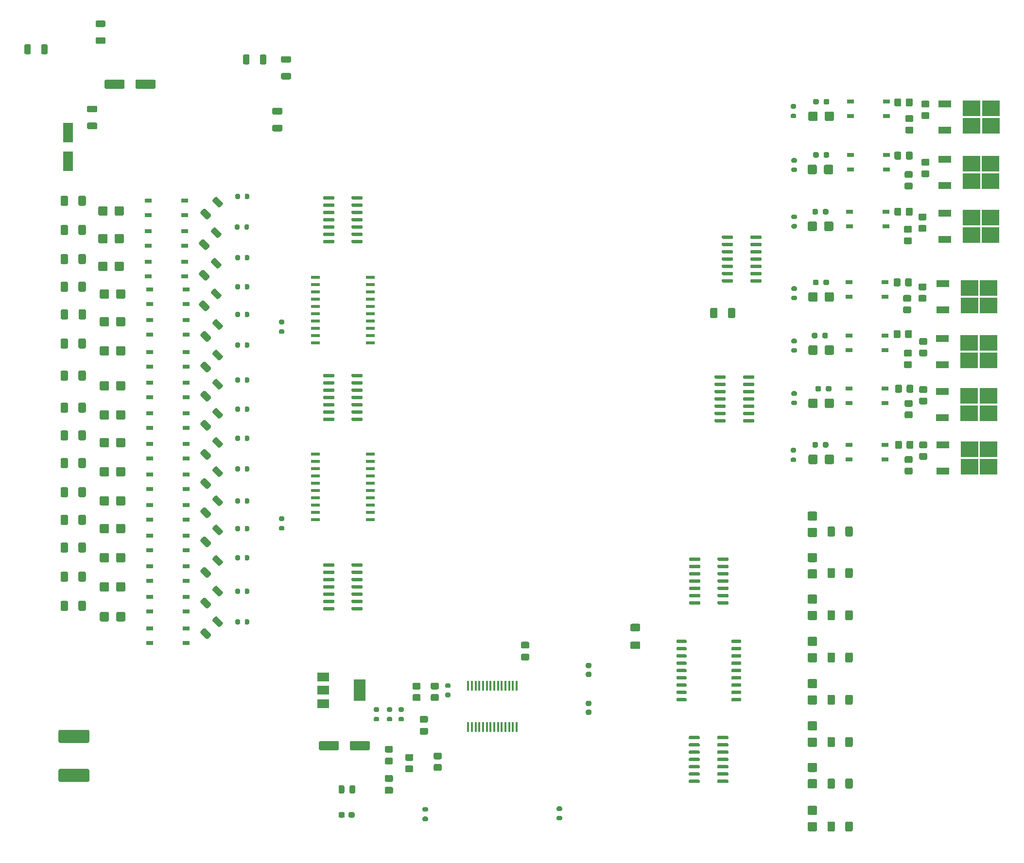
<source format=gtp>
G04 #@! TF.GenerationSoftware,KiCad,Pcbnew,(5.1.7)-1*
G04 #@! TF.CreationDate,2022-10-23T01:23:33-04:00*
G04 #@! TF.ProjectId,plc_14in_14out,706c635f-3134-4696-9e5f-31346f75742e,rev?*
G04 #@! TF.SameCoordinates,Original*
G04 #@! TF.FileFunction,Paste,Top*
G04 #@! TF.FilePolarity,Positive*
%FSLAX46Y46*%
G04 Gerber Fmt 4.6, Leading zero omitted, Abs format (unit mm)*
G04 Created by KiCad (PCBNEW (5.1.7)-1) date 2022-10-23 01:23:33*
%MOMM*%
%LPD*%
G01*
G04 APERTURE LIST*
%ADD10R,1.800000X3.500000*%
%ADD11R,1.200000X0.800000*%
%ADD12R,3.050000X2.750000*%
%ADD13R,2.200000X1.200000*%
%ADD14R,0.450000X1.750000*%
%ADD15R,2.000000X1.500000*%
%ADD16R,2.000000X3.800000*%
%ADD17R,1.500000X0.600000*%
G04 APERTURE END LIST*
G04 #@! TO.C,R92*
G36*
G01*
X34174000Y-22596001D02*
X34174000Y-21345999D01*
G75*
G02*
X34423999Y-21096000I249999J0D01*
G01*
X35049001Y-21096000D01*
G75*
G02*
X35299000Y-21345999I0J-249999D01*
G01*
X35299000Y-22596001D01*
G75*
G02*
X35049001Y-22846000I-249999J0D01*
G01*
X34423999Y-22846000D01*
G75*
G02*
X34174000Y-22596001I0J249999D01*
G01*
G37*
G36*
G01*
X31249000Y-22596001D02*
X31249000Y-21345999D01*
G75*
G02*
X31498999Y-21096000I249999J0D01*
G01*
X32124001Y-21096000D01*
G75*
G02*
X32374000Y-21345999I0J-249999D01*
G01*
X32374000Y-22596001D01*
G75*
G02*
X32124001Y-22846000I-249999J0D01*
G01*
X31498999Y-22846000D01*
G75*
G02*
X31249000Y-22596001I0J249999D01*
G01*
G37*
G04 #@! TD*
G04 #@! TO.C,R91*
G36*
G01*
X77460001Y-24307500D02*
X76209999Y-24307500D01*
G75*
G02*
X75960000Y-24057501I0J249999D01*
G01*
X75960000Y-23432499D01*
G75*
G02*
X76209999Y-23182500I249999J0D01*
G01*
X77460001Y-23182500D01*
G75*
G02*
X77710000Y-23432499I0J-249999D01*
G01*
X77710000Y-24057501D01*
G75*
G02*
X77460001Y-24307500I-249999J0D01*
G01*
G37*
G36*
G01*
X77460001Y-27232500D02*
X76209999Y-27232500D01*
G75*
G02*
X75960000Y-26982501I0J249999D01*
G01*
X75960000Y-26357499D01*
G75*
G02*
X76209999Y-26107500I249999J0D01*
G01*
X77460001Y-26107500D01*
G75*
G02*
X77710000Y-26357499I0J-249999D01*
G01*
X77710000Y-26982501D01*
G75*
G02*
X77460001Y-27232500I-249999J0D01*
G01*
G37*
G04 #@! TD*
G04 #@! TO.C,R89*
G36*
G01*
X43888499Y-19886500D02*
X45138501Y-19886500D01*
G75*
G02*
X45388500Y-20136499I0J-249999D01*
G01*
X45388500Y-20761501D01*
G75*
G02*
X45138501Y-21011500I-249999J0D01*
G01*
X43888499Y-21011500D01*
G75*
G02*
X43638500Y-20761501I0J249999D01*
G01*
X43638500Y-20136499D01*
G75*
G02*
X43888499Y-19886500I249999J0D01*
G01*
G37*
G36*
G01*
X43888499Y-16961500D02*
X45138501Y-16961500D01*
G75*
G02*
X45388500Y-17211499I0J-249999D01*
G01*
X45388500Y-17836501D01*
G75*
G02*
X45138501Y-18086500I-249999J0D01*
G01*
X43888499Y-18086500D01*
G75*
G02*
X43638500Y-17836501I0J249999D01*
G01*
X43638500Y-17211499D01*
G75*
G02*
X43888499Y-16961500I249999J0D01*
G01*
G37*
G04 #@! TD*
G04 #@! TO.C,R88*
G36*
G01*
X70474000Y-23123999D02*
X70474000Y-24374001D01*
G75*
G02*
X70224001Y-24624000I-249999J0D01*
G01*
X69598999Y-24624000D01*
G75*
G02*
X69349000Y-24374001I0J249999D01*
G01*
X69349000Y-23123999D01*
G75*
G02*
X69598999Y-22874000I249999J0D01*
G01*
X70224001Y-22874000D01*
G75*
G02*
X70474000Y-23123999I0J-249999D01*
G01*
G37*
G36*
G01*
X73399000Y-23123999D02*
X73399000Y-24374001D01*
G75*
G02*
X73149001Y-24624000I-249999J0D01*
G01*
X72523999Y-24624000D01*
G75*
G02*
X72274000Y-24374001I0J249999D01*
G01*
X72274000Y-23123999D01*
G75*
G02*
X72523999Y-22874000I249999J0D01*
G01*
X73149001Y-22874000D01*
G75*
G02*
X73399000Y-23123999I0J-249999D01*
G01*
G37*
G04 #@! TD*
G04 #@! TO.C,C27*
G36*
G01*
X50607000Y-28617000D02*
X50607000Y-27517000D01*
G75*
G02*
X50857000Y-27267000I250000J0D01*
G01*
X53857000Y-27267000D01*
G75*
G02*
X54107000Y-27517000I0J-250000D01*
G01*
X54107000Y-28617000D01*
G75*
G02*
X53857000Y-28867000I-250000J0D01*
G01*
X50857000Y-28867000D01*
G75*
G02*
X50607000Y-28617000I0J250000D01*
G01*
G37*
G36*
G01*
X45207000Y-28617000D02*
X45207000Y-27517000D01*
G75*
G02*
X45457000Y-27267000I250000J0D01*
G01*
X48457000Y-27267000D01*
G75*
G02*
X48707000Y-27517000I0J-250000D01*
G01*
X48707000Y-28617000D01*
G75*
G02*
X48457000Y-28867000I-250000J0D01*
G01*
X45457000Y-28867000D01*
G75*
G02*
X45207000Y-28617000I0J250000D01*
G01*
G37*
G04 #@! TD*
G04 #@! TO.C,C26*
G36*
G01*
X43703001Y-32960000D02*
X42402999Y-32960000D01*
G75*
G02*
X42153000Y-32710001I0J249999D01*
G01*
X42153000Y-32059999D01*
G75*
G02*
X42402999Y-31810000I249999J0D01*
G01*
X43703001Y-31810000D01*
G75*
G02*
X43953000Y-32059999I0J-249999D01*
G01*
X43953000Y-32710001D01*
G75*
G02*
X43703001Y-32960000I-249999J0D01*
G01*
G37*
G36*
G01*
X43703001Y-35910000D02*
X42402999Y-35910000D01*
G75*
G02*
X42153000Y-35660001I0J249999D01*
G01*
X42153000Y-35009999D01*
G75*
G02*
X42402999Y-34760000I249999J0D01*
G01*
X43703001Y-34760000D01*
G75*
G02*
X43953000Y-35009999I0J-249999D01*
G01*
X43953000Y-35660001D01*
G75*
G02*
X43703001Y-35910000I-249999J0D01*
G01*
G37*
G04 #@! TD*
G04 #@! TO.C,C24*
G36*
G01*
X74660999Y-35141000D02*
X75961001Y-35141000D01*
G75*
G02*
X76211000Y-35390999I0J-249999D01*
G01*
X76211000Y-36041001D01*
G75*
G02*
X75961001Y-36291000I-249999J0D01*
G01*
X74660999Y-36291000D01*
G75*
G02*
X74411000Y-36041001I0J249999D01*
G01*
X74411000Y-35390999D01*
G75*
G02*
X74660999Y-35141000I249999J0D01*
G01*
G37*
G36*
G01*
X74660999Y-32191000D02*
X75961001Y-32191000D01*
G75*
G02*
X76211000Y-32440999I0J-249999D01*
G01*
X76211000Y-33091001D01*
G75*
G02*
X75961001Y-33341000I-249999J0D01*
G01*
X74660999Y-33341000D01*
G75*
G02*
X74411000Y-33091001I0J249999D01*
G01*
X74411000Y-32440999D01*
G75*
G02*
X74660999Y-32191000I249999J0D01*
G01*
G37*
G04 #@! TD*
D10*
G04 #@! TO.C,D31*
X38862000Y-36529000D03*
X38862000Y-41529000D03*
G04 #@! TD*
D11*
G04 #@! TO.C,U35*
X175158000Y-31115000D03*
X181458000Y-33655000D03*
X175158000Y-33655000D03*
X181458000Y-31115000D03*
G04 #@! TD*
G04 #@! TO.C,R87*
G36*
G01*
X184969999Y-35468000D02*
X185870001Y-35468000D01*
G75*
G02*
X186120000Y-35717999I0J-249999D01*
G01*
X186120000Y-36418001D01*
G75*
G02*
X185870001Y-36668000I-249999J0D01*
G01*
X184969999Y-36668000D01*
G75*
G02*
X184720000Y-36418001I0J249999D01*
G01*
X184720000Y-35717999D01*
G75*
G02*
X184969999Y-35468000I249999J0D01*
G01*
G37*
G36*
G01*
X184969999Y-33468000D02*
X185870001Y-33468000D01*
G75*
G02*
X186120000Y-33717999I0J-249999D01*
G01*
X186120000Y-34418001D01*
G75*
G02*
X185870001Y-34668000I-249999J0D01*
G01*
X184969999Y-34668000D01*
G75*
G02*
X184720000Y-34418001I0J249999D01*
G01*
X184720000Y-33717999D01*
G75*
G02*
X184969999Y-33468000I249999J0D01*
G01*
G37*
G04 #@! TD*
G04 #@! TO.C,R86*
G36*
G01*
X187763999Y-32928000D02*
X188664001Y-32928000D01*
G75*
G02*
X188914000Y-33177999I0J-249999D01*
G01*
X188914000Y-33878001D01*
G75*
G02*
X188664001Y-34128000I-249999J0D01*
G01*
X187763999Y-34128000D01*
G75*
G02*
X187514000Y-33878001I0J249999D01*
G01*
X187514000Y-33177999D01*
G75*
G02*
X187763999Y-32928000I249999J0D01*
G01*
G37*
G36*
G01*
X187763999Y-30928000D02*
X188664001Y-30928000D01*
G75*
G02*
X188914000Y-31177999I0J-249999D01*
G01*
X188914000Y-31878001D01*
G75*
G02*
X188664001Y-32128000I-249999J0D01*
G01*
X187763999Y-32128000D01*
G75*
G02*
X187514000Y-31878001I0J249999D01*
G01*
X187514000Y-31177999D01*
G75*
G02*
X187763999Y-30928000I249999J0D01*
G01*
G37*
G04 #@! TD*
G04 #@! TO.C,R85*
G36*
G01*
X184004000Y-30791999D02*
X184004000Y-31692001D01*
G75*
G02*
X183754001Y-31942000I-249999J0D01*
G01*
X183053999Y-31942000D01*
G75*
G02*
X182804000Y-31692001I0J249999D01*
G01*
X182804000Y-30791999D01*
G75*
G02*
X183053999Y-30542000I249999J0D01*
G01*
X183754001Y-30542000D01*
G75*
G02*
X184004000Y-30791999I0J-249999D01*
G01*
G37*
G36*
G01*
X186004000Y-30791999D02*
X186004000Y-31692001D01*
G75*
G02*
X185754001Y-31942000I-249999J0D01*
G01*
X185053999Y-31942000D01*
G75*
G02*
X184804000Y-31692001I0J249999D01*
G01*
X184804000Y-30791999D01*
G75*
G02*
X185053999Y-30542000I249999J0D01*
G01*
X185754001Y-30542000D01*
G75*
G02*
X186004000Y-30791999I0J-249999D01*
G01*
G37*
G04 #@! TD*
G04 #@! TO.C,R84*
G36*
G01*
X169628000Y-30877500D02*
X169628000Y-31352500D01*
G75*
G02*
X169390500Y-31590000I-237500J0D01*
G01*
X168890500Y-31590000D01*
G75*
G02*
X168653000Y-31352500I0J237500D01*
G01*
X168653000Y-30877500D01*
G75*
G02*
X168890500Y-30640000I237500J0D01*
G01*
X169390500Y-30640000D01*
G75*
G02*
X169628000Y-30877500I0J-237500D01*
G01*
G37*
G36*
G01*
X171453000Y-30877500D02*
X171453000Y-31352500D01*
G75*
G02*
X171215500Y-31590000I-237500J0D01*
G01*
X170715500Y-31590000D01*
G75*
G02*
X170478000Y-31352500I0J237500D01*
G01*
X170478000Y-30877500D01*
G75*
G02*
X170715500Y-30640000I237500J0D01*
G01*
X171215500Y-30640000D01*
G75*
G02*
X171453000Y-30877500I0J-237500D01*
G01*
G37*
G04 #@! TD*
G04 #@! TO.C,R83*
G36*
G01*
X164952000Y-33191000D02*
X165502000Y-33191000D01*
G75*
G02*
X165702000Y-33391000I0J-200000D01*
G01*
X165702000Y-33791000D01*
G75*
G02*
X165502000Y-33991000I-200000J0D01*
G01*
X164952000Y-33991000D01*
G75*
G02*
X164752000Y-33791000I0J200000D01*
G01*
X164752000Y-33391000D01*
G75*
G02*
X164952000Y-33191000I200000J0D01*
G01*
G37*
G36*
G01*
X164952000Y-31541000D02*
X165502000Y-31541000D01*
G75*
G02*
X165702000Y-31741000I0J-200000D01*
G01*
X165702000Y-32141000D01*
G75*
G02*
X165502000Y-32341000I-200000J0D01*
G01*
X164952000Y-32341000D01*
G75*
G02*
X164752000Y-32141000I0J200000D01*
G01*
X164752000Y-31741000D01*
G75*
G02*
X164952000Y-31541000I200000J0D01*
G01*
G37*
G04 #@! TD*
D12*
G04 #@! TO.C,Q7*
X196259000Y-35307000D03*
X199609000Y-32257000D03*
X196259000Y-32257000D03*
X199609000Y-35307000D03*
D13*
X191634000Y-36062000D03*
X191634000Y-31502000D03*
G04 #@! TD*
G04 #@! TO.C,D30*
G36*
G01*
X169428000Y-33080000D02*
X169428000Y-34230000D01*
G75*
G02*
X169178000Y-34480000I-250000J0D01*
G01*
X168078000Y-34480000D01*
G75*
G02*
X167828000Y-34230000I0J250000D01*
G01*
X167828000Y-33080000D01*
G75*
G02*
X168078000Y-32830000I250000J0D01*
G01*
X169178000Y-32830000D01*
G75*
G02*
X169428000Y-33080000I0J-250000D01*
G01*
G37*
G36*
G01*
X172278000Y-33080000D02*
X172278000Y-34230000D01*
G75*
G02*
X172028000Y-34480000I-250000J0D01*
G01*
X170928000Y-34480000D01*
G75*
G02*
X170678000Y-34230000I0J250000D01*
G01*
X170678000Y-33080000D01*
G75*
G02*
X170928000Y-32830000I250000J0D01*
G01*
X172028000Y-32830000D01*
G75*
G02*
X172278000Y-33080000I0J-250000D01*
G01*
G37*
G04 #@! TD*
G04 #@! TO.C,F1*
G36*
G01*
X42303001Y-142886000D02*
X37452999Y-142886000D01*
G75*
G02*
X37203000Y-142636001I0J249999D01*
G01*
X37203000Y-140860999D01*
G75*
G02*
X37452999Y-140611000I249999J0D01*
G01*
X42303001Y-140611000D01*
G75*
G02*
X42553000Y-140860999I0J-249999D01*
G01*
X42553000Y-142636001D01*
G75*
G02*
X42303001Y-142886000I-249999J0D01*
G01*
G37*
G36*
G01*
X42303001Y-149711000D02*
X37452999Y-149711000D01*
G75*
G02*
X37203000Y-149461001I0J249999D01*
G01*
X37203000Y-147685999D01*
G75*
G02*
X37452999Y-147436000I249999J0D01*
G01*
X42303001Y-147436000D01*
G75*
G02*
X42553000Y-147685999I0J-249999D01*
G01*
X42553000Y-149461001D01*
G75*
G02*
X42303001Y-149711000I-249999J0D01*
G01*
G37*
G04 #@! TD*
D11*
G04 #@! TO.C,U34*
X53111000Y-122936000D03*
X59411000Y-125476000D03*
X53111000Y-125476000D03*
X59411000Y-122936000D03*
G04 #@! TD*
G04 #@! TO.C,R82*
G36*
G01*
X69640000Y-122068000D02*
X69640000Y-121518000D01*
G75*
G02*
X69840000Y-121318000I200000J0D01*
G01*
X70240000Y-121318000D01*
G75*
G02*
X70440000Y-121518000I0J-200000D01*
G01*
X70440000Y-122068000D01*
G75*
G02*
X70240000Y-122268000I-200000J0D01*
G01*
X69840000Y-122268000D01*
G75*
G02*
X69640000Y-122068000I0J200000D01*
G01*
G37*
G36*
G01*
X67990000Y-122068000D02*
X67990000Y-121518000D01*
G75*
G02*
X68190000Y-121318000I200000J0D01*
G01*
X68590000Y-121318000D01*
G75*
G02*
X68790000Y-121518000I0J-200000D01*
G01*
X68790000Y-122068000D01*
G75*
G02*
X68590000Y-122268000I-200000J0D01*
G01*
X68190000Y-122268000D01*
G75*
G02*
X67990000Y-122068000I0J200000D01*
G01*
G37*
G04 #@! TD*
G04 #@! TO.C,R81*
G36*
G01*
X38851000Y-118374000D02*
X38851000Y-119624000D01*
G75*
G02*
X38601000Y-119874000I-250000J0D01*
G01*
X37801000Y-119874000D01*
G75*
G02*
X37551000Y-119624000I0J250000D01*
G01*
X37551000Y-118374000D01*
G75*
G02*
X37801000Y-118124000I250000J0D01*
G01*
X38601000Y-118124000D01*
G75*
G02*
X38851000Y-118374000I0J-250000D01*
G01*
G37*
G36*
G01*
X41951000Y-118374000D02*
X41951000Y-119624000D01*
G75*
G02*
X41701000Y-119874000I-250000J0D01*
G01*
X40901000Y-119874000D01*
G75*
G02*
X40651000Y-119624000I0J250000D01*
G01*
X40651000Y-118374000D01*
G75*
G02*
X40901000Y-118124000I250000J0D01*
G01*
X41701000Y-118124000D01*
G75*
G02*
X41951000Y-118374000I0J-250000D01*
G01*
G37*
G04 #@! TD*
G04 #@! TO.C,D29*
G36*
G01*
X47234000Y-121479000D02*
X47234000Y-120329000D01*
G75*
G02*
X47484000Y-120079000I250000J0D01*
G01*
X48584000Y-120079000D01*
G75*
G02*
X48834000Y-120329000I0J-250000D01*
G01*
X48834000Y-121479000D01*
G75*
G02*
X48584000Y-121729000I-250000J0D01*
G01*
X47484000Y-121729000D01*
G75*
G02*
X47234000Y-121479000I0J250000D01*
G01*
G37*
G36*
G01*
X44384000Y-121479000D02*
X44384000Y-120329000D01*
G75*
G02*
X44634000Y-120079000I250000J0D01*
G01*
X45734000Y-120079000D01*
G75*
G02*
X45984000Y-120329000I0J-250000D01*
G01*
X45984000Y-121479000D01*
G75*
G02*
X45734000Y-121729000I-250000J0D01*
G01*
X44634000Y-121729000D01*
G75*
G02*
X44384000Y-121479000I0J250000D01*
G01*
G37*
G04 #@! TD*
G04 #@! TO.C,C23*
G36*
G01*
X62784983Y-122985776D02*
X63704224Y-123905017D01*
G75*
G02*
X63704224Y-124258569I-176776J-176776D01*
G01*
X63244603Y-124718190D01*
G75*
G02*
X62891051Y-124718190I-176776J176776D01*
G01*
X61971810Y-123798949D01*
G75*
G02*
X61971810Y-123445397I176776J176776D01*
G01*
X62431431Y-122985776D01*
G75*
G02*
X62784983Y-122985776I176776J-176776D01*
G01*
G37*
G36*
G01*
X64870949Y-120899810D02*
X65790190Y-121819051D01*
G75*
G02*
X65790190Y-122172603I-176776J-176776D01*
G01*
X65330569Y-122632224D01*
G75*
G02*
X64977017Y-122632224I-176776J176776D01*
G01*
X64057776Y-121712983D01*
G75*
G02*
X64057776Y-121359431I176776J176776D01*
G01*
X64517397Y-120899810D01*
G75*
G02*
X64870949Y-120899810I176776J-176776D01*
G01*
G37*
G04 #@! TD*
D14*
G04 #@! TO.C,U24*
X117001000Y-140125000D03*
X116351000Y-140125000D03*
X115701000Y-140125000D03*
X115051000Y-140125000D03*
X114401000Y-140125000D03*
X113751000Y-140125000D03*
X113101000Y-140125000D03*
X112451000Y-140125000D03*
X111801000Y-140125000D03*
X111151000Y-140125000D03*
X110501000Y-140125000D03*
X109851000Y-140125000D03*
X109201000Y-140125000D03*
X108551000Y-140125000D03*
X108551000Y-132925000D03*
X109201000Y-132925000D03*
X109851000Y-132925000D03*
X110501000Y-132925000D03*
X111151000Y-132925000D03*
X111801000Y-132925000D03*
X112451000Y-132925000D03*
X113101000Y-132925000D03*
X113751000Y-132925000D03*
X114401000Y-132925000D03*
X115051000Y-132925000D03*
X115701000Y-132925000D03*
X116351000Y-132925000D03*
X117001000Y-132925000D03*
G04 #@! TD*
D12*
G04 #@! TO.C,Q3*
X195834000Y-76200000D03*
X199184000Y-73150000D03*
X195834000Y-73150000D03*
X199184000Y-76200000D03*
D13*
X191209000Y-76955000D03*
X191209000Y-72395000D03*
G04 #@! TD*
G04 #@! TO.C,R54*
G36*
G01*
X187382999Y-92348000D02*
X188283001Y-92348000D01*
G75*
G02*
X188533000Y-92597999I0J-249999D01*
G01*
X188533000Y-93298001D01*
G75*
G02*
X188283001Y-93548000I-249999J0D01*
G01*
X187382999Y-93548000D01*
G75*
G02*
X187133000Y-93298001I0J249999D01*
G01*
X187133000Y-92597999D01*
G75*
G02*
X187382999Y-92348000I249999J0D01*
G01*
G37*
G36*
G01*
X187382999Y-90348000D02*
X188283001Y-90348000D01*
G75*
G02*
X188533000Y-90597999I0J-249999D01*
G01*
X188533000Y-91298001D01*
G75*
G02*
X188283001Y-91548000I-249999J0D01*
G01*
X187382999Y-91548000D01*
G75*
G02*
X187133000Y-91298001I0J249999D01*
G01*
X187133000Y-90597999D01*
G75*
G02*
X187382999Y-90348000I249999J0D01*
G01*
G37*
G04 #@! TD*
D11*
G04 #@! TO.C,U33*
X174904000Y-81153000D03*
X181204000Y-83693000D03*
X174904000Y-83693000D03*
X181204000Y-81153000D03*
G04 #@! TD*
G04 #@! TO.C,U32*
X174904000Y-71882000D03*
X181204000Y-74422000D03*
X174904000Y-74422000D03*
X181204000Y-71882000D03*
G04 #@! TD*
G04 #@! TO.C,U31*
X174904000Y-62611000D03*
X181204000Y-65151000D03*
X174904000Y-65151000D03*
X181204000Y-62611000D03*
G04 #@! TD*
G04 #@! TO.C,U30*
X175031000Y-50292000D03*
X181331000Y-52832000D03*
X175031000Y-52832000D03*
X181331000Y-50292000D03*
G04 #@! TD*
G04 #@! TO.C,U29*
X175158000Y-40386000D03*
X181458000Y-42926000D03*
X175158000Y-42926000D03*
X181458000Y-40386000D03*
G04 #@! TD*
G04 #@! TO.C,R80*
G36*
G01*
X184842999Y-85109000D02*
X185743001Y-85109000D01*
G75*
G02*
X185993000Y-85358999I0J-249999D01*
G01*
X185993000Y-86059001D01*
G75*
G02*
X185743001Y-86309000I-249999J0D01*
G01*
X184842999Y-86309000D01*
G75*
G02*
X184593000Y-86059001I0J249999D01*
G01*
X184593000Y-85358999D01*
G75*
G02*
X184842999Y-85109000I249999J0D01*
G01*
G37*
G36*
G01*
X184842999Y-83109000D02*
X185743001Y-83109000D01*
G75*
G02*
X185993000Y-83358999I0J-249999D01*
G01*
X185993000Y-84059001D01*
G75*
G02*
X185743001Y-84309000I-249999J0D01*
G01*
X184842999Y-84309000D01*
G75*
G02*
X184593000Y-84059001I0J249999D01*
G01*
X184593000Y-83358999D01*
G75*
G02*
X184842999Y-83109000I249999J0D01*
G01*
G37*
G04 #@! TD*
G04 #@! TO.C,R79*
G36*
G01*
X187382999Y-82696000D02*
X188283001Y-82696000D01*
G75*
G02*
X188533000Y-82945999I0J-249999D01*
G01*
X188533000Y-83646001D01*
G75*
G02*
X188283001Y-83896000I-249999J0D01*
G01*
X187382999Y-83896000D01*
G75*
G02*
X187133000Y-83646001I0J249999D01*
G01*
X187133000Y-82945999D01*
G75*
G02*
X187382999Y-82696000I249999J0D01*
G01*
G37*
G36*
G01*
X187382999Y-80696000D02*
X188283001Y-80696000D01*
G75*
G02*
X188533000Y-80945999I0J-249999D01*
G01*
X188533000Y-81646001D01*
G75*
G02*
X188283001Y-81896000I-249999J0D01*
G01*
X187382999Y-81896000D01*
G75*
G02*
X187133000Y-81646001I0J249999D01*
G01*
X187133000Y-80945999D01*
G75*
G02*
X187382999Y-80696000I249999J0D01*
G01*
G37*
G04 #@! TD*
G04 #@! TO.C,R78*
G36*
G01*
X184131000Y-80702999D02*
X184131000Y-81603001D01*
G75*
G02*
X183881001Y-81853000I-249999J0D01*
G01*
X183180999Y-81853000D01*
G75*
G02*
X182931000Y-81603001I0J249999D01*
G01*
X182931000Y-80702999D01*
G75*
G02*
X183180999Y-80453000I249999J0D01*
G01*
X183881001Y-80453000D01*
G75*
G02*
X184131000Y-80702999I0J-249999D01*
G01*
G37*
G36*
G01*
X186131000Y-80702999D02*
X186131000Y-81603001D01*
G75*
G02*
X185881001Y-81853000I-249999J0D01*
G01*
X185180999Y-81853000D01*
G75*
G02*
X184931000Y-81603001I0J249999D01*
G01*
X184931000Y-80702999D01*
G75*
G02*
X185180999Y-80453000I249999J0D01*
G01*
X185881001Y-80453000D01*
G75*
G02*
X186131000Y-80702999I0J-249999D01*
G01*
G37*
G04 #@! TD*
G04 #@! TO.C,R77*
G36*
G01*
X184715999Y-76346000D02*
X185616001Y-76346000D01*
G75*
G02*
X185866000Y-76595999I0J-249999D01*
G01*
X185866000Y-77296001D01*
G75*
G02*
X185616001Y-77546000I-249999J0D01*
G01*
X184715999Y-77546000D01*
G75*
G02*
X184466000Y-77296001I0J249999D01*
G01*
X184466000Y-76595999D01*
G75*
G02*
X184715999Y-76346000I249999J0D01*
G01*
G37*
G36*
G01*
X184715999Y-74346000D02*
X185616001Y-74346000D01*
G75*
G02*
X185866000Y-74595999I0J-249999D01*
G01*
X185866000Y-75296001D01*
G75*
G02*
X185616001Y-75546000I-249999J0D01*
G01*
X184715999Y-75546000D01*
G75*
G02*
X184466000Y-75296001I0J249999D01*
G01*
X184466000Y-74595999D01*
G75*
G02*
X184715999Y-74346000I249999J0D01*
G01*
G37*
G04 #@! TD*
G04 #@! TO.C,R76*
G36*
G01*
X187382999Y-74314000D02*
X188283001Y-74314000D01*
G75*
G02*
X188533000Y-74563999I0J-249999D01*
G01*
X188533000Y-75264001D01*
G75*
G02*
X188283001Y-75514000I-249999J0D01*
G01*
X187382999Y-75514000D01*
G75*
G02*
X187133000Y-75264001I0J249999D01*
G01*
X187133000Y-74563999D01*
G75*
G02*
X187382999Y-74314000I249999J0D01*
G01*
G37*
G36*
G01*
X187382999Y-72314000D02*
X188283001Y-72314000D01*
G75*
G02*
X188533000Y-72563999I0J-249999D01*
G01*
X188533000Y-73264001D01*
G75*
G02*
X188283001Y-73514000I-249999J0D01*
G01*
X187382999Y-73514000D01*
G75*
G02*
X187133000Y-73264001I0J249999D01*
G01*
X187133000Y-72563999D01*
G75*
G02*
X187382999Y-72314000I249999J0D01*
G01*
G37*
G04 #@! TD*
G04 #@! TO.C,R75*
G36*
G01*
X183877000Y-71177999D02*
X183877000Y-72078001D01*
G75*
G02*
X183627001Y-72328000I-249999J0D01*
G01*
X182926999Y-72328000D01*
G75*
G02*
X182677000Y-72078001I0J249999D01*
G01*
X182677000Y-71177999D01*
G75*
G02*
X182926999Y-70928000I249999J0D01*
G01*
X183627001Y-70928000D01*
G75*
G02*
X183877000Y-71177999I0J-249999D01*
G01*
G37*
G36*
G01*
X185877000Y-71177999D02*
X185877000Y-72078001D01*
G75*
G02*
X185627001Y-72328000I-249999J0D01*
G01*
X184926999Y-72328000D01*
G75*
G02*
X184677000Y-72078001I0J249999D01*
G01*
X184677000Y-71177999D01*
G75*
G02*
X184926999Y-70928000I249999J0D01*
G01*
X185627001Y-70928000D01*
G75*
G02*
X185877000Y-71177999I0J-249999D01*
G01*
G37*
G04 #@! TD*
G04 #@! TO.C,R74*
G36*
G01*
X184588999Y-66805000D02*
X185489001Y-66805000D01*
G75*
G02*
X185739000Y-67054999I0J-249999D01*
G01*
X185739000Y-67755001D01*
G75*
G02*
X185489001Y-68005000I-249999J0D01*
G01*
X184588999Y-68005000D01*
G75*
G02*
X184339000Y-67755001I0J249999D01*
G01*
X184339000Y-67054999D01*
G75*
G02*
X184588999Y-66805000I249999J0D01*
G01*
G37*
G36*
G01*
X184588999Y-64805000D02*
X185489001Y-64805000D01*
G75*
G02*
X185739000Y-65054999I0J-249999D01*
G01*
X185739000Y-65755001D01*
G75*
G02*
X185489001Y-66005000I-249999J0D01*
G01*
X184588999Y-66005000D01*
G75*
G02*
X184339000Y-65755001I0J249999D01*
G01*
X184339000Y-65054999D01*
G75*
G02*
X184588999Y-64805000I249999J0D01*
G01*
G37*
G04 #@! TD*
G04 #@! TO.C,R73*
G36*
G01*
X187255999Y-64789000D02*
X188156001Y-64789000D01*
G75*
G02*
X188406000Y-65038999I0J-249999D01*
G01*
X188406000Y-65739001D01*
G75*
G02*
X188156001Y-65989000I-249999J0D01*
G01*
X187255999Y-65989000D01*
G75*
G02*
X187006000Y-65739001I0J249999D01*
G01*
X187006000Y-65038999D01*
G75*
G02*
X187255999Y-64789000I249999J0D01*
G01*
G37*
G36*
G01*
X187255999Y-62789000D02*
X188156001Y-62789000D01*
G75*
G02*
X188406000Y-63038999I0J-249999D01*
G01*
X188406000Y-63739001D01*
G75*
G02*
X188156001Y-63989000I-249999J0D01*
G01*
X187255999Y-63989000D01*
G75*
G02*
X187006000Y-63739001I0J249999D01*
G01*
X187006000Y-63038999D01*
G75*
G02*
X187255999Y-62789000I249999J0D01*
G01*
G37*
G04 #@! TD*
G04 #@! TO.C,R72*
G36*
G01*
X183877000Y-62160999D02*
X183877000Y-63061001D01*
G75*
G02*
X183627001Y-63311000I-249999J0D01*
G01*
X182926999Y-63311000D01*
G75*
G02*
X182677000Y-63061001I0J249999D01*
G01*
X182677000Y-62160999D01*
G75*
G02*
X182926999Y-61911000I249999J0D01*
G01*
X183627001Y-61911000D01*
G75*
G02*
X183877000Y-62160999I0J-249999D01*
G01*
G37*
G36*
G01*
X185877000Y-62160999D02*
X185877000Y-63061001D01*
G75*
G02*
X185627001Y-63311000I-249999J0D01*
G01*
X184926999Y-63311000D01*
G75*
G02*
X184677000Y-63061001I0J249999D01*
G01*
X184677000Y-62160999D01*
G75*
G02*
X184926999Y-61911000I249999J0D01*
G01*
X185627001Y-61911000D01*
G75*
G02*
X185877000Y-62160999I0J-249999D01*
G01*
G37*
G04 #@! TD*
G04 #@! TO.C,R71*
G36*
G01*
X184715999Y-54756000D02*
X185616001Y-54756000D01*
G75*
G02*
X185866000Y-55005999I0J-249999D01*
G01*
X185866000Y-55706001D01*
G75*
G02*
X185616001Y-55956000I-249999J0D01*
G01*
X184715999Y-55956000D01*
G75*
G02*
X184466000Y-55706001I0J249999D01*
G01*
X184466000Y-55005999D01*
G75*
G02*
X184715999Y-54756000I249999J0D01*
G01*
G37*
G36*
G01*
X184715999Y-52756000D02*
X185616001Y-52756000D01*
G75*
G02*
X185866000Y-53005999I0J-249999D01*
G01*
X185866000Y-53706001D01*
G75*
G02*
X185616001Y-53956000I-249999J0D01*
G01*
X184715999Y-53956000D01*
G75*
G02*
X184466000Y-53706001I0J249999D01*
G01*
X184466000Y-53005999D01*
G75*
G02*
X184715999Y-52756000I249999J0D01*
G01*
G37*
G04 #@! TD*
G04 #@! TO.C,R70*
G36*
G01*
X187255999Y-52597000D02*
X188156001Y-52597000D01*
G75*
G02*
X188406000Y-52846999I0J-249999D01*
G01*
X188406000Y-53547001D01*
G75*
G02*
X188156001Y-53797000I-249999J0D01*
G01*
X187255999Y-53797000D01*
G75*
G02*
X187006000Y-53547001I0J249999D01*
G01*
X187006000Y-52846999D01*
G75*
G02*
X187255999Y-52597000I249999J0D01*
G01*
G37*
G36*
G01*
X187255999Y-50597000D02*
X188156001Y-50597000D01*
G75*
G02*
X188406000Y-50846999I0J-249999D01*
G01*
X188406000Y-51547001D01*
G75*
G02*
X188156001Y-51797000I-249999J0D01*
G01*
X187255999Y-51797000D01*
G75*
G02*
X187006000Y-51547001I0J249999D01*
G01*
X187006000Y-50846999D01*
G75*
G02*
X187255999Y-50597000I249999J0D01*
G01*
G37*
G04 #@! TD*
G04 #@! TO.C,R69*
G36*
G01*
X184004000Y-49841999D02*
X184004000Y-50742001D01*
G75*
G02*
X183754001Y-50992000I-249999J0D01*
G01*
X183053999Y-50992000D01*
G75*
G02*
X182804000Y-50742001I0J249999D01*
G01*
X182804000Y-49841999D01*
G75*
G02*
X183053999Y-49592000I249999J0D01*
G01*
X183754001Y-49592000D01*
G75*
G02*
X184004000Y-49841999I0J-249999D01*
G01*
G37*
G36*
G01*
X186004000Y-49841999D02*
X186004000Y-50742001D01*
G75*
G02*
X185754001Y-50992000I-249999J0D01*
G01*
X185053999Y-50992000D01*
G75*
G02*
X184804000Y-50742001I0J249999D01*
G01*
X184804000Y-49841999D01*
G75*
G02*
X185053999Y-49592000I249999J0D01*
G01*
X185754001Y-49592000D01*
G75*
G02*
X186004000Y-49841999I0J-249999D01*
G01*
G37*
G04 #@! TD*
G04 #@! TO.C,R68*
G36*
G01*
X184842999Y-45215000D02*
X185743001Y-45215000D01*
G75*
G02*
X185993000Y-45464999I0J-249999D01*
G01*
X185993000Y-46165001D01*
G75*
G02*
X185743001Y-46415000I-249999J0D01*
G01*
X184842999Y-46415000D01*
G75*
G02*
X184593000Y-46165001I0J249999D01*
G01*
X184593000Y-45464999D01*
G75*
G02*
X184842999Y-45215000I249999J0D01*
G01*
G37*
G36*
G01*
X184842999Y-43215000D02*
X185743001Y-43215000D01*
G75*
G02*
X185993000Y-43464999I0J-249999D01*
G01*
X185993000Y-44165001D01*
G75*
G02*
X185743001Y-44415000I-249999J0D01*
G01*
X184842999Y-44415000D01*
G75*
G02*
X184593000Y-44165001I0J249999D01*
G01*
X184593000Y-43464999D01*
G75*
G02*
X184842999Y-43215000I249999J0D01*
G01*
G37*
G04 #@! TD*
G04 #@! TO.C,R67*
G36*
G01*
X187763999Y-43072000D02*
X188664001Y-43072000D01*
G75*
G02*
X188914000Y-43321999I0J-249999D01*
G01*
X188914000Y-44022001D01*
G75*
G02*
X188664001Y-44272000I-249999J0D01*
G01*
X187763999Y-44272000D01*
G75*
G02*
X187514000Y-44022001I0J249999D01*
G01*
X187514000Y-43321999D01*
G75*
G02*
X187763999Y-43072000I249999J0D01*
G01*
G37*
G36*
G01*
X187763999Y-41072000D02*
X188664001Y-41072000D01*
G75*
G02*
X188914000Y-41321999I0J-249999D01*
G01*
X188914000Y-42022001D01*
G75*
G02*
X188664001Y-42272000I-249999J0D01*
G01*
X187763999Y-42272000D01*
G75*
G02*
X187514000Y-42022001I0J249999D01*
G01*
X187514000Y-41321999D01*
G75*
G02*
X187763999Y-41072000I249999J0D01*
G01*
G37*
G04 #@! TD*
G04 #@! TO.C,R66*
G36*
G01*
X184004000Y-40062999D02*
X184004000Y-40963001D01*
G75*
G02*
X183754001Y-41213000I-249999J0D01*
G01*
X183053999Y-41213000D01*
G75*
G02*
X182804000Y-40963001I0J249999D01*
G01*
X182804000Y-40062999D01*
G75*
G02*
X183053999Y-39813000I249999J0D01*
G01*
X183754001Y-39813000D01*
G75*
G02*
X184004000Y-40062999I0J-249999D01*
G01*
G37*
G36*
G01*
X186004000Y-40062999D02*
X186004000Y-40963001D01*
G75*
G02*
X185754001Y-41213000I-249999J0D01*
G01*
X185053999Y-41213000D01*
G75*
G02*
X184804000Y-40963001I0J249999D01*
G01*
X184804000Y-40062999D01*
G75*
G02*
X185053999Y-39813000I249999J0D01*
G01*
X185754001Y-39813000D01*
G75*
G02*
X186004000Y-40062999I0J-249999D01*
G01*
G37*
G04 #@! TD*
G04 #@! TO.C,R65*
G36*
G01*
X170009000Y-80915500D02*
X170009000Y-81390500D01*
G75*
G02*
X169771500Y-81628000I-237500J0D01*
G01*
X169271500Y-81628000D01*
G75*
G02*
X169034000Y-81390500I0J237500D01*
G01*
X169034000Y-80915500D01*
G75*
G02*
X169271500Y-80678000I237500J0D01*
G01*
X169771500Y-80678000D01*
G75*
G02*
X170009000Y-80915500I0J-237500D01*
G01*
G37*
G36*
G01*
X171834000Y-80915500D02*
X171834000Y-81390500D01*
G75*
G02*
X171596500Y-81628000I-237500J0D01*
G01*
X171096500Y-81628000D01*
G75*
G02*
X170859000Y-81390500I0J237500D01*
G01*
X170859000Y-80915500D01*
G75*
G02*
X171096500Y-80678000I237500J0D01*
G01*
X171596500Y-80678000D01*
G75*
G02*
X171834000Y-80915500I0J-237500D01*
G01*
G37*
G04 #@! TD*
G04 #@! TO.C,R64*
G36*
G01*
X169397500Y-71644500D02*
X169397500Y-72119500D01*
G75*
G02*
X169160000Y-72357000I-237500J0D01*
G01*
X168660000Y-72357000D01*
G75*
G02*
X168422500Y-72119500I0J237500D01*
G01*
X168422500Y-71644500D01*
G75*
G02*
X168660000Y-71407000I237500J0D01*
G01*
X169160000Y-71407000D01*
G75*
G02*
X169397500Y-71644500I0J-237500D01*
G01*
G37*
G36*
G01*
X171222500Y-71644500D02*
X171222500Y-72119500D01*
G75*
G02*
X170985000Y-72357000I-237500J0D01*
G01*
X170485000Y-72357000D01*
G75*
G02*
X170247500Y-72119500I0J237500D01*
G01*
X170247500Y-71644500D01*
G75*
G02*
X170485000Y-71407000I237500J0D01*
G01*
X170985000Y-71407000D01*
G75*
G02*
X171222500Y-71644500I0J-237500D01*
G01*
G37*
G04 #@! TD*
G04 #@! TO.C,R63*
G36*
G01*
X169604500Y-62373500D02*
X169604500Y-62848500D01*
G75*
G02*
X169367000Y-63086000I-237500J0D01*
G01*
X168867000Y-63086000D01*
G75*
G02*
X168629500Y-62848500I0J237500D01*
G01*
X168629500Y-62373500D01*
G75*
G02*
X168867000Y-62136000I237500J0D01*
G01*
X169367000Y-62136000D01*
G75*
G02*
X169604500Y-62373500I0J-237500D01*
G01*
G37*
G36*
G01*
X171429500Y-62373500D02*
X171429500Y-62848500D01*
G75*
G02*
X171192000Y-63086000I-237500J0D01*
G01*
X170692000Y-63086000D01*
G75*
G02*
X170454500Y-62848500I0J237500D01*
G01*
X170454500Y-62373500D01*
G75*
G02*
X170692000Y-62136000I237500J0D01*
G01*
X171192000Y-62136000D01*
G75*
G02*
X171429500Y-62373500I0J-237500D01*
G01*
G37*
G04 #@! TD*
G04 #@! TO.C,R62*
G36*
G01*
X169501000Y-50054500D02*
X169501000Y-50529500D01*
G75*
G02*
X169263500Y-50767000I-237500J0D01*
G01*
X168763500Y-50767000D01*
G75*
G02*
X168526000Y-50529500I0J237500D01*
G01*
X168526000Y-50054500D01*
G75*
G02*
X168763500Y-49817000I237500J0D01*
G01*
X169263500Y-49817000D01*
G75*
G02*
X169501000Y-50054500I0J-237500D01*
G01*
G37*
G36*
G01*
X171326000Y-50054500D02*
X171326000Y-50529500D01*
G75*
G02*
X171088500Y-50767000I-237500J0D01*
G01*
X170588500Y-50767000D01*
G75*
G02*
X170351000Y-50529500I0J237500D01*
G01*
X170351000Y-50054500D01*
G75*
G02*
X170588500Y-49817000I237500J0D01*
G01*
X171088500Y-49817000D01*
G75*
G02*
X171326000Y-50054500I0J-237500D01*
G01*
G37*
G04 #@! TD*
G04 #@! TO.C,R61*
G36*
G01*
X169628000Y-40148500D02*
X169628000Y-40623500D01*
G75*
G02*
X169390500Y-40861000I-237500J0D01*
G01*
X168890500Y-40861000D01*
G75*
G02*
X168653000Y-40623500I0J237500D01*
G01*
X168653000Y-40148500D01*
G75*
G02*
X168890500Y-39911000I237500J0D01*
G01*
X169390500Y-39911000D01*
G75*
G02*
X169628000Y-40148500I0J-237500D01*
G01*
G37*
G36*
G01*
X171453000Y-40148500D02*
X171453000Y-40623500D01*
G75*
G02*
X171215500Y-40861000I-237500J0D01*
G01*
X170715500Y-40861000D01*
G75*
G02*
X170478000Y-40623500I0J237500D01*
G01*
X170478000Y-40148500D01*
G75*
G02*
X170715500Y-39911000I237500J0D01*
G01*
X171215500Y-39911000D01*
G75*
G02*
X171453000Y-40148500I0J-237500D01*
G01*
G37*
G04 #@! TD*
G04 #@! TO.C,R60*
G36*
G01*
X165079000Y-83229000D02*
X165629000Y-83229000D01*
G75*
G02*
X165829000Y-83429000I0J-200000D01*
G01*
X165829000Y-83829000D01*
G75*
G02*
X165629000Y-84029000I-200000J0D01*
G01*
X165079000Y-84029000D01*
G75*
G02*
X164879000Y-83829000I0J200000D01*
G01*
X164879000Y-83429000D01*
G75*
G02*
X165079000Y-83229000I200000J0D01*
G01*
G37*
G36*
G01*
X165079000Y-81579000D02*
X165629000Y-81579000D01*
G75*
G02*
X165829000Y-81779000I0J-200000D01*
G01*
X165829000Y-82179000D01*
G75*
G02*
X165629000Y-82379000I-200000J0D01*
G01*
X165079000Y-82379000D01*
G75*
G02*
X164879000Y-82179000I0J200000D01*
G01*
X164879000Y-81779000D01*
G75*
G02*
X165079000Y-81579000I200000J0D01*
G01*
G37*
G04 #@! TD*
G04 #@! TO.C,R59*
G36*
G01*
X165079000Y-74085000D02*
X165629000Y-74085000D01*
G75*
G02*
X165829000Y-74285000I0J-200000D01*
G01*
X165829000Y-74685000D01*
G75*
G02*
X165629000Y-74885000I-200000J0D01*
G01*
X165079000Y-74885000D01*
G75*
G02*
X164879000Y-74685000I0J200000D01*
G01*
X164879000Y-74285000D01*
G75*
G02*
X165079000Y-74085000I200000J0D01*
G01*
G37*
G36*
G01*
X165079000Y-72435000D02*
X165629000Y-72435000D01*
G75*
G02*
X165829000Y-72635000I0J-200000D01*
G01*
X165829000Y-73035000D01*
G75*
G02*
X165629000Y-73235000I-200000J0D01*
G01*
X165079000Y-73235000D01*
G75*
G02*
X164879000Y-73035000I0J200000D01*
G01*
X164879000Y-72635000D01*
G75*
G02*
X165079000Y-72435000I200000J0D01*
G01*
G37*
G04 #@! TD*
G04 #@! TO.C,R58*
G36*
G01*
X165079000Y-64941000D02*
X165629000Y-64941000D01*
G75*
G02*
X165829000Y-65141000I0J-200000D01*
G01*
X165829000Y-65541000D01*
G75*
G02*
X165629000Y-65741000I-200000J0D01*
G01*
X165079000Y-65741000D01*
G75*
G02*
X164879000Y-65541000I0J200000D01*
G01*
X164879000Y-65141000D01*
G75*
G02*
X165079000Y-64941000I200000J0D01*
G01*
G37*
G36*
G01*
X165079000Y-63291000D02*
X165629000Y-63291000D01*
G75*
G02*
X165829000Y-63491000I0J-200000D01*
G01*
X165829000Y-63891000D01*
G75*
G02*
X165629000Y-64091000I-200000J0D01*
G01*
X165079000Y-64091000D01*
G75*
G02*
X164879000Y-63891000I0J200000D01*
G01*
X164879000Y-63491000D01*
G75*
G02*
X165079000Y-63291000I200000J0D01*
G01*
G37*
G04 #@! TD*
G04 #@! TO.C,R57*
G36*
G01*
X165079000Y-52431000D02*
X165629000Y-52431000D01*
G75*
G02*
X165829000Y-52631000I0J-200000D01*
G01*
X165829000Y-53031000D01*
G75*
G02*
X165629000Y-53231000I-200000J0D01*
G01*
X165079000Y-53231000D01*
G75*
G02*
X164879000Y-53031000I0J200000D01*
G01*
X164879000Y-52631000D01*
G75*
G02*
X165079000Y-52431000I200000J0D01*
G01*
G37*
G36*
G01*
X165079000Y-50781000D02*
X165629000Y-50781000D01*
G75*
G02*
X165829000Y-50981000I0J-200000D01*
G01*
X165829000Y-51381000D01*
G75*
G02*
X165629000Y-51581000I-200000J0D01*
G01*
X165079000Y-51581000D01*
G75*
G02*
X164879000Y-51381000I0J200000D01*
G01*
X164879000Y-50981000D01*
G75*
G02*
X165079000Y-50781000I200000J0D01*
G01*
G37*
G04 #@! TD*
G04 #@! TO.C,R56*
G36*
G01*
X165079000Y-42589000D02*
X165629000Y-42589000D01*
G75*
G02*
X165829000Y-42789000I0J-200000D01*
G01*
X165829000Y-43189000D01*
G75*
G02*
X165629000Y-43389000I-200000J0D01*
G01*
X165079000Y-43389000D01*
G75*
G02*
X164879000Y-43189000I0J200000D01*
G01*
X164879000Y-42789000D01*
G75*
G02*
X165079000Y-42589000I200000J0D01*
G01*
G37*
G36*
G01*
X165079000Y-40939000D02*
X165629000Y-40939000D01*
G75*
G02*
X165829000Y-41139000I0J-200000D01*
G01*
X165829000Y-41539000D01*
G75*
G02*
X165629000Y-41739000I-200000J0D01*
G01*
X165079000Y-41739000D01*
G75*
G02*
X164879000Y-41539000I0J200000D01*
G01*
X164879000Y-41139000D01*
G75*
G02*
X165079000Y-40939000I200000J0D01*
G01*
G37*
G04 #@! TD*
D12*
G04 #@! TO.C,Q2*
X195834000Y-85473000D03*
X199184000Y-82423000D03*
X195834000Y-82423000D03*
X199184000Y-85473000D03*
D13*
X191209000Y-86228000D03*
X191209000Y-81668000D03*
G04 #@! TD*
D12*
G04 #@! TO.C,Q4*
X195878000Y-66676000D03*
X199228000Y-63626000D03*
X195878000Y-63626000D03*
X199228000Y-66676000D03*
D13*
X191253000Y-67431000D03*
X191253000Y-62871000D03*
G04 #@! TD*
D12*
G04 #@! TO.C,Q5*
X196215000Y-54356000D03*
X199565000Y-51306000D03*
X196215000Y-51306000D03*
X199565000Y-54356000D03*
D13*
X191590000Y-55111000D03*
X191590000Y-50551000D03*
G04 #@! TD*
D12*
G04 #@! TO.C,Q6*
X196215000Y-44958000D03*
X199565000Y-41908000D03*
X196215000Y-41908000D03*
X199565000Y-44958000D03*
D13*
X191590000Y-45713000D03*
X191590000Y-41153000D03*
G04 #@! TD*
G04 #@! TO.C,D28*
G36*
G01*
X169428000Y-83118000D02*
X169428000Y-84268000D01*
G75*
G02*
X169178000Y-84518000I-250000J0D01*
G01*
X168078000Y-84518000D01*
G75*
G02*
X167828000Y-84268000I0J250000D01*
G01*
X167828000Y-83118000D01*
G75*
G02*
X168078000Y-82868000I250000J0D01*
G01*
X169178000Y-82868000D01*
G75*
G02*
X169428000Y-83118000I0J-250000D01*
G01*
G37*
G36*
G01*
X172278000Y-83118000D02*
X172278000Y-84268000D01*
G75*
G02*
X172028000Y-84518000I-250000J0D01*
G01*
X170928000Y-84518000D01*
G75*
G02*
X170678000Y-84268000I0J250000D01*
G01*
X170678000Y-83118000D01*
G75*
G02*
X170928000Y-82868000I250000J0D01*
G01*
X172028000Y-82868000D01*
G75*
G02*
X172278000Y-83118000I0J-250000D01*
G01*
G37*
G04 #@! TD*
G04 #@! TO.C,D27*
G36*
G01*
X169428000Y-73847000D02*
X169428000Y-74997000D01*
G75*
G02*
X169178000Y-75247000I-250000J0D01*
G01*
X168078000Y-75247000D01*
G75*
G02*
X167828000Y-74997000I0J250000D01*
G01*
X167828000Y-73847000D01*
G75*
G02*
X168078000Y-73597000I250000J0D01*
G01*
X169178000Y-73597000D01*
G75*
G02*
X169428000Y-73847000I0J-250000D01*
G01*
G37*
G36*
G01*
X172278000Y-73847000D02*
X172278000Y-74997000D01*
G75*
G02*
X172028000Y-75247000I-250000J0D01*
G01*
X170928000Y-75247000D01*
G75*
G02*
X170678000Y-74997000I0J250000D01*
G01*
X170678000Y-73847000D01*
G75*
G02*
X170928000Y-73597000I250000J0D01*
G01*
X172028000Y-73597000D01*
G75*
G02*
X172278000Y-73847000I0J-250000D01*
G01*
G37*
G04 #@! TD*
G04 #@! TO.C,D26*
G36*
G01*
X169428000Y-64576000D02*
X169428000Y-65726000D01*
G75*
G02*
X169178000Y-65976000I-250000J0D01*
G01*
X168078000Y-65976000D01*
G75*
G02*
X167828000Y-65726000I0J250000D01*
G01*
X167828000Y-64576000D01*
G75*
G02*
X168078000Y-64326000I250000J0D01*
G01*
X169178000Y-64326000D01*
G75*
G02*
X169428000Y-64576000I0J-250000D01*
G01*
G37*
G36*
G01*
X172278000Y-64576000D02*
X172278000Y-65726000D01*
G75*
G02*
X172028000Y-65976000I-250000J0D01*
G01*
X170928000Y-65976000D01*
G75*
G02*
X170678000Y-65726000I0J250000D01*
G01*
X170678000Y-64576000D01*
G75*
G02*
X170928000Y-64326000I250000J0D01*
G01*
X172028000Y-64326000D01*
G75*
G02*
X172278000Y-64576000I0J-250000D01*
G01*
G37*
G04 #@! TD*
G04 #@! TO.C,D25*
G36*
G01*
X169329000Y-52257000D02*
X169329000Y-53407000D01*
G75*
G02*
X169079000Y-53657000I-250000J0D01*
G01*
X167979000Y-53657000D01*
G75*
G02*
X167729000Y-53407000I0J250000D01*
G01*
X167729000Y-52257000D01*
G75*
G02*
X167979000Y-52007000I250000J0D01*
G01*
X169079000Y-52007000D01*
G75*
G02*
X169329000Y-52257000I0J-250000D01*
G01*
G37*
G36*
G01*
X172179000Y-52257000D02*
X172179000Y-53407000D01*
G75*
G02*
X171929000Y-53657000I-250000J0D01*
G01*
X170829000Y-53657000D01*
G75*
G02*
X170579000Y-53407000I0J250000D01*
G01*
X170579000Y-52257000D01*
G75*
G02*
X170829000Y-52007000I250000J0D01*
G01*
X171929000Y-52007000D01*
G75*
G02*
X172179000Y-52257000I0J-250000D01*
G01*
G37*
G04 #@! TD*
G04 #@! TO.C,D24*
G36*
G01*
X169301000Y-42351000D02*
X169301000Y-43501000D01*
G75*
G02*
X169051000Y-43751000I-250000J0D01*
G01*
X167951000Y-43751000D01*
G75*
G02*
X167701000Y-43501000I0J250000D01*
G01*
X167701000Y-42351000D01*
G75*
G02*
X167951000Y-42101000I250000J0D01*
G01*
X169051000Y-42101000D01*
G75*
G02*
X169301000Y-42351000I0J-250000D01*
G01*
G37*
G36*
G01*
X172151000Y-42351000D02*
X172151000Y-43501000D01*
G75*
G02*
X171901000Y-43751000I-250000J0D01*
G01*
X170801000Y-43751000D01*
G75*
G02*
X170551000Y-43501000I0J250000D01*
G01*
X170551000Y-42351000D01*
G75*
G02*
X170801000Y-42101000I250000J0D01*
G01*
X171901000Y-42101000D01*
G75*
G02*
X172151000Y-42351000I0J-250000D01*
G01*
G37*
G04 #@! TD*
D11*
G04 #@! TO.C,U28*
X174904000Y-90932000D03*
X181204000Y-93472000D03*
X174904000Y-93472000D03*
X181204000Y-90932000D03*
G04 #@! TD*
G04 #@! TO.C,D23*
G36*
G01*
X169428000Y-92897000D02*
X169428000Y-94047000D01*
G75*
G02*
X169178000Y-94297000I-250000J0D01*
G01*
X168078000Y-94297000D01*
G75*
G02*
X167828000Y-94047000I0J250000D01*
G01*
X167828000Y-92897000D01*
G75*
G02*
X168078000Y-92647000I250000J0D01*
G01*
X169178000Y-92647000D01*
G75*
G02*
X169428000Y-92897000I0J-250000D01*
G01*
G37*
G36*
G01*
X172278000Y-92897000D02*
X172278000Y-94047000D01*
G75*
G02*
X172028000Y-94297000I-250000J0D01*
G01*
X170928000Y-94297000D01*
G75*
G02*
X170678000Y-94047000I0J250000D01*
G01*
X170678000Y-92897000D01*
G75*
G02*
X170928000Y-92647000I250000J0D01*
G01*
X172028000Y-92647000D01*
G75*
G02*
X172278000Y-92897000I0J-250000D01*
G01*
G37*
G04 #@! TD*
G04 #@! TO.C,U27*
G36*
G01*
X157710000Y-54887000D02*
X157710000Y-54587000D01*
G75*
G02*
X157860000Y-54437000I150000J0D01*
G01*
X159510000Y-54437000D01*
G75*
G02*
X159660000Y-54587000I0J-150000D01*
G01*
X159660000Y-54887000D01*
G75*
G02*
X159510000Y-55037000I-150000J0D01*
G01*
X157860000Y-55037000D01*
G75*
G02*
X157710000Y-54887000I0J150000D01*
G01*
G37*
G36*
G01*
X157710000Y-56157000D02*
X157710000Y-55857000D01*
G75*
G02*
X157860000Y-55707000I150000J0D01*
G01*
X159510000Y-55707000D01*
G75*
G02*
X159660000Y-55857000I0J-150000D01*
G01*
X159660000Y-56157000D01*
G75*
G02*
X159510000Y-56307000I-150000J0D01*
G01*
X157860000Y-56307000D01*
G75*
G02*
X157710000Y-56157000I0J150000D01*
G01*
G37*
G36*
G01*
X157710000Y-57427000D02*
X157710000Y-57127000D01*
G75*
G02*
X157860000Y-56977000I150000J0D01*
G01*
X159510000Y-56977000D01*
G75*
G02*
X159660000Y-57127000I0J-150000D01*
G01*
X159660000Y-57427000D01*
G75*
G02*
X159510000Y-57577000I-150000J0D01*
G01*
X157860000Y-57577000D01*
G75*
G02*
X157710000Y-57427000I0J150000D01*
G01*
G37*
G36*
G01*
X157710000Y-58697000D02*
X157710000Y-58397000D01*
G75*
G02*
X157860000Y-58247000I150000J0D01*
G01*
X159510000Y-58247000D01*
G75*
G02*
X159660000Y-58397000I0J-150000D01*
G01*
X159660000Y-58697000D01*
G75*
G02*
X159510000Y-58847000I-150000J0D01*
G01*
X157860000Y-58847000D01*
G75*
G02*
X157710000Y-58697000I0J150000D01*
G01*
G37*
G36*
G01*
X157710000Y-59967000D02*
X157710000Y-59667000D01*
G75*
G02*
X157860000Y-59517000I150000J0D01*
G01*
X159510000Y-59517000D01*
G75*
G02*
X159660000Y-59667000I0J-150000D01*
G01*
X159660000Y-59967000D01*
G75*
G02*
X159510000Y-60117000I-150000J0D01*
G01*
X157860000Y-60117000D01*
G75*
G02*
X157710000Y-59967000I0J150000D01*
G01*
G37*
G36*
G01*
X157710000Y-61237000D02*
X157710000Y-60937000D01*
G75*
G02*
X157860000Y-60787000I150000J0D01*
G01*
X159510000Y-60787000D01*
G75*
G02*
X159660000Y-60937000I0J-150000D01*
G01*
X159660000Y-61237000D01*
G75*
G02*
X159510000Y-61387000I-150000J0D01*
G01*
X157860000Y-61387000D01*
G75*
G02*
X157710000Y-61237000I0J150000D01*
G01*
G37*
G36*
G01*
X157710000Y-62507000D02*
X157710000Y-62207000D01*
G75*
G02*
X157860000Y-62057000I150000J0D01*
G01*
X159510000Y-62057000D01*
G75*
G02*
X159660000Y-62207000I0J-150000D01*
G01*
X159660000Y-62507000D01*
G75*
G02*
X159510000Y-62657000I-150000J0D01*
G01*
X157860000Y-62657000D01*
G75*
G02*
X157710000Y-62507000I0J150000D01*
G01*
G37*
G36*
G01*
X152760000Y-62507000D02*
X152760000Y-62207000D01*
G75*
G02*
X152910000Y-62057000I150000J0D01*
G01*
X154560000Y-62057000D01*
G75*
G02*
X154710000Y-62207000I0J-150000D01*
G01*
X154710000Y-62507000D01*
G75*
G02*
X154560000Y-62657000I-150000J0D01*
G01*
X152910000Y-62657000D01*
G75*
G02*
X152760000Y-62507000I0J150000D01*
G01*
G37*
G36*
G01*
X152760000Y-61237000D02*
X152760000Y-60937000D01*
G75*
G02*
X152910000Y-60787000I150000J0D01*
G01*
X154560000Y-60787000D01*
G75*
G02*
X154710000Y-60937000I0J-150000D01*
G01*
X154710000Y-61237000D01*
G75*
G02*
X154560000Y-61387000I-150000J0D01*
G01*
X152910000Y-61387000D01*
G75*
G02*
X152760000Y-61237000I0J150000D01*
G01*
G37*
G36*
G01*
X152760000Y-59967000D02*
X152760000Y-59667000D01*
G75*
G02*
X152910000Y-59517000I150000J0D01*
G01*
X154560000Y-59517000D01*
G75*
G02*
X154710000Y-59667000I0J-150000D01*
G01*
X154710000Y-59967000D01*
G75*
G02*
X154560000Y-60117000I-150000J0D01*
G01*
X152910000Y-60117000D01*
G75*
G02*
X152760000Y-59967000I0J150000D01*
G01*
G37*
G36*
G01*
X152760000Y-58697000D02*
X152760000Y-58397000D01*
G75*
G02*
X152910000Y-58247000I150000J0D01*
G01*
X154560000Y-58247000D01*
G75*
G02*
X154710000Y-58397000I0J-150000D01*
G01*
X154710000Y-58697000D01*
G75*
G02*
X154560000Y-58847000I-150000J0D01*
G01*
X152910000Y-58847000D01*
G75*
G02*
X152760000Y-58697000I0J150000D01*
G01*
G37*
G36*
G01*
X152760000Y-57427000D02*
X152760000Y-57127000D01*
G75*
G02*
X152910000Y-56977000I150000J0D01*
G01*
X154560000Y-56977000D01*
G75*
G02*
X154710000Y-57127000I0J-150000D01*
G01*
X154710000Y-57427000D01*
G75*
G02*
X154560000Y-57577000I-150000J0D01*
G01*
X152910000Y-57577000D01*
G75*
G02*
X152760000Y-57427000I0J150000D01*
G01*
G37*
G36*
G01*
X152760000Y-56157000D02*
X152760000Y-55857000D01*
G75*
G02*
X152910000Y-55707000I150000J0D01*
G01*
X154560000Y-55707000D01*
G75*
G02*
X154710000Y-55857000I0J-150000D01*
G01*
X154710000Y-56157000D01*
G75*
G02*
X154560000Y-56307000I-150000J0D01*
G01*
X152910000Y-56307000D01*
G75*
G02*
X152760000Y-56157000I0J150000D01*
G01*
G37*
G36*
G01*
X152760000Y-54887000D02*
X152760000Y-54587000D01*
G75*
G02*
X152910000Y-54437000I150000J0D01*
G01*
X154560000Y-54437000D01*
G75*
G02*
X154710000Y-54587000I0J-150000D01*
G01*
X154710000Y-54887000D01*
G75*
G02*
X154560000Y-55037000I-150000J0D01*
G01*
X152910000Y-55037000D01*
G75*
G02*
X152760000Y-54887000I0J150000D01*
G01*
G37*
G04 #@! TD*
G04 #@! TO.C,U26*
G36*
G01*
X156440000Y-79271000D02*
X156440000Y-78971000D01*
G75*
G02*
X156590000Y-78821000I150000J0D01*
G01*
X158240000Y-78821000D01*
G75*
G02*
X158390000Y-78971000I0J-150000D01*
G01*
X158390000Y-79271000D01*
G75*
G02*
X158240000Y-79421000I-150000J0D01*
G01*
X156590000Y-79421000D01*
G75*
G02*
X156440000Y-79271000I0J150000D01*
G01*
G37*
G36*
G01*
X156440000Y-80541000D02*
X156440000Y-80241000D01*
G75*
G02*
X156590000Y-80091000I150000J0D01*
G01*
X158240000Y-80091000D01*
G75*
G02*
X158390000Y-80241000I0J-150000D01*
G01*
X158390000Y-80541000D01*
G75*
G02*
X158240000Y-80691000I-150000J0D01*
G01*
X156590000Y-80691000D01*
G75*
G02*
X156440000Y-80541000I0J150000D01*
G01*
G37*
G36*
G01*
X156440000Y-81811000D02*
X156440000Y-81511000D01*
G75*
G02*
X156590000Y-81361000I150000J0D01*
G01*
X158240000Y-81361000D01*
G75*
G02*
X158390000Y-81511000I0J-150000D01*
G01*
X158390000Y-81811000D01*
G75*
G02*
X158240000Y-81961000I-150000J0D01*
G01*
X156590000Y-81961000D01*
G75*
G02*
X156440000Y-81811000I0J150000D01*
G01*
G37*
G36*
G01*
X156440000Y-83081000D02*
X156440000Y-82781000D01*
G75*
G02*
X156590000Y-82631000I150000J0D01*
G01*
X158240000Y-82631000D01*
G75*
G02*
X158390000Y-82781000I0J-150000D01*
G01*
X158390000Y-83081000D01*
G75*
G02*
X158240000Y-83231000I-150000J0D01*
G01*
X156590000Y-83231000D01*
G75*
G02*
X156440000Y-83081000I0J150000D01*
G01*
G37*
G36*
G01*
X156440000Y-84351000D02*
X156440000Y-84051000D01*
G75*
G02*
X156590000Y-83901000I150000J0D01*
G01*
X158240000Y-83901000D01*
G75*
G02*
X158390000Y-84051000I0J-150000D01*
G01*
X158390000Y-84351000D01*
G75*
G02*
X158240000Y-84501000I-150000J0D01*
G01*
X156590000Y-84501000D01*
G75*
G02*
X156440000Y-84351000I0J150000D01*
G01*
G37*
G36*
G01*
X156440000Y-85621000D02*
X156440000Y-85321000D01*
G75*
G02*
X156590000Y-85171000I150000J0D01*
G01*
X158240000Y-85171000D01*
G75*
G02*
X158390000Y-85321000I0J-150000D01*
G01*
X158390000Y-85621000D01*
G75*
G02*
X158240000Y-85771000I-150000J0D01*
G01*
X156590000Y-85771000D01*
G75*
G02*
X156440000Y-85621000I0J150000D01*
G01*
G37*
G36*
G01*
X156440000Y-86891000D02*
X156440000Y-86591000D01*
G75*
G02*
X156590000Y-86441000I150000J0D01*
G01*
X158240000Y-86441000D01*
G75*
G02*
X158390000Y-86591000I0J-150000D01*
G01*
X158390000Y-86891000D01*
G75*
G02*
X158240000Y-87041000I-150000J0D01*
G01*
X156590000Y-87041000D01*
G75*
G02*
X156440000Y-86891000I0J150000D01*
G01*
G37*
G36*
G01*
X151490000Y-86891000D02*
X151490000Y-86591000D01*
G75*
G02*
X151640000Y-86441000I150000J0D01*
G01*
X153290000Y-86441000D01*
G75*
G02*
X153440000Y-86591000I0J-150000D01*
G01*
X153440000Y-86891000D01*
G75*
G02*
X153290000Y-87041000I-150000J0D01*
G01*
X151640000Y-87041000D01*
G75*
G02*
X151490000Y-86891000I0J150000D01*
G01*
G37*
G36*
G01*
X151490000Y-85621000D02*
X151490000Y-85321000D01*
G75*
G02*
X151640000Y-85171000I150000J0D01*
G01*
X153290000Y-85171000D01*
G75*
G02*
X153440000Y-85321000I0J-150000D01*
G01*
X153440000Y-85621000D01*
G75*
G02*
X153290000Y-85771000I-150000J0D01*
G01*
X151640000Y-85771000D01*
G75*
G02*
X151490000Y-85621000I0J150000D01*
G01*
G37*
G36*
G01*
X151490000Y-84351000D02*
X151490000Y-84051000D01*
G75*
G02*
X151640000Y-83901000I150000J0D01*
G01*
X153290000Y-83901000D01*
G75*
G02*
X153440000Y-84051000I0J-150000D01*
G01*
X153440000Y-84351000D01*
G75*
G02*
X153290000Y-84501000I-150000J0D01*
G01*
X151640000Y-84501000D01*
G75*
G02*
X151490000Y-84351000I0J150000D01*
G01*
G37*
G36*
G01*
X151490000Y-83081000D02*
X151490000Y-82781000D01*
G75*
G02*
X151640000Y-82631000I150000J0D01*
G01*
X153290000Y-82631000D01*
G75*
G02*
X153440000Y-82781000I0J-150000D01*
G01*
X153440000Y-83081000D01*
G75*
G02*
X153290000Y-83231000I-150000J0D01*
G01*
X151640000Y-83231000D01*
G75*
G02*
X151490000Y-83081000I0J150000D01*
G01*
G37*
G36*
G01*
X151490000Y-81811000D02*
X151490000Y-81511000D01*
G75*
G02*
X151640000Y-81361000I150000J0D01*
G01*
X153290000Y-81361000D01*
G75*
G02*
X153440000Y-81511000I0J-150000D01*
G01*
X153440000Y-81811000D01*
G75*
G02*
X153290000Y-81961000I-150000J0D01*
G01*
X151640000Y-81961000D01*
G75*
G02*
X151490000Y-81811000I0J150000D01*
G01*
G37*
G36*
G01*
X151490000Y-80541000D02*
X151490000Y-80241000D01*
G75*
G02*
X151640000Y-80091000I150000J0D01*
G01*
X153290000Y-80091000D01*
G75*
G02*
X153440000Y-80241000I0J-150000D01*
G01*
X153440000Y-80541000D01*
G75*
G02*
X153290000Y-80691000I-150000J0D01*
G01*
X151640000Y-80691000D01*
G75*
G02*
X151490000Y-80541000I0J150000D01*
G01*
G37*
G36*
G01*
X151490000Y-79271000D02*
X151490000Y-78971000D01*
G75*
G02*
X151640000Y-78821000I150000J0D01*
G01*
X153290000Y-78821000D01*
G75*
G02*
X153440000Y-78971000I0J-150000D01*
G01*
X153440000Y-79271000D01*
G75*
G02*
X153290000Y-79421000I-150000J0D01*
G01*
X151640000Y-79421000D01*
G75*
G02*
X151490000Y-79271000I0J150000D01*
G01*
G37*
G04 #@! TD*
G04 #@! TO.C,R55*
G36*
G01*
X184842999Y-94904000D02*
X185743001Y-94904000D01*
G75*
G02*
X185993000Y-95153999I0J-249999D01*
G01*
X185993000Y-95854001D01*
G75*
G02*
X185743001Y-96104000I-249999J0D01*
G01*
X184842999Y-96104000D01*
G75*
G02*
X184593000Y-95854001I0J249999D01*
G01*
X184593000Y-95153999D01*
G75*
G02*
X184842999Y-94904000I249999J0D01*
G01*
G37*
G36*
G01*
X184842999Y-92904000D02*
X185743001Y-92904000D01*
G75*
G02*
X185993000Y-93153999I0J-249999D01*
G01*
X185993000Y-93854001D01*
G75*
G02*
X185743001Y-94104000I-249999J0D01*
G01*
X184842999Y-94104000D01*
G75*
G02*
X184593000Y-93854001I0J249999D01*
G01*
X184593000Y-93153999D01*
G75*
G02*
X184842999Y-92904000I249999J0D01*
G01*
G37*
G04 #@! TD*
G04 #@! TO.C,R53*
G36*
G01*
X184131000Y-90481999D02*
X184131000Y-91382001D01*
G75*
G02*
X183881001Y-91632000I-249999J0D01*
G01*
X183180999Y-91632000D01*
G75*
G02*
X182931000Y-91382001I0J249999D01*
G01*
X182931000Y-90481999D01*
G75*
G02*
X183180999Y-90232000I249999J0D01*
G01*
X183881001Y-90232000D01*
G75*
G02*
X184131000Y-90481999I0J-249999D01*
G01*
G37*
G36*
G01*
X186131000Y-90481999D02*
X186131000Y-91382001D01*
G75*
G02*
X185881001Y-91632000I-249999J0D01*
G01*
X185180999Y-91632000D01*
G75*
G02*
X184931000Y-91382001I0J249999D01*
G01*
X184931000Y-90481999D01*
G75*
G02*
X185180999Y-90232000I249999J0D01*
G01*
X185881001Y-90232000D01*
G75*
G02*
X186131000Y-90481999I0J-249999D01*
G01*
G37*
G04 #@! TD*
G04 #@! TO.C,R52*
G36*
G01*
X169501000Y-90694500D02*
X169501000Y-91169500D01*
G75*
G02*
X169263500Y-91407000I-237500J0D01*
G01*
X168763500Y-91407000D01*
G75*
G02*
X168526000Y-91169500I0J237500D01*
G01*
X168526000Y-90694500D01*
G75*
G02*
X168763500Y-90457000I237500J0D01*
G01*
X169263500Y-90457000D01*
G75*
G02*
X169501000Y-90694500I0J-237500D01*
G01*
G37*
G36*
G01*
X171326000Y-90694500D02*
X171326000Y-91169500D01*
G75*
G02*
X171088500Y-91407000I-237500J0D01*
G01*
X170588500Y-91407000D01*
G75*
G02*
X170351000Y-91169500I0J237500D01*
G01*
X170351000Y-90694500D01*
G75*
G02*
X170588500Y-90457000I237500J0D01*
G01*
X171088500Y-90457000D01*
G75*
G02*
X171326000Y-90694500I0J-237500D01*
G01*
G37*
G04 #@! TD*
G04 #@! TO.C,R51*
G36*
G01*
X164952000Y-93135000D02*
X165502000Y-93135000D01*
G75*
G02*
X165702000Y-93335000I0J-200000D01*
G01*
X165702000Y-93735000D01*
G75*
G02*
X165502000Y-93935000I-200000J0D01*
G01*
X164952000Y-93935000D01*
G75*
G02*
X164752000Y-93735000I0J200000D01*
G01*
X164752000Y-93335000D01*
G75*
G02*
X164952000Y-93135000I200000J0D01*
G01*
G37*
G36*
G01*
X164952000Y-91485000D02*
X165502000Y-91485000D01*
G75*
G02*
X165702000Y-91685000I0J-200000D01*
G01*
X165702000Y-92085000D01*
G75*
G02*
X165502000Y-92285000I-200000J0D01*
G01*
X164952000Y-92285000D01*
G75*
G02*
X164752000Y-92085000I0J200000D01*
G01*
X164752000Y-91685000D01*
G75*
G02*
X164952000Y-91485000I200000J0D01*
G01*
G37*
G04 #@! TD*
G04 #@! TO.C,R50*
G36*
G01*
X152008000Y-67320000D02*
X152008000Y-68570000D01*
G75*
G02*
X151758000Y-68820000I-250000J0D01*
G01*
X150958000Y-68820000D01*
G75*
G02*
X150708000Y-68570000I0J250000D01*
G01*
X150708000Y-67320000D01*
G75*
G02*
X150958000Y-67070000I250000J0D01*
G01*
X151758000Y-67070000D01*
G75*
G02*
X152008000Y-67320000I0J-250000D01*
G01*
G37*
G36*
G01*
X155108000Y-67320000D02*
X155108000Y-68570000D01*
G75*
G02*
X154858000Y-68820000I-250000J0D01*
G01*
X154058000Y-68820000D01*
G75*
G02*
X153808000Y-68570000I0J250000D01*
G01*
X153808000Y-67320000D01*
G75*
G02*
X154058000Y-67070000I250000J0D01*
G01*
X154858000Y-67070000D01*
G75*
G02*
X155108000Y-67320000I0J-250000D01*
G01*
G37*
G04 #@! TD*
D12*
G04 #@! TO.C,Q1*
X195878000Y-94743000D03*
X199228000Y-91693000D03*
X195878000Y-91693000D03*
X199228000Y-94743000D03*
D13*
X191253000Y-95498000D03*
X191253000Y-90938000D03*
G04 #@! TD*
D15*
G04 #@! TO.C,U25*
X83337000Y-131431000D03*
X83337000Y-136031000D03*
X83337000Y-133731000D03*
D16*
X89637000Y-133731000D03*
G04 #@! TD*
G04 #@! TO.C,C22*
G36*
G01*
X86992000Y-150528000D02*
X86992000Y-151478000D01*
G75*
G02*
X86742000Y-151728000I-250000J0D01*
G01*
X86242000Y-151728000D01*
G75*
G02*
X85992000Y-151478000I0J250000D01*
G01*
X85992000Y-150528000D01*
G75*
G02*
X86242000Y-150278000I250000J0D01*
G01*
X86742000Y-150278000D01*
G75*
G02*
X86992000Y-150528000I0J-250000D01*
G01*
G37*
G36*
G01*
X88892000Y-150528000D02*
X88892000Y-151478000D01*
G75*
G02*
X88642000Y-151728000I-250000J0D01*
G01*
X88142000Y-151728000D01*
G75*
G02*
X87892000Y-151478000I0J250000D01*
G01*
X87892000Y-150528000D01*
G75*
G02*
X88142000Y-150278000I250000J0D01*
G01*
X88642000Y-150278000D01*
G75*
G02*
X88892000Y-150528000I0J-250000D01*
G01*
G37*
G04 #@! TD*
G04 #@! TO.C,C21*
G36*
G01*
X86045000Y-142833000D02*
X86045000Y-143933000D01*
G75*
G02*
X85795000Y-144183000I-250000J0D01*
G01*
X82795000Y-144183000D01*
G75*
G02*
X82545000Y-143933000I0J250000D01*
G01*
X82545000Y-142833000D01*
G75*
G02*
X82795000Y-142583000I250000J0D01*
G01*
X85795000Y-142583000D01*
G75*
G02*
X86045000Y-142833000I0J-250000D01*
G01*
G37*
G36*
G01*
X91445000Y-142833000D02*
X91445000Y-143933000D01*
G75*
G02*
X91195000Y-144183000I-250000J0D01*
G01*
X88195000Y-144183000D01*
G75*
G02*
X87945000Y-143933000I0J250000D01*
G01*
X87945000Y-142833000D01*
G75*
G02*
X88195000Y-142583000I250000J0D01*
G01*
X91195000Y-142583000D01*
G75*
G02*
X91445000Y-142833000I0J-250000D01*
G01*
G37*
G04 #@! TD*
G04 #@! TO.C,R49*
G36*
G01*
X99117999Y-134401000D02*
X100018001Y-134401000D01*
G75*
G02*
X100268000Y-134650999I0J-249999D01*
G01*
X100268000Y-135351001D01*
G75*
G02*
X100018001Y-135601000I-249999J0D01*
G01*
X99117999Y-135601000D01*
G75*
G02*
X98868000Y-135351001I0J249999D01*
G01*
X98868000Y-134650999D01*
G75*
G02*
X99117999Y-134401000I249999J0D01*
G01*
G37*
G36*
G01*
X99117999Y-132401000D02*
X100018001Y-132401000D01*
G75*
G02*
X100268000Y-132650999I0J-249999D01*
G01*
X100268000Y-133351001D01*
G75*
G02*
X100018001Y-133601000I-249999J0D01*
G01*
X99117999Y-133601000D01*
G75*
G02*
X98868000Y-133351001I0J249999D01*
G01*
X98868000Y-132650999D01*
G75*
G02*
X99117999Y-132401000I249999J0D01*
G01*
G37*
G04 #@! TD*
G04 #@! TO.C,R48*
G36*
G01*
X103701001Y-145777000D02*
X102800999Y-145777000D01*
G75*
G02*
X102551000Y-145527001I0J249999D01*
G01*
X102551000Y-144826999D01*
G75*
G02*
X102800999Y-144577000I249999J0D01*
G01*
X103701001Y-144577000D01*
G75*
G02*
X103951000Y-144826999I0J-249999D01*
G01*
X103951000Y-145527001D01*
G75*
G02*
X103701001Y-145777000I-249999J0D01*
G01*
G37*
G36*
G01*
X103701001Y-147777000D02*
X102800999Y-147777000D01*
G75*
G02*
X102551000Y-147527001I0J249999D01*
G01*
X102551000Y-146826999D01*
G75*
G02*
X102800999Y-146577000I249999J0D01*
G01*
X103701001Y-146577000D01*
G75*
G02*
X103951000Y-146826999I0J-249999D01*
G01*
X103951000Y-147527001D01*
G75*
G02*
X103701001Y-147777000I-249999J0D01*
G01*
G37*
G04 #@! TD*
G04 #@! TO.C,R47*
G36*
G01*
X102292999Y-134385000D02*
X103193001Y-134385000D01*
G75*
G02*
X103443000Y-134634999I0J-249999D01*
G01*
X103443000Y-135335001D01*
G75*
G02*
X103193001Y-135585000I-249999J0D01*
G01*
X102292999Y-135585000D01*
G75*
G02*
X102043000Y-135335001I0J249999D01*
G01*
X102043000Y-134634999D01*
G75*
G02*
X102292999Y-134385000I249999J0D01*
G01*
G37*
G36*
G01*
X102292999Y-132385000D02*
X103193001Y-132385000D01*
G75*
G02*
X103443000Y-132634999I0J-249999D01*
G01*
X103443000Y-133335001D01*
G75*
G02*
X103193001Y-133585000I-249999J0D01*
G01*
X102292999Y-133585000D01*
G75*
G02*
X102043000Y-133335001I0J249999D01*
G01*
X102043000Y-132634999D01*
G75*
G02*
X102292999Y-132385000I249999J0D01*
G01*
G37*
G04 #@! TD*
G04 #@! TO.C,R46*
G36*
G01*
X97847999Y-146831000D02*
X98748001Y-146831000D01*
G75*
G02*
X98998000Y-147080999I0J-249999D01*
G01*
X98998000Y-147781001D01*
G75*
G02*
X98748001Y-148031000I-249999J0D01*
G01*
X97847999Y-148031000D01*
G75*
G02*
X97598000Y-147781001I0J249999D01*
G01*
X97598000Y-147080999D01*
G75*
G02*
X97847999Y-146831000I249999J0D01*
G01*
G37*
G36*
G01*
X97847999Y-144831000D02*
X98748001Y-144831000D01*
G75*
G02*
X98998000Y-145080999I0J-249999D01*
G01*
X98998000Y-145781001D01*
G75*
G02*
X98748001Y-146031000I-249999J0D01*
G01*
X97847999Y-146031000D01*
G75*
G02*
X97598000Y-145781001I0J249999D01*
G01*
X97598000Y-145080999D01*
G75*
G02*
X97847999Y-144831000I249999J0D01*
G01*
G37*
G04 #@! TD*
G04 #@! TO.C,R45*
G36*
G01*
X124185000Y-155619000D02*
X124735000Y-155619000D01*
G75*
G02*
X124935000Y-155819000I0J-200000D01*
G01*
X124935000Y-156219000D01*
G75*
G02*
X124735000Y-156419000I-200000J0D01*
G01*
X124185000Y-156419000D01*
G75*
G02*
X123985000Y-156219000I0J200000D01*
G01*
X123985000Y-155819000D01*
G75*
G02*
X124185000Y-155619000I200000J0D01*
G01*
G37*
G36*
G01*
X124185000Y-153969000D02*
X124735000Y-153969000D01*
G75*
G02*
X124935000Y-154169000I0J-200000D01*
G01*
X124935000Y-154569000D01*
G75*
G02*
X124735000Y-154769000I-200000J0D01*
G01*
X124185000Y-154769000D01*
G75*
G02*
X123985000Y-154569000I0J200000D01*
G01*
X123985000Y-154169000D01*
G75*
G02*
X124185000Y-153969000I200000J0D01*
G01*
G37*
G04 #@! TD*
G04 #@! TO.C,R44*
G36*
G01*
X101367000Y-154896000D02*
X100817000Y-154896000D01*
G75*
G02*
X100617000Y-154696000I0J200000D01*
G01*
X100617000Y-154296000D01*
G75*
G02*
X100817000Y-154096000I200000J0D01*
G01*
X101367000Y-154096000D01*
G75*
G02*
X101567000Y-154296000I0J-200000D01*
G01*
X101567000Y-154696000D01*
G75*
G02*
X101367000Y-154896000I-200000J0D01*
G01*
G37*
G36*
G01*
X101367000Y-156546000D02*
X100817000Y-156546000D01*
G75*
G02*
X100617000Y-156346000I0J200000D01*
G01*
X100617000Y-155946000D01*
G75*
G02*
X100817000Y-155746000I200000J0D01*
G01*
X101367000Y-155746000D01*
G75*
G02*
X101567000Y-155946000I0J-200000D01*
G01*
X101567000Y-156346000D01*
G75*
G02*
X101367000Y-156546000I-200000J0D01*
G01*
G37*
G04 #@! TD*
G04 #@! TO.C,R40*
G36*
G01*
X105304000Y-133306000D02*
X104754000Y-133306000D01*
G75*
G02*
X104554000Y-133106000I0J200000D01*
G01*
X104554000Y-132706000D01*
G75*
G02*
X104754000Y-132506000I200000J0D01*
G01*
X105304000Y-132506000D01*
G75*
G02*
X105504000Y-132706000I0J-200000D01*
G01*
X105504000Y-133106000D01*
G75*
G02*
X105304000Y-133306000I-200000J0D01*
G01*
G37*
G36*
G01*
X105304000Y-134956000D02*
X104754000Y-134956000D01*
G75*
G02*
X104554000Y-134756000I0J200000D01*
G01*
X104554000Y-134356000D01*
G75*
G02*
X104754000Y-134156000I200000J0D01*
G01*
X105304000Y-134156000D01*
G75*
G02*
X105504000Y-134356000I0J-200000D01*
G01*
X105504000Y-134756000D01*
G75*
G02*
X105304000Y-134956000I-200000J0D01*
G01*
G37*
G04 #@! TD*
G04 #@! TO.C,L1*
G36*
G01*
X94291999Y-145484000D02*
X95192001Y-145484000D01*
G75*
G02*
X95442000Y-145733999I0J-249999D01*
G01*
X95442000Y-146384001D01*
G75*
G02*
X95192001Y-146634000I-249999J0D01*
G01*
X94291999Y-146634000D01*
G75*
G02*
X94042000Y-146384001I0J249999D01*
G01*
X94042000Y-145733999D01*
G75*
G02*
X94291999Y-145484000I249999J0D01*
G01*
G37*
G36*
G01*
X94291999Y-143434000D02*
X95192001Y-143434000D01*
G75*
G02*
X95442000Y-143683999I0J-249999D01*
G01*
X95442000Y-144334001D01*
G75*
G02*
X95192001Y-144584000I-249999J0D01*
G01*
X94291999Y-144584000D01*
G75*
G02*
X94042000Y-144334001I0J249999D01*
G01*
X94042000Y-143683999D01*
G75*
G02*
X94291999Y-143434000I249999J0D01*
G01*
G37*
G04 #@! TD*
G04 #@! TO.C,C20*
G36*
G01*
X94267000Y-150585500D02*
X95217000Y-150585500D01*
G75*
G02*
X95467000Y-150835500I0J-250000D01*
G01*
X95467000Y-151510500D01*
G75*
G02*
X95217000Y-151760500I-250000J0D01*
G01*
X94267000Y-151760500D01*
G75*
G02*
X94017000Y-151510500I0J250000D01*
G01*
X94017000Y-150835500D01*
G75*
G02*
X94267000Y-150585500I250000J0D01*
G01*
G37*
G36*
G01*
X94267000Y-148510500D02*
X95217000Y-148510500D01*
G75*
G02*
X95467000Y-148760500I0J-250000D01*
G01*
X95467000Y-149435500D01*
G75*
G02*
X95217000Y-149685500I-250000J0D01*
G01*
X94267000Y-149685500D01*
G75*
G02*
X94017000Y-149435500I0J250000D01*
G01*
X94017000Y-148760500D01*
G75*
G02*
X94267000Y-148510500I250000J0D01*
G01*
G37*
G04 #@! TD*
G04 #@! TO.C,C19*
G36*
G01*
X100363000Y-140277000D02*
X101313000Y-140277000D01*
G75*
G02*
X101563000Y-140527000I0J-250000D01*
G01*
X101563000Y-141202000D01*
G75*
G02*
X101313000Y-141452000I-250000J0D01*
G01*
X100363000Y-141452000D01*
G75*
G02*
X100113000Y-141202000I0J250000D01*
G01*
X100113000Y-140527000D01*
G75*
G02*
X100363000Y-140277000I250000J0D01*
G01*
G37*
G36*
G01*
X100363000Y-138202000D02*
X101313000Y-138202000D01*
G75*
G02*
X101563000Y-138452000I0J-250000D01*
G01*
X101563000Y-139127000D01*
G75*
G02*
X101313000Y-139377000I-250000J0D01*
G01*
X100363000Y-139377000D01*
G75*
G02*
X100113000Y-139127000I0J250000D01*
G01*
X100113000Y-138452000D01*
G75*
G02*
X100363000Y-138202000I250000J0D01*
G01*
G37*
G04 #@! TD*
G04 #@! TO.C,C18*
G36*
G01*
X129290000Y-137104000D02*
X129790000Y-137104000D01*
G75*
G02*
X130015000Y-137329000I0J-225000D01*
G01*
X130015000Y-137779000D01*
G75*
G02*
X129790000Y-138004000I-225000J0D01*
G01*
X129290000Y-138004000D01*
G75*
G02*
X129065000Y-137779000I0J225000D01*
G01*
X129065000Y-137329000D01*
G75*
G02*
X129290000Y-137104000I225000J0D01*
G01*
G37*
G36*
G01*
X129290000Y-135554000D02*
X129790000Y-135554000D01*
G75*
G02*
X130015000Y-135779000I0J-225000D01*
G01*
X130015000Y-136229000D01*
G75*
G02*
X129790000Y-136454000I-225000J0D01*
G01*
X129290000Y-136454000D01*
G75*
G02*
X129065000Y-136229000I0J225000D01*
G01*
X129065000Y-135779000D01*
G75*
G02*
X129290000Y-135554000I225000J0D01*
G01*
G37*
G04 #@! TD*
G04 #@! TO.C,C17*
G36*
G01*
X129790000Y-129850000D02*
X129290000Y-129850000D01*
G75*
G02*
X129065000Y-129625000I0J225000D01*
G01*
X129065000Y-129175000D01*
G75*
G02*
X129290000Y-128950000I225000J0D01*
G01*
X129790000Y-128950000D01*
G75*
G02*
X130015000Y-129175000I0J-225000D01*
G01*
X130015000Y-129625000D01*
G75*
G02*
X129790000Y-129850000I-225000J0D01*
G01*
G37*
G36*
G01*
X129790000Y-131400000D02*
X129290000Y-131400000D01*
G75*
G02*
X129065000Y-131175000I0J225000D01*
G01*
X129065000Y-130725000D01*
G75*
G02*
X129290000Y-130500000I225000J0D01*
G01*
X129790000Y-130500000D01*
G75*
G02*
X130015000Y-130725000I0J-225000D01*
G01*
X130015000Y-131175000D01*
G75*
G02*
X129790000Y-131400000I-225000J0D01*
G01*
G37*
G04 #@! TD*
G04 #@! TO.C,C16*
G36*
G01*
X87051000Y-155210500D02*
X87051000Y-155685500D01*
G75*
G02*
X86813500Y-155923000I-237500J0D01*
G01*
X86213500Y-155923000D01*
G75*
G02*
X85976000Y-155685500I0J237500D01*
G01*
X85976000Y-155210500D01*
G75*
G02*
X86213500Y-154973000I237500J0D01*
G01*
X86813500Y-154973000D01*
G75*
G02*
X87051000Y-155210500I0J-237500D01*
G01*
G37*
G36*
G01*
X88776000Y-155210500D02*
X88776000Y-155685500D01*
G75*
G02*
X88538500Y-155923000I-237500J0D01*
G01*
X87938500Y-155923000D01*
G75*
G02*
X87701000Y-155685500I0J237500D01*
G01*
X87701000Y-155210500D01*
G75*
G02*
X87938500Y-154973000I237500J0D01*
G01*
X88538500Y-154973000D01*
G75*
G02*
X88776000Y-155210500I0J-237500D01*
G01*
G37*
G04 #@! TD*
G04 #@! TO.C,C15*
G36*
G01*
X118966000Y-126444500D02*
X118016000Y-126444500D01*
G75*
G02*
X117766000Y-126194500I0J250000D01*
G01*
X117766000Y-125519500D01*
G75*
G02*
X118016000Y-125269500I250000J0D01*
G01*
X118966000Y-125269500D01*
G75*
G02*
X119216000Y-125519500I0J-250000D01*
G01*
X119216000Y-126194500D01*
G75*
G02*
X118966000Y-126444500I-250000J0D01*
G01*
G37*
G36*
G01*
X118966000Y-128519500D02*
X118016000Y-128519500D01*
G75*
G02*
X117766000Y-128269500I0J250000D01*
G01*
X117766000Y-127594500D01*
G75*
G02*
X118016000Y-127344500I250000J0D01*
G01*
X118966000Y-127344500D01*
G75*
G02*
X119216000Y-127594500I0J-250000D01*
G01*
X119216000Y-128269500D01*
G75*
G02*
X118966000Y-128519500I-250000J0D01*
G01*
G37*
G04 #@! TD*
G04 #@! TO.C,R43*
G36*
G01*
X96626000Y-138347000D02*
X97176000Y-138347000D01*
G75*
G02*
X97376000Y-138547000I0J-200000D01*
G01*
X97376000Y-138947000D01*
G75*
G02*
X97176000Y-139147000I-200000J0D01*
G01*
X96626000Y-139147000D01*
G75*
G02*
X96426000Y-138947000I0J200000D01*
G01*
X96426000Y-138547000D01*
G75*
G02*
X96626000Y-138347000I200000J0D01*
G01*
G37*
G36*
G01*
X96626000Y-136697000D02*
X97176000Y-136697000D01*
G75*
G02*
X97376000Y-136897000I0J-200000D01*
G01*
X97376000Y-137297000D01*
G75*
G02*
X97176000Y-137497000I-200000J0D01*
G01*
X96626000Y-137497000D01*
G75*
G02*
X96426000Y-137297000I0J200000D01*
G01*
X96426000Y-136897000D01*
G75*
G02*
X96626000Y-136697000I200000J0D01*
G01*
G37*
G04 #@! TD*
G04 #@! TO.C,R42*
G36*
G01*
X94594000Y-138347000D02*
X95144000Y-138347000D01*
G75*
G02*
X95344000Y-138547000I0J-200000D01*
G01*
X95344000Y-138947000D01*
G75*
G02*
X95144000Y-139147000I-200000J0D01*
G01*
X94594000Y-139147000D01*
G75*
G02*
X94394000Y-138947000I0J200000D01*
G01*
X94394000Y-138547000D01*
G75*
G02*
X94594000Y-138347000I200000J0D01*
G01*
G37*
G36*
G01*
X94594000Y-136697000D02*
X95144000Y-136697000D01*
G75*
G02*
X95344000Y-136897000I0J-200000D01*
G01*
X95344000Y-137297000D01*
G75*
G02*
X95144000Y-137497000I-200000J0D01*
G01*
X94594000Y-137497000D01*
G75*
G02*
X94394000Y-137297000I0J200000D01*
G01*
X94394000Y-136897000D01*
G75*
G02*
X94594000Y-136697000I200000J0D01*
G01*
G37*
G04 #@! TD*
G04 #@! TO.C,R41*
G36*
G01*
X92308000Y-138347000D02*
X92858000Y-138347000D01*
G75*
G02*
X93058000Y-138547000I0J-200000D01*
G01*
X93058000Y-138947000D01*
G75*
G02*
X92858000Y-139147000I-200000J0D01*
G01*
X92308000Y-139147000D01*
G75*
G02*
X92108000Y-138947000I0J200000D01*
G01*
X92108000Y-138547000D01*
G75*
G02*
X92308000Y-138347000I200000J0D01*
G01*
G37*
G36*
G01*
X92308000Y-136697000D02*
X92858000Y-136697000D01*
G75*
G02*
X93058000Y-136897000I0J-200000D01*
G01*
X93058000Y-137297000D01*
G75*
G02*
X92858000Y-137497000I-200000J0D01*
G01*
X92308000Y-137497000D01*
G75*
G02*
X92108000Y-137297000I0J200000D01*
G01*
X92108000Y-136897000D01*
G75*
G02*
X92308000Y-136697000I200000J0D01*
G01*
G37*
G04 #@! TD*
G04 #@! TO.C,U23*
G36*
G01*
X151995000Y-111021000D02*
X151995000Y-110721000D01*
G75*
G02*
X152145000Y-110571000I150000J0D01*
G01*
X153795000Y-110571000D01*
G75*
G02*
X153945000Y-110721000I0J-150000D01*
G01*
X153945000Y-111021000D01*
G75*
G02*
X153795000Y-111171000I-150000J0D01*
G01*
X152145000Y-111171000D01*
G75*
G02*
X151995000Y-111021000I0J150000D01*
G01*
G37*
G36*
G01*
X151995000Y-112291000D02*
X151995000Y-111991000D01*
G75*
G02*
X152145000Y-111841000I150000J0D01*
G01*
X153795000Y-111841000D01*
G75*
G02*
X153945000Y-111991000I0J-150000D01*
G01*
X153945000Y-112291000D01*
G75*
G02*
X153795000Y-112441000I-150000J0D01*
G01*
X152145000Y-112441000D01*
G75*
G02*
X151995000Y-112291000I0J150000D01*
G01*
G37*
G36*
G01*
X151995000Y-113561000D02*
X151995000Y-113261000D01*
G75*
G02*
X152145000Y-113111000I150000J0D01*
G01*
X153795000Y-113111000D01*
G75*
G02*
X153945000Y-113261000I0J-150000D01*
G01*
X153945000Y-113561000D01*
G75*
G02*
X153795000Y-113711000I-150000J0D01*
G01*
X152145000Y-113711000D01*
G75*
G02*
X151995000Y-113561000I0J150000D01*
G01*
G37*
G36*
G01*
X151995000Y-114831000D02*
X151995000Y-114531000D01*
G75*
G02*
X152145000Y-114381000I150000J0D01*
G01*
X153795000Y-114381000D01*
G75*
G02*
X153945000Y-114531000I0J-150000D01*
G01*
X153945000Y-114831000D01*
G75*
G02*
X153795000Y-114981000I-150000J0D01*
G01*
X152145000Y-114981000D01*
G75*
G02*
X151995000Y-114831000I0J150000D01*
G01*
G37*
G36*
G01*
X151995000Y-116101000D02*
X151995000Y-115801000D01*
G75*
G02*
X152145000Y-115651000I150000J0D01*
G01*
X153795000Y-115651000D01*
G75*
G02*
X153945000Y-115801000I0J-150000D01*
G01*
X153945000Y-116101000D01*
G75*
G02*
X153795000Y-116251000I-150000J0D01*
G01*
X152145000Y-116251000D01*
G75*
G02*
X151995000Y-116101000I0J150000D01*
G01*
G37*
G36*
G01*
X151995000Y-117371000D02*
X151995000Y-117071000D01*
G75*
G02*
X152145000Y-116921000I150000J0D01*
G01*
X153795000Y-116921000D01*
G75*
G02*
X153945000Y-117071000I0J-150000D01*
G01*
X153945000Y-117371000D01*
G75*
G02*
X153795000Y-117521000I-150000J0D01*
G01*
X152145000Y-117521000D01*
G75*
G02*
X151995000Y-117371000I0J150000D01*
G01*
G37*
G36*
G01*
X151995000Y-118641000D02*
X151995000Y-118341000D01*
G75*
G02*
X152145000Y-118191000I150000J0D01*
G01*
X153795000Y-118191000D01*
G75*
G02*
X153945000Y-118341000I0J-150000D01*
G01*
X153945000Y-118641000D01*
G75*
G02*
X153795000Y-118791000I-150000J0D01*
G01*
X152145000Y-118791000D01*
G75*
G02*
X151995000Y-118641000I0J150000D01*
G01*
G37*
G36*
G01*
X147045000Y-118641000D02*
X147045000Y-118341000D01*
G75*
G02*
X147195000Y-118191000I150000J0D01*
G01*
X148845000Y-118191000D01*
G75*
G02*
X148995000Y-118341000I0J-150000D01*
G01*
X148995000Y-118641000D01*
G75*
G02*
X148845000Y-118791000I-150000J0D01*
G01*
X147195000Y-118791000D01*
G75*
G02*
X147045000Y-118641000I0J150000D01*
G01*
G37*
G36*
G01*
X147045000Y-117371000D02*
X147045000Y-117071000D01*
G75*
G02*
X147195000Y-116921000I150000J0D01*
G01*
X148845000Y-116921000D01*
G75*
G02*
X148995000Y-117071000I0J-150000D01*
G01*
X148995000Y-117371000D01*
G75*
G02*
X148845000Y-117521000I-150000J0D01*
G01*
X147195000Y-117521000D01*
G75*
G02*
X147045000Y-117371000I0J150000D01*
G01*
G37*
G36*
G01*
X147045000Y-116101000D02*
X147045000Y-115801000D01*
G75*
G02*
X147195000Y-115651000I150000J0D01*
G01*
X148845000Y-115651000D01*
G75*
G02*
X148995000Y-115801000I0J-150000D01*
G01*
X148995000Y-116101000D01*
G75*
G02*
X148845000Y-116251000I-150000J0D01*
G01*
X147195000Y-116251000D01*
G75*
G02*
X147045000Y-116101000I0J150000D01*
G01*
G37*
G36*
G01*
X147045000Y-114831000D02*
X147045000Y-114531000D01*
G75*
G02*
X147195000Y-114381000I150000J0D01*
G01*
X148845000Y-114381000D01*
G75*
G02*
X148995000Y-114531000I0J-150000D01*
G01*
X148995000Y-114831000D01*
G75*
G02*
X148845000Y-114981000I-150000J0D01*
G01*
X147195000Y-114981000D01*
G75*
G02*
X147045000Y-114831000I0J150000D01*
G01*
G37*
G36*
G01*
X147045000Y-113561000D02*
X147045000Y-113261000D01*
G75*
G02*
X147195000Y-113111000I150000J0D01*
G01*
X148845000Y-113111000D01*
G75*
G02*
X148995000Y-113261000I0J-150000D01*
G01*
X148995000Y-113561000D01*
G75*
G02*
X148845000Y-113711000I-150000J0D01*
G01*
X147195000Y-113711000D01*
G75*
G02*
X147045000Y-113561000I0J150000D01*
G01*
G37*
G36*
G01*
X147045000Y-112291000D02*
X147045000Y-111991000D01*
G75*
G02*
X147195000Y-111841000I150000J0D01*
G01*
X148845000Y-111841000D01*
G75*
G02*
X148995000Y-111991000I0J-150000D01*
G01*
X148995000Y-112291000D01*
G75*
G02*
X148845000Y-112441000I-150000J0D01*
G01*
X147195000Y-112441000D01*
G75*
G02*
X147045000Y-112291000I0J150000D01*
G01*
G37*
G36*
G01*
X147045000Y-111021000D02*
X147045000Y-110721000D01*
G75*
G02*
X147195000Y-110571000I150000J0D01*
G01*
X148845000Y-110571000D01*
G75*
G02*
X148995000Y-110721000I0J-150000D01*
G01*
X148995000Y-111021000D01*
G75*
G02*
X148845000Y-111171000I-150000J0D01*
G01*
X147195000Y-111171000D01*
G75*
G02*
X147045000Y-111021000I0J150000D01*
G01*
G37*
G04 #@! TD*
G04 #@! TO.C,R39*
G36*
G01*
X174255000Y-106670000D02*
X174255000Y-105420000D01*
G75*
G02*
X174505000Y-105170000I250000J0D01*
G01*
X175305000Y-105170000D01*
G75*
G02*
X175555000Y-105420000I0J-250000D01*
G01*
X175555000Y-106670000D01*
G75*
G02*
X175305000Y-106920000I-250000J0D01*
G01*
X174505000Y-106920000D01*
G75*
G02*
X174255000Y-106670000I0J250000D01*
G01*
G37*
G36*
G01*
X171155000Y-106670000D02*
X171155000Y-105420000D01*
G75*
G02*
X171405000Y-105170000I250000J0D01*
G01*
X172205000Y-105170000D01*
G75*
G02*
X172455000Y-105420000I0J-250000D01*
G01*
X172455000Y-106670000D01*
G75*
G02*
X172205000Y-106920000I-250000J0D01*
G01*
X171405000Y-106920000D01*
G75*
G02*
X171155000Y-106670000I0J250000D01*
G01*
G37*
G04 #@! TD*
G04 #@! TO.C,R38*
G36*
G01*
X174255000Y-113909000D02*
X174255000Y-112659000D01*
G75*
G02*
X174505000Y-112409000I250000J0D01*
G01*
X175305000Y-112409000D01*
G75*
G02*
X175555000Y-112659000I0J-250000D01*
G01*
X175555000Y-113909000D01*
G75*
G02*
X175305000Y-114159000I-250000J0D01*
G01*
X174505000Y-114159000D01*
G75*
G02*
X174255000Y-113909000I0J250000D01*
G01*
G37*
G36*
G01*
X171155000Y-113909000D02*
X171155000Y-112659000D01*
G75*
G02*
X171405000Y-112409000I250000J0D01*
G01*
X172205000Y-112409000D01*
G75*
G02*
X172455000Y-112659000I0J-250000D01*
G01*
X172455000Y-113909000D01*
G75*
G02*
X172205000Y-114159000I-250000J0D01*
G01*
X171405000Y-114159000D01*
G75*
G02*
X171155000Y-113909000I0J250000D01*
G01*
G37*
G04 #@! TD*
G04 #@! TO.C,R37*
G36*
G01*
X174255000Y-121275000D02*
X174255000Y-120025000D01*
G75*
G02*
X174505000Y-119775000I250000J0D01*
G01*
X175305000Y-119775000D01*
G75*
G02*
X175555000Y-120025000I0J-250000D01*
G01*
X175555000Y-121275000D01*
G75*
G02*
X175305000Y-121525000I-250000J0D01*
G01*
X174505000Y-121525000D01*
G75*
G02*
X174255000Y-121275000I0J250000D01*
G01*
G37*
G36*
G01*
X171155000Y-121275000D02*
X171155000Y-120025000D01*
G75*
G02*
X171405000Y-119775000I250000J0D01*
G01*
X172205000Y-119775000D01*
G75*
G02*
X172455000Y-120025000I0J-250000D01*
G01*
X172455000Y-121275000D01*
G75*
G02*
X172205000Y-121525000I-250000J0D01*
G01*
X171405000Y-121525000D01*
G75*
G02*
X171155000Y-121275000I0J250000D01*
G01*
G37*
G04 #@! TD*
G04 #@! TO.C,R36*
G36*
G01*
X174255000Y-128641000D02*
X174255000Y-127391000D01*
G75*
G02*
X174505000Y-127141000I250000J0D01*
G01*
X175305000Y-127141000D01*
G75*
G02*
X175555000Y-127391000I0J-250000D01*
G01*
X175555000Y-128641000D01*
G75*
G02*
X175305000Y-128891000I-250000J0D01*
G01*
X174505000Y-128891000D01*
G75*
G02*
X174255000Y-128641000I0J250000D01*
G01*
G37*
G36*
G01*
X171155000Y-128641000D02*
X171155000Y-127391000D01*
G75*
G02*
X171405000Y-127141000I250000J0D01*
G01*
X172205000Y-127141000D01*
G75*
G02*
X172455000Y-127391000I0J-250000D01*
G01*
X172455000Y-128641000D01*
G75*
G02*
X172205000Y-128891000I-250000J0D01*
G01*
X171405000Y-128891000D01*
G75*
G02*
X171155000Y-128641000I0J250000D01*
G01*
G37*
G04 #@! TD*
G04 #@! TO.C,R35*
G36*
G01*
X174255000Y-136007000D02*
X174255000Y-134757000D01*
G75*
G02*
X174505000Y-134507000I250000J0D01*
G01*
X175305000Y-134507000D01*
G75*
G02*
X175555000Y-134757000I0J-250000D01*
G01*
X175555000Y-136007000D01*
G75*
G02*
X175305000Y-136257000I-250000J0D01*
G01*
X174505000Y-136257000D01*
G75*
G02*
X174255000Y-136007000I0J250000D01*
G01*
G37*
G36*
G01*
X171155000Y-136007000D02*
X171155000Y-134757000D01*
G75*
G02*
X171405000Y-134507000I250000J0D01*
G01*
X172205000Y-134507000D01*
G75*
G02*
X172455000Y-134757000I0J-250000D01*
G01*
X172455000Y-136007000D01*
G75*
G02*
X172205000Y-136257000I-250000J0D01*
G01*
X171405000Y-136257000D01*
G75*
G02*
X171155000Y-136007000I0J250000D01*
G01*
G37*
G04 #@! TD*
G04 #@! TO.C,R34*
G36*
G01*
X174255000Y-143373000D02*
X174255000Y-142123000D01*
G75*
G02*
X174505000Y-141873000I250000J0D01*
G01*
X175305000Y-141873000D01*
G75*
G02*
X175555000Y-142123000I0J-250000D01*
G01*
X175555000Y-143373000D01*
G75*
G02*
X175305000Y-143623000I-250000J0D01*
G01*
X174505000Y-143623000D01*
G75*
G02*
X174255000Y-143373000I0J250000D01*
G01*
G37*
G36*
G01*
X171155000Y-143373000D02*
X171155000Y-142123000D01*
G75*
G02*
X171405000Y-141873000I250000J0D01*
G01*
X172205000Y-141873000D01*
G75*
G02*
X172455000Y-142123000I0J-250000D01*
G01*
X172455000Y-143373000D01*
G75*
G02*
X172205000Y-143623000I-250000J0D01*
G01*
X171405000Y-143623000D01*
G75*
G02*
X171155000Y-143373000I0J250000D01*
G01*
G37*
G04 #@! TD*
G04 #@! TO.C,R33*
G36*
G01*
X174255000Y-150612000D02*
X174255000Y-149362000D01*
G75*
G02*
X174505000Y-149112000I250000J0D01*
G01*
X175305000Y-149112000D01*
G75*
G02*
X175555000Y-149362000I0J-250000D01*
G01*
X175555000Y-150612000D01*
G75*
G02*
X175305000Y-150862000I-250000J0D01*
G01*
X174505000Y-150862000D01*
G75*
G02*
X174255000Y-150612000I0J250000D01*
G01*
G37*
G36*
G01*
X171155000Y-150612000D02*
X171155000Y-149362000D01*
G75*
G02*
X171405000Y-149112000I250000J0D01*
G01*
X172205000Y-149112000D01*
G75*
G02*
X172455000Y-149362000I0J-250000D01*
G01*
X172455000Y-150612000D01*
G75*
G02*
X172205000Y-150862000I-250000J0D01*
G01*
X171405000Y-150862000D01*
G75*
G02*
X171155000Y-150612000I0J250000D01*
G01*
G37*
G04 #@! TD*
G04 #@! TO.C,R32*
G36*
G01*
X174255000Y-158105000D02*
X174255000Y-156855000D01*
G75*
G02*
X174505000Y-156605000I250000J0D01*
G01*
X175305000Y-156605000D01*
G75*
G02*
X175555000Y-156855000I0J-250000D01*
G01*
X175555000Y-158105000D01*
G75*
G02*
X175305000Y-158355000I-250000J0D01*
G01*
X174505000Y-158355000D01*
G75*
G02*
X174255000Y-158105000I0J250000D01*
G01*
G37*
G36*
G01*
X171155000Y-158105000D02*
X171155000Y-156855000D01*
G75*
G02*
X171405000Y-156605000I250000J0D01*
G01*
X172205000Y-156605000D01*
G75*
G02*
X172455000Y-156855000I0J-250000D01*
G01*
X172455000Y-158105000D01*
G75*
G02*
X172205000Y-158355000I-250000J0D01*
G01*
X171405000Y-158355000D01*
G75*
G02*
X171155000Y-158105000I0J250000D01*
G01*
G37*
G04 #@! TD*
G04 #@! TO.C,R31*
G36*
G01*
X138293000Y-123433000D02*
X137043000Y-123433000D01*
G75*
G02*
X136793000Y-123183000I0J250000D01*
G01*
X136793000Y-122383000D01*
G75*
G02*
X137043000Y-122133000I250000J0D01*
G01*
X138293000Y-122133000D01*
G75*
G02*
X138543000Y-122383000I0J-250000D01*
G01*
X138543000Y-123183000D01*
G75*
G02*
X138293000Y-123433000I-250000J0D01*
G01*
G37*
G36*
G01*
X138293000Y-126533000D02*
X137043000Y-126533000D01*
G75*
G02*
X136793000Y-126283000I0J250000D01*
G01*
X136793000Y-125483000D01*
G75*
G02*
X137043000Y-125233000I250000J0D01*
G01*
X138293000Y-125233000D01*
G75*
G02*
X138543000Y-125483000I0J-250000D01*
G01*
X138543000Y-126283000D01*
G75*
G02*
X138293000Y-126533000I-250000J0D01*
G01*
G37*
G04 #@! TD*
G04 #@! TO.C,R30*
G36*
G01*
X76348000Y-104223000D02*
X75798000Y-104223000D01*
G75*
G02*
X75598000Y-104023000I0J200000D01*
G01*
X75598000Y-103623000D01*
G75*
G02*
X75798000Y-103423000I200000J0D01*
G01*
X76348000Y-103423000D01*
G75*
G02*
X76548000Y-103623000I0J-200000D01*
G01*
X76548000Y-104023000D01*
G75*
G02*
X76348000Y-104223000I-200000J0D01*
G01*
G37*
G36*
G01*
X76348000Y-105873000D02*
X75798000Y-105873000D01*
G75*
G02*
X75598000Y-105673000I0J200000D01*
G01*
X75598000Y-105273000D01*
G75*
G02*
X75798000Y-105073000I200000J0D01*
G01*
X76348000Y-105073000D01*
G75*
G02*
X76548000Y-105273000I0J-200000D01*
G01*
X76548000Y-105673000D01*
G75*
G02*
X76348000Y-105873000I-200000J0D01*
G01*
G37*
G04 #@! TD*
G04 #@! TO.C,D22*
G36*
G01*
X167954000Y-105400000D02*
X169104000Y-105400000D01*
G75*
G02*
X169354000Y-105650000I0J-250000D01*
G01*
X169354000Y-106750000D01*
G75*
G02*
X169104000Y-107000000I-250000J0D01*
G01*
X167954000Y-107000000D01*
G75*
G02*
X167704000Y-106750000I0J250000D01*
G01*
X167704000Y-105650000D01*
G75*
G02*
X167954000Y-105400000I250000J0D01*
G01*
G37*
G36*
G01*
X167954000Y-102550000D02*
X169104000Y-102550000D01*
G75*
G02*
X169354000Y-102800000I0J-250000D01*
G01*
X169354000Y-103900000D01*
G75*
G02*
X169104000Y-104150000I-250000J0D01*
G01*
X167954000Y-104150000D01*
G75*
G02*
X167704000Y-103900000I0J250000D01*
G01*
X167704000Y-102800000D01*
G75*
G02*
X167954000Y-102550000I250000J0D01*
G01*
G37*
G04 #@! TD*
G04 #@! TO.C,D21*
G36*
G01*
X167954000Y-112639000D02*
X169104000Y-112639000D01*
G75*
G02*
X169354000Y-112889000I0J-250000D01*
G01*
X169354000Y-113989000D01*
G75*
G02*
X169104000Y-114239000I-250000J0D01*
G01*
X167954000Y-114239000D01*
G75*
G02*
X167704000Y-113989000I0J250000D01*
G01*
X167704000Y-112889000D01*
G75*
G02*
X167954000Y-112639000I250000J0D01*
G01*
G37*
G36*
G01*
X167954000Y-109789000D02*
X169104000Y-109789000D01*
G75*
G02*
X169354000Y-110039000I0J-250000D01*
G01*
X169354000Y-111139000D01*
G75*
G02*
X169104000Y-111389000I-250000J0D01*
G01*
X167954000Y-111389000D01*
G75*
G02*
X167704000Y-111139000I0J250000D01*
G01*
X167704000Y-110039000D01*
G75*
G02*
X167954000Y-109789000I250000J0D01*
G01*
G37*
G04 #@! TD*
G04 #@! TO.C,D20*
G36*
G01*
X167954000Y-119878000D02*
X169104000Y-119878000D01*
G75*
G02*
X169354000Y-120128000I0J-250000D01*
G01*
X169354000Y-121228000D01*
G75*
G02*
X169104000Y-121478000I-250000J0D01*
G01*
X167954000Y-121478000D01*
G75*
G02*
X167704000Y-121228000I0J250000D01*
G01*
X167704000Y-120128000D01*
G75*
G02*
X167954000Y-119878000I250000J0D01*
G01*
G37*
G36*
G01*
X167954000Y-117028000D02*
X169104000Y-117028000D01*
G75*
G02*
X169354000Y-117278000I0J-250000D01*
G01*
X169354000Y-118378000D01*
G75*
G02*
X169104000Y-118628000I-250000J0D01*
G01*
X167954000Y-118628000D01*
G75*
G02*
X167704000Y-118378000I0J250000D01*
G01*
X167704000Y-117278000D01*
G75*
G02*
X167954000Y-117028000I250000J0D01*
G01*
G37*
G04 #@! TD*
G04 #@! TO.C,D19*
G36*
G01*
X167954000Y-127244000D02*
X169104000Y-127244000D01*
G75*
G02*
X169354000Y-127494000I0J-250000D01*
G01*
X169354000Y-128594000D01*
G75*
G02*
X169104000Y-128844000I-250000J0D01*
G01*
X167954000Y-128844000D01*
G75*
G02*
X167704000Y-128594000I0J250000D01*
G01*
X167704000Y-127494000D01*
G75*
G02*
X167954000Y-127244000I250000J0D01*
G01*
G37*
G36*
G01*
X167954000Y-124394000D02*
X169104000Y-124394000D01*
G75*
G02*
X169354000Y-124644000I0J-250000D01*
G01*
X169354000Y-125744000D01*
G75*
G02*
X169104000Y-125994000I-250000J0D01*
G01*
X167954000Y-125994000D01*
G75*
G02*
X167704000Y-125744000I0J250000D01*
G01*
X167704000Y-124644000D01*
G75*
G02*
X167954000Y-124394000I250000J0D01*
G01*
G37*
G04 #@! TD*
G04 #@! TO.C,D18*
G36*
G01*
X167954000Y-134610000D02*
X169104000Y-134610000D01*
G75*
G02*
X169354000Y-134860000I0J-250000D01*
G01*
X169354000Y-135960000D01*
G75*
G02*
X169104000Y-136210000I-250000J0D01*
G01*
X167954000Y-136210000D01*
G75*
G02*
X167704000Y-135960000I0J250000D01*
G01*
X167704000Y-134860000D01*
G75*
G02*
X167954000Y-134610000I250000J0D01*
G01*
G37*
G36*
G01*
X167954000Y-131760000D02*
X169104000Y-131760000D01*
G75*
G02*
X169354000Y-132010000I0J-250000D01*
G01*
X169354000Y-133110000D01*
G75*
G02*
X169104000Y-133360000I-250000J0D01*
G01*
X167954000Y-133360000D01*
G75*
G02*
X167704000Y-133110000I0J250000D01*
G01*
X167704000Y-132010000D01*
G75*
G02*
X167954000Y-131760000I250000J0D01*
G01*
G37*
G04 #@! TD*
G04 #@! TO.C,D17*
G36*
G01*
X167954000Y-141976000D02*
X169104000Y-141976000D01*
G75*
G02*
X169354000Y-142226000I0J-250000D01*
G01*
X169354000Y-143326000D01*
G75*
G02*
X169104000Y-143576000I-250000J0D01*
G01*
X167954000Y-143576000D01*
G75*
G02*
X167704000Y-143326000I0J250000D01*
G01*
X167704000Y-142226000D01*
G75*
G02*
X167954000Y-141976000I250000J0D01*
G01*
G37*
G36*
G01*
X167954000Y-139126000D02*
X169104000Y-139126000D01*
G75*
G02*
X169354000Y-139376000I0J-250000D01*
G01*
X169354000Y-140476000D01*
G75*
G02*
X169104000Y-140726000I-250000J0D01*
G01*
X167954000Y-140726000D01*
G75*
G02*
X167704000Y-140476000I0J250000D01*
G01*
X167704000Y-139376000D01*
G75*
G02*
X167954000Y-139126000I250000J0D01*
G01*
G37*
G04 #@! TD*
G04 #@! TO.C,D16*
G36*
G01*
X167954000Y-149215000D02*
X169104000Y-149215000D01*
G75*
G02*
X169354000Y-149465000I0J-250000D01*
G01*
X169354000Y-150565000D01*
G75*
G02*
X169104000Y-150815000I-250000J0D01*
G01*
X167954000Y-150815000D01*
G75*
G02*
X167704000Y-150565000I0J250000D01*
G01*
X167704000Y-149465000D01*
G75*
G02*
X167954000Y-149215000I250000J0D01*
G01*
G37*
G36*
G01*
X167954000Y-146365000D02*
X169104000Y-146365000D01*
G75*
G02*
X169354000Y-146615000I0J-250000D01*
G01*
X169354000Y-147715000D01*
G75*
G02*
X169104000Y-147965000I-250000J0D01*
G01*
X167954000Y-147965000D01*
G75*
G02*
X167704000Y-147715000I0J250000D01*
G01*
X167704000Y-146615000D01*
G75*
G02*
X167954000Y-146365000I250000J0D01*
G01*
G37*
G04 #@! TD*
G04 #@! TO.C,D15*
G36*
G01*
X167954000Y-156708000D02*
X169104000Y-156708000D01*
G75*
G02*
X169354000Y-156958000I0J-250000D01*
G01*
X169354000Y-158058000D01*
G75*
G02*
X169104000Y-158308000I-250000J0D01*
G01*
X167954000Y-158308000D01*
G75*
G02*
X167704000Y-158058000I0J250000D01*
G01*
X167704000Y-156958000D01*
G75*
G02*
X167954000Y-156708000I250000J0D01*
G01*
G37*
G36*
G01*
X167954000Y-153858000D02*
X169104000Y-153858000D01*
G75*
G02*
X169354000Y-154108000I0J-250000D01*
G01*
X169354000Y-155208000D01*
G75*
G02*
X169104000Y-155458000I-250000J0D01*
G01*
X167954000Y-155458000D01*
G75*
G02*
X167704000Y-155208000I0J250000D01*
G01*
X167704000Y-154108000D01*
G75*
G02*
X167954000Y-153858000I250000J0D01*
G01*
G37*
G04 #@! TD*
G04 #@! TO.C,U22*
G36*
G01*
X148933000Y-149456000D02*
X148933000Y-149756000D01*
G75*
G02*
X148783000Y-149906000I-150000J0D01*
G01*
X147133000Y-149906000D01*
G75*
G02*
X146983000Y-149756000I0J150000D01*
G01*
X146983000Y-149456000D01*
G75*
G02*
X147133000Y-149306000I150000J0D01*
G01*
X148783000Y-149306000D01*
G75*
G02*
X148933000Y-149456000I0J-150000D01*
G01*
G37*
G36*
G01*
X148933000Y-148186000D02*
X148933000Y-148486000D01*
G75*
G02*
X148783000Y-148636000I-150000J0D01*
G01*
X147133000Y-148636000D01*
G75*
G02*
X146983000Y-148486000I0J150000D01*
G01*
X146983000Y-148186000D01*
G75*
G02*
X147133000Y-148036000I150000J0D01*
G01*
X148783000Y-148036000D01*
G75*
G02*
X148933000Y-148186000I0J-150000D01*
G01*
G37*
G36*
G01*
X148933000Y-146916000D02*
X148933000Y-147216000D01*
G75*
G02*
X148783000Y-147366000I-150000J0D01*
G01*
X147133000Y-147366000D01*
G75*
G02*
X146983000Y-147216000I0J150000D01*
G01*
X146983000Y-146916000D01*
G75*
G02*
X147133000Y-146766000I150000J0D01*
G01*
X148783000Y-146766000D01*
G75*
G02*
X148933000Y-146916000I0J-150000D01*
G01*
G37*
G36*
G01*
X148933000Y-145646000D02*
X148933000Y-145946000D01*
G75*
G02*
X148783000Y-146096000I-150000J0D01*
G01*
X147133000Y-146096000D01*
G75*
G02*
X146983000Y-145946000I0J150000D01*
G01*
X146983000Y-145646000D01*
G75*
G02*
X147133000Y-145496000I150000J0D01*
G01*
X148783000Y-145496000D01*
G75*
G02*
X148933000Y-145646000I0J-150000D01*
G01*
G37*
G36*
G01*
X148933000Y-144376000D02*
X148933000Y-144676000D01*
G75*
G02*
X148783000Y-144826000I-150000J0D01*
G01*
X147133000Y-144826000D01*
G75*
G02*
X146983000Y-144676000I0J150000D01*
G01*
X146983000Y-144376000D01*
G75*
G02*
X147133000Y-144226000I150000J0D01*
G01*
X148783000Y-144226000D01*
G75*
G02*
X148933000Y-144376000I0J-150000D01*
G01*
G37*
G36*
G01*
X148933000Y-143106000D02*
X148933000Y-143406000D01*
G75*
G02*
X148783000Y-143556000I-150000J0D01*
G01*
X147133000Y-143556000D01*
G75*
G02*
X146983000Y-143406000I0J150000D01*
G01*
X146983000Y-143106000D01*
G75*
G02*
X147133000Y-142956000I150000J0D01*
G01*
X148783000Y-142956000D01*
G75*
G02*
X148933000Y-143106000I0J-150000D01*
G01*
G37*
G36*
G01*
X148933000Y-141836000D02*
X148933000Y-142136000D01*
G75*
G02*
X148783000Y-142286000I-150000J0D01*
G01*
X147133000Y-142286000D01*
G75*
G02*
X146983000Y-142136000I0J150000D01*
G01*
X146983000Y-141836000D01*
G75*
G02*
X147133000Y-141686000I150000J0D01*
G01*
X148783000Y-141686000D01*
G75*
G02*
X148933000Y-141836000I0J-150000D01*
G01*
G37*
G36*
G01*
X153883000Y-141836000D02*
X153883000Y-142136000D01*
G75*
G02*
X153733000Y-142286000I-150000J0D01*
G01*
X152083000Y-142286000D01*
G75*
G02*
X151933000Y-142136000I0J150000D01*
G01*
X151933000Y-141836000D01*
G75*
G02*
X152083000Y-141686000I150000J0D01*
G01*
X153733000Y-141686000D01*
G75*
G02*
X153883000Y-141836000I0J-150000D01*
G01*
G37*
G36*
G01*
X153883000Y-143106000D02*
X153883000Y-143406000D01*
G75*
G02*
X153733000Y-143556000I-150000J0D01*
G01*
X152083000Y-143556000D01*
G75*
G02*
X151933000Y-143406000I0J150000D01*
G01*
X151933000Y-143106000D01*
G75*
G02*
X152083000Y-142956000I150000J0D01*
G01*
X153733000Y-142956000D01*
G75*
G02*
X153883000Y-143106000I0J-150000D01*
G01*
G37*
G36*
G01*
X153883000Y-144376000D02*
X153883000Y-144676000D01*
G75*
G02*
X153733000Y-144826000I-150000J0D01*
G01*
X152083000Y-144826000D01*
G75*
G02*
X151933000Y-144676000I0J150000D01*
G01*
X151933000Y-144376000D01*
G75*
G02*
X152083000Y-144226000I150000J0D01*
G01*
X153733000Y-144226000D01*
G75*
G02*
X153883000Y-144376000I0J-150000D01*
G01*
G37*
G36*
G01*
X153883000Y-145646000D02*
X153883000Y-145946000D01*
G75*
G02*
X153733000Y-146096000I-150000J0D01*
G01*
X152083000Y-146096000D01*
G75*
G02*
X151933000Y-145946000I0J150000D01*
G01*
X151933000Y-145646000D01*
G75*
G02*
X152083000Y-145496000I150000J0D01*
G01*
X153733000Y-145496000D01*
G75*
G02*
X153883000Y-145646000I0J-150000D01*
G01*
G37*
G36*
G01*
X153883000Y-146916000D02*
X153883000Y-147216000D01*
G75*
G02*
X153733000Y-147366000I-150000J0D01*
G01*
X152083000Y-147366000D01*
G75*
G02*
X151933000Y-147216000I0J150000D01*
G01*
X151933000Y-146916000D01*
G75*
G02*
X152083000Y-146766000I150000J0D01*
G01*
X153733000Y-146766000D01*
G75*
G02*
X153883000Y-146916000I0J-150000D01*
G01*
G37*
G36*
G01*
X153883000Y-148186000D02*
X153883000Y-148486000D01*
G75*
G02*
X153733000Y-148636000I-150000J0D01*
G01*
X152083000Y-148636000D01*
G75*
G02*
X151933000Y-148486000I0J150000D01*
G01*
X151933000Y-148186000D01*
G75*
G02*
X152083000Y-148036000I150000J0D01*
G01*
X153733000Y-148036000D01*
G75*
G02*
X153883000Y-148186000I0J-150000D01*
G01*
G37*
G36*
G01*
X153883000Y-149456000D02*
X153883000Y-149756000D01*
G75*
G02*
X153733000Y-149906000I-150000J0D01*
G01*
X152083000Y-149906000D01*
G75*
G02*
X151933000Y-149756000I0J150000D01*
G01*
X151933000Y-149456000D01*
G75*
G02*
X152083000Y-149306000I150000J0D01*
G01*
X153733000Y-149306000D01*
G75*
G02*
X153883000Y-149456000I0J-150000D01*
G01*
G37*
G04 #@! TD*
G04 #@! TO.C,R29*
G36*
G01*
X76348000Y-69933000D02*
X75798000Y-69933000D01*
G75*
G02*
X75598000Y-69733000I0J200000D01*
G01*
X75598000Y-69333000D01*
G75*
G02*
X75798000Y-69133000I200000J0D01*
G01*
X76348000Y-69133000D01*
G75*
G02*
X76548000Y-69333000I0J-200000D01*
G01*
X76548000Y-69733000D01*
G75*
G02*
X76348000Y-69933000I-200000J0D01*
G01*
G37*
G36*
G01*
X76348000Y-71583000D02*
X75798000Y-71583000D01*
G75*
G02*
X75598000Y-71383000I0J200000D01*
G01*
X75598000Y-70983000D01*
G75*
G02*
X75798000Y-70783000I200000J0D01*
G01*
X76348000Y-70783000D01*
G75*
G02*
X76548000Y-70983000I0J-200000D01*
G01*
X76548000Y-71383000D01*
G75*
G02*
X76348000Y-71583000I-200000J0D01*
G01*
G37*
G04 #@! TD*
G04 #@! TO.C,U21*
G36*
G01*
X154395000Y-125372000D02*
X154395000Y-125072000D01*
G75*
G02*
X154545000Y-124922000I150000J0D01*
G01*
X155995000Y-124922000D01*
G75*
G02*
X156145000Y-125072000I0J-150000D01*
G01*
X156145000Y-125372000D01*
G75*
G02*
X155995000Y-125522000I-150000J0D01*
G01*
X154545000Y-125522000D01*
G75*
G02*
X154395000Y-125372000I0J150000D01*
G01*
G37*
G36*
G01*
X154395000Y-126642000D02*
X154395000Y-126342000D01*
G75*
G02*
X154545000Y-126192000I150000J0D01*
G01*
X155995000Y-126192000D01*
G75*
G02*
X156145000Y-126342000I0J-150000D01*
G01*
X156145000Y-126642000D01*
G75*
G02*
X155995000Y-126792000I-150000J0D01*
G01*
X154545000Y-126792000D01*
G75*
G02*
X154395000Y-126642000I0J150000D01*
G01*
G37*
G36*
G01*
X154395000Y-127912000D02*
X154395000Y-127612000D01*
G75*
G02*
X154545000Y-127462000I150000J0D01*
G01*
X155995000Y-127462000D01*
G75*
G02*
X156145000Y-127612000I0J-150000D01*
G01*
X156145000Y-127912000D01*
G75*
G02*
X155995000Y-128062000I-150000J0D01*
G01*
X154545000Y-128062000D01*
G75*
G02*
X154395000Y-127912000I0J150000D01*
G01*
G37*
G36*
G01*
X154395000Y-129182000D02*
X154395000Y-128882000D01*
G75*
G02*
X154545000Y-128732000I150000J0D01*
G01*
X155995000Y-128732000D01*
G75*
G02*
X156145000Y-128882000I0J-150000D01*
G01*
X156145000Y-129182000D01*
G75*
G02*
X155995000Y-129332000I-150000J0D01*
G01*
X154545000Y-129332000D01*
G75*
G02*
X154395000Y-129182000I0J150000D01*
G01*
G37*
G36*
G01*
X154395000Y-130452000D02*
X154395000Y-130152000D01*
G75*
G02*
X154545000Y-130002000I150000J0D01*
G01*
X155995000Y-130002000D01*
G75*
G02*
X156145000Y-130152000I0J-150000D01*
G01*
X156145000Y-130452000D01*
G75*
G02*
X155995000Y-130602000I-150000J0D01*
G01*
X154545000Y-130602000D01*
G75*
G02*
X154395000Y-130452000I0J150000D01*
G01*
G37*
G36*
G01*
X154395000Y-131722000D02*
X154395000Y-131422000D01*
G75*
G02*
X154545000Y-131272000I150000J0D01*
G01*
X155995000Y-131272000D01*
G75*
G02*
X156145000Y-131422000I0J-150000D01*
G01*
X156145000Y-131722000D01*
G75*
G02*
X155995000Y-131872000I-150000J0D01*
G01*
X154545000Y-131872000D01*
G75*
G02*
X154395000Y-131722000I0J150000D01*
G01*
G37*
G36*
G01*
X154395000Y-132992000D02*
X154395000Y-132692000D01*
G75*
G02*
X154545000Y-132542000I150000J0D01*
G01*
X155995000Y-132542000D01*
G75*
G02*
X156145000Y-132692000I0J-150000D01*
G01*
X156145000Y-132992000D01*
G75*
G02*
X155995000Y-133142000I-150000J0D01*
G01*
X154545000Y-133142000D01*
G75*
G02*
X154395000Y-132992000I0J150000D01*
G01*
G37*
G36*
G01*
X154395000Y-134262000D02*
X154395000Y-133962000D01*
G75*
G02*
X154545000Y-133812000I150000J0D01*
G01*
X155995000Y-133812000D01*
G75*
G02*
X156145000Y-133962000I0J-150000D01*
G01*
X156145000Y-134262000D01*
G75*
G02*
X155995000Y-134412000I-150000J0D01*
G01*
X154545000Y-134412000D01*
G75*
G02*
X154395000Y-134262000I0J150000D01*
G01*
G37*
G36*
G01*
X154395000Y-135532000D02*
X154395000Y-135232000D01*
G75*
G02*
X154545000Y-135082000I150000J0D01*
G01*
X155995000Y-135082000D01*
G75*
G02*
X156145000Y-135232000I0J-150000D01*
G01*
X156145000Y-135532000D01*
G75*
G02*
X155995000Y-135682000I-150000J0D01*
G01*
X154545000Y-135682000D01*
G75*
G02*
X154395000Y-135532000I0J150000D01*
G01*
G37*
G36*
G01*
X144845000Y-135532000D02*
X144845000Y-135232000D01*
G75*
G02*
X144995000Y-135082000I150000J0D01*
G01*
X146445000Y-135082000D01*
G75*
G02*
X146595000Y-135232000I0J-150000D01*
G01*
X146595000Y-135532000D01*
G75*
G02*
X146445000Y-135682000I-150000J0D01*
G01*
X144995000Y-135682000D01*
G75*
G02*
X144845000Y-135532000I0J150000D01*
G01*
G37*
G36*
G01*
X144845000Y-134262000D02*
X144845000Y-133962000D01*
G75*
G02*
X144995000Y-133812000I150000J0D01*
G01*
X146445000Y-133812000D01*
G75*
G02*
X146595000Y-133962000I0J-150000D01*
G01*
X146595000Y-134262000D01*
G75*
G02*
X146445000Y-134412000I-150000J0D01*
G01*
X144995000Y-134412000D01*
G75*
G02*
X144845000Y-134262000I0J150000D01*
G01*
G37*
G36*
G01*
X144845000Y-132992000D02*
X144845000Y-132692000D01*
G75*
G02*
X144995000Y-132542000I150000J0D01*
G01*
X146445000Y-132542000D01*
G75*
G02*
X146595000Y-132692000I0J-150000D01*
G01*
X146595000Y-132992000D01*
G75*
G02*
X146445000Y-133142000I-150000J0D01*
G01*
X144995000Y-133142000D01*
G75*
G02*
X144845000Y-132992000I0J150000D01*
G01*
G37*
G36*
G01*
X144845000Y-131722000D02*
X144845000Y-131422000D01*
G75*
G02*
X144995000Y-131272000I150000J0D01*
G01*
X146445000Y-131272000D01*
G75*
G02*
X146595000Y-131422000I0J-150000D01*
G01*
X146595000Y-131722000D01*
G75*
G02*
X146445000Y-131872000I-150000J0D01*
G01*
X144995000Y-131872000D01*
G75*
G02*
X144845000Y-131722000I0J150000D01*
G01*
G37*
G36*
G01*
X144845000Y-130452000D02*
X144845000Y-130152000D01*
G75*
G02*
X144995000Y-130002000I150000J0D01*
G01*
X146445000Y-130002000D01*
G75*
G02*
X146595000Y-130152000I0J-150000D01*
G01*
X146595000Y-130452000D01*
G75*
G02*
X146445000Y-130602000I-150000J0D01*
G01*
X144995000Y-130602000D01*
G75*
G02*
X144845000Y-130452000I0J150000D01*
G01*
G37*
G36*
G01*
X144845000Y-129182000D02*
X144845000Y-128882000D01*
G75*
G02*
X144995000Y-128732000I150000J0D01*
G01*
X146445000Y-128732000D01*
G75*
G02*
X146595000Y-128882000I0J-150000D01*
G01*
X146595000Y-129182000D01*
G75*
G02*
X146445000Y-129332000I-150000J0D01*
G01*
X144995000Y-129332000D01*
G75*
G02*
X144845000Y-129182000I0J150000D01*
G01*
G37*
G36*
G01*
X144845000Y-127912000D02*
X144845000Y-127612000D01*
G75*
G02*
X144995000Y-127462000I150000J0D01*
G01*
X146445000Y-127462000D01*
G75*
G02*
X146595000Y-127612000I0J-150000D01*
G01*
X146595000Y-127912000D01*
G75*
G02*
X146445000Y-128062000I-150000J0D01*
G01*
X144995000Y-128062000D01*
G75*
G02*
X144845000Y-127912000I0J150000D01*
G01*
G37*
G36*
G01*
X144845000Y-126642000D02*
X144845000Y-126342000D01*
G75*
G02*
X144995000Y-126192000I150000J0D01*
G01*
X146445000Y-126192000D01*
G75*
G02*
X146595000Y-126342000I0J-150000D01*
G01*
X146595000Y-126642000D01*
G75*
G02*
X146445000Y-126792000I-150000J0D01*
G01*
X144995000Y-126792000D01*
G75*
G02*
X144845000Y-126642000I0J150000D01*
G01*
G37*
G36*
G01*
X144845000Y-125372000D02*
X144845000Y-125072000D01*
G75*
G02*
X144995000Y-124922000I150000J0D01*
G01*
X146445000Y-124922000D01*
G75*
G02*
X146595000Y-125072000I0J-150000D01*
G01*
X146595000Y-125372000D01*
G75*
G02*
X146445000Y-125522000I-150000J0D01*
G01*
X144995000Y-125522000D01*
G75*
G02*
X144845000Y-125372000I0J150000D01*
G01*
G37*
G04 #@! TD*
D17*
G04 #@! TO.C,U20*
X91491000Y-92583000D03*
X91491000Y-93853000D03*
X91491000Y-95123000D03*
X91491000Y-96393000D03*
X91491000Y-97663000D03*
X91491000Y-98933000D03*
X91491000Y-100203000D03*
X91491000Y-101473000D03*
X91491000Y-102743000D03*
X91491000Y-104013000D03*
X81991000Y-104013000D03*
X81991000Y-102743000D03*
X81991000Y-101473000D03*
X81991000Y-100203000D03*
X81991000Y-92583000D03*
X81991000Y-93853000D03*
X81991000Y-95123000D03*
X81991000Y-96393000D03*
X81991000Y-97663000D03*
X81991000Y-98933000D03*
G04 #@! TD*
G04 #@! TO.C,U18*
X91491000Y-61722000D03*
X91491000Y-62992000D03*
X91491000Y-64262000D03*
X91491000Y-65532000D03*
X91491000Y-66802000D03*
X91491000Y-68072000D03*
X91491000Y-69342000D03*
X91491000Y-70612000D03*
X91491000Y-71882000D03*
X91491000Y-73152000D03*
X81991000Y-73152000D03*
X81991000Y-71882000D03*
X81991000Y-70612000D03*
X81991000Y-69342000D03*
X81991000Y-61722000D03*
X81991000Y-62992000D03*
X81991000Y-64262000D03*
X81991000Y-65532000D03*
X81991000Y-66802000D03*
X81991000Y-68072000D03*
G04 #@! TD*
G04 #@! TO.C,U17*
G36*
G01*
X88241000Y-112037000D02*
X88241000Y-111737000D01*
G75*
G02*
X88391000Y-111587000I150000J0D01*
G01*
X90041000Y-111587000D01*
G75*
G02*
X90191000Y-111737000I0J-150000D01*
G01*
X90191000Y-112037000D01*
G75*
G02*
X90041000Y-112187000I-150000J0D01*
G01*
X88391000Y-112187000D01*
G75*
G02*
X88241000Y-112037000I0J150000D01*
G01*
G37*
G36*
G01*
X88241000Y-113307000D02*
X88241000Y-113007000D01*
G75*
G02*
X88391000Y-112857000I150000J0D01*
G01*
X90041000Y-112857000D01*
G75*
G02*
X90191000Y-113007000I0J-150000D01*
G01*
X90191000Y-113307000D01*
G75*
G02*
X90041000Y-113457000I-150000J0D01*
G01*
X88391000Y-113457000D01*
G75*
G02*
X88241000Y-113307000I0J150000D01*
G01*
G37*
G36*
G01*
X88241000Y-114577000D02*
X88241000Y-114277000D01*
G75*
G02*
X88391000Y-114127000I150000J0D01*
G01*
X90041000Y-114127000D01*
G75*
G02*
X90191000Y-114277000I0J-150000D01*
G01*
X90191000Y-114577000D01*
G75*
G02*
X90041000Y-114727000I-150000J0D01*
G01*
X88391000Y-114727000D01*
G75*
G02*
X88241000Y-114577000I0J150000D01*
G01*
G37*
G36*
G01*
X88241000Y-115847000D02*
X88241000Y-115547000D01*
G75*
G02*
X88391000Y-115397000I150000J0D01*
G01*
X90041000Y-115397000D01*
G75*
G02*
X90191000Y-115547000I0J-150000D01*
G01*
X90191000Y-115847000D01*
G75*
G02*
X90041000Y-115997000I-150000J0D01*
G01*
X88391000Y-115997000D01*
G75*
G02*
X88241000Y-115847000I0J150000D01*
G01*
G37*
G36*
G01*
X88241000Y-117117000D02*
X88241000Y-116817000D01*
G75*
G02*
X88391000Y-116667000I150000J0D01*
G01*
X90041000Y-116667000D01*
G75*
G02*
X90191000Y-116817000I0J-150000D01*
G01*
X90191000Y-117117000D01*
G75*
G02*
X90041000Y-117267000I-150000J0D01*
G01*
X88391000Y-117267000D01*
G75*
G02*
X88241000Y-117117000I0J150000D01*
G01*
G37*
G36*
G01*
X88241000Y-118387000D02*
X88241000Y-118087000D01*
G75*
G02*
X88391000Y-117937000I150000J0D01*
G01*
X90041000Y-117937000D01*
G75*
G02*
X90191000Y-118087000I0J-150000D01*
G01*
X90191000Y-118387000D01*
G75*
G02*
X90041000Y-118537000I-150000J0D01*
G01*
X88391000Y-118537000D01*
G75*
G02*
X88241000Y-118387000I0J150000D01*
G01*
G37*
G36*
G01*
X88241000Y-119657000D02*
X88241000Y-119357000D01*
G75*
G02*
X88391000Y-119207000I150000J0D01*
G01*
X90041000Y-119207000D01*
G75*
G02*
X90191000Y-119357000I0J-150000D01*
G01*
X90191000Y-119657000D01*
G75*
G02*
X90041000Y-119807000I-150000J0D01*
G01*
X88391000Y-119807000D01*
G75*
G02*
X88241000Y-119657000I0J150000D01*
G01*
G37*
G36*
G01*
X83291000Y-119657000D02*
X83291000Y-119357000D01*
G75*
G02*
X83441000Y-119207000I150000J0D01*
G01*
X85091000Y-119207000D01*
G75*
G02*
X85241000Y-119357000I0J-150000D01*
G01*
X85241000Y-119657000D01*
G75*
G02*
X85091000Y-119807000I-150000J0D01*
G01*
X83441000Y-119807000D01*
G75*
G02*
X83291000Y-119657000I0J150000D01*
G01*
G37*
G36*
G01*
X83291000Y-118387000D02*
X83291000Y-118087000D01*
G75*
G02*
X83441000Y-117937000I150000J0D01*
G01*
X85091000Y-117937000D01*
G75*
G02*
X85241000Y-118087000I0J-150000D01*
G01*
X85241000Y-118387000D01*
G75*
G02*
X85091000Y-118537000I-150000J0D01*
G01*
X83441000Y-118537000D01*
G75*
G02*
X83291000Y-118387000I0J150000D01*
G01*
G37*
G36*
G01*
X83291000Y-117117000D02*
X83291000Y-116817000D01*
G75*
G02*
X83441000Y-116667000I150000J0D01*
G01*
X85091000Y-116667000D01*
G75*
G02*
X85241000Y-116817000I0J-150000D01*
G01*
X85241000Y-117117000D01*
G75*
G02*
X85091000Y-117267000I-150000J0D01*
G01*
X83441000Y-117267000D01*
G75*
G02*
X83291000Y-117117000I0J150000D01*
G01*
G37*
G36*
G01*
X83291000Y-115847000D02*
X83291000Y-115547000D01*
G75*
G02*
X83441000Y-115397000I150000J0D01*
G01*
X85091000Y-115397000D01*
G75*
G02*
X85241000Y-115547000I0J-150000D01*
G01*
X85241000Y-115847000D01*
G75*
G02*
X85091000Y-115997000I-150000J0D01*
G01*
X83441000Y-115997000D01*
G75*
G02*
X83291000Y-115847000I0J150000D01*
G01*
G37*
G36*
G01*
X83291000Y-114577000D02*
X83291000Y-114277000D01*
G75*
G02*
X83441000Y-114127000I150000J0D01*
G01*
X85091000Y-114127000D01*
G75*
G02*
X85241000Y-114277000I0J-150000D01*
G01*
X85241000Y-114577000D01*
G75*
G02*
X85091000Y-114727000I-150000J0D01*
G01*
X83441000Y-114727000D01*
G75*
G02*
X83291000Y-114577000I0J150000D01*
G01*
G37*
G36*
G01*
X83291000Y-113307000D02*
X83291000Y-113007000D01*
G75*
G02*
X83441000Y-112857000I150000J0D01*
G01*
X85091000Y-112857000D01*
G75*
G02*
X85241000Y-113007000I0J-150000D01*
G01*
X85241000Y-113307000D01*
G75*
G02*
X85091000Y-113457000I-150000J0D01*
G01*
X83441000Y-113457000D01*
G75*
G02*
X83291000Y-113307000I0J150000D01*
G01*
G37*
G36*
G01*
X83291000Y-112037000D02*
X83291000Y-111737000D01*
G75*
G02*
X83441000Y-111587000I150000J0D01*
G01*
X85091000Y-111587000D01*
G75*
G02*
X85241000Y-111737000I0J-150000D01*
G01*
X85241000Y-112037000D01*
G75*
G02*
X85091000Y-112187000I-150000J0D01*
G01*
X83441000Y-112187000D01*
G75*
G02*
X83291000Y-112037000I0J150000D01*
G01*
G37*
G04 #@! TD*
G04 #@! TO.C,U16*
G36*
G01*
X88241000Y-79017000D02*
X88241000Y-78717000D01*
G75*
G02*
X88391000Y-78567000I150000J0D01*
G01*
X90041000Y-78567000D01*
G75*
G02*
X90191000Y-78717000I0J-150000D01*
G01*
X90191000Y-79017000D01*
G75*
G02*
X90041000Y-79167000I-150000J0D01*
G01*
X88391000Y-79167000D01*
G75*
G02*
X88241000Y-79017000I0J150000D01*
G01*
G37*
G36*
G01*
X88241000Y-80287000D02*
X88241000Y-79987000D01*
G75*
G02*
X88391000Y-79837000I150000J0D01*
G01*
X90041000Y-79837000D01*
G75*
G02*
X90191000Y-79987000I0J-150000D01*
G01*
X90191000Y-80287000D01*
G75*
G02*
X90041000Y-80437000I-150000J0D01*
G01*
X88391000Y-80437000D01*
G75*
G02*
X88241000Y-80287000I0J150000D01*
G01*
G37*
G36*
G01*
X88241000Y-81557000D02*
X88241000Y-81257000D01*
G75*
G02*
X88391000Y-81107000I150000J0D01*
G01*
X90041000Y-81107000D01*
G75*
G02*
X90191000Y-81257000I0J-150000D01*
G01*
X90191000Y-81557000D01*
G75*
G02*
X90041000Y-81707000I-150000J0D01*
G01*
X88391000Y-81707000D01*
G75*
G02*
X88241000Y-81557000I0J150000D01*
G01*
G37*
G36*
G01*
X88241000Y-82827000D02*
X88241000Y-82527000D01*
G75*
G02*
X88391000Y-82377000I150000J0D01*
G01*
X90041000Y-82377000D01*
G75*
G02*
X90191000Y-82527000I0J-150000D01*
G01*
X90191000Y-82827000D01*
G75*
G02*
X90041000Y-82977000I-150000J0D01*
G01*
X88391000Y-82977000D01*
G75*
G02*
X88241000Y-82827000I0J150000D01*
G01*
G37*
G36*
G01*
X88241000Y-84097000D02*
X88241000Y-83797000D01*
G75*
G02*
X88391000Y-83647000I150000J0D01*
G01*
X90041000Y-83647000D01*
G75*
G02*
X90191000Y-83797000I0J-150000D01*
G01*
X90191000Y-84097000D01*
G75*
G02*
X90041000Y-84247000I-150000J0D01*
G01*
X88391000Y-84247000D01*
G75*
G02*
X88241000Y-84097000I0J150000D01*
G01*
G37*
G36*
G01*
X88241000Y-85367000D02*
X88241000Y-85067000D01*
G75*
G02*
X88391000Y-84917000I150000J0D01*
G01*
X90041000Y-84917000D01*
G75*
G02*
X90191000Y-85067000I0J-150000D01*
G01*
X90191000Y-85367000D01*
G75*
G02*
X90041000Y-85517000I-150000J0D01*
G01*
X88391000Y-85517000D01*
G75*
G02*
X88241000Y-85367000I0J150000D01*
G01*
G37*
G36*
G01*
X88241000Y-86637000D02*
X88241000Y-86337000D01*
G75*
G02*
X88391000Y-86187000I150000J0D01*
G01*
X90041000Y-86187000D01*
G75*
G02*
X90191000Y-86337000I0J-150000D01*
G01*
X90191000Y-86637000D01*
G75*
G02*
X90041000Y-86787000I-150000J0D01*
G01*
X88391000Y-86787000D01*
G75*
G02*
X88241000Y-86637000I0J150000D01*
G01*
G37*
G36*
G01*
X83291000Y-86637000D02*
X83291000Y-86337000D01*
G75*
G02*
X83441000Y-86187000I150000J0D01*
G01*
X85091000Y-86187000D01*
G75*
G02*
X85241000Y-86337000I0J-150000D01*
G01*
X85241000Y-86637000D01*
G75*
G02*
X85091000Y-86787000I-150000J0D01*
G01*
X83441000Y-86787000D01*
G75*
G02*
X83291000Y-86637000I0J150000D01*
G01*
G37*
G36*
G01*
X83291000Y-85367000D02*
X83291000Y-85067000D01*
G75*
G02*
X83441000Y-84917000I150000J0D01*
G01*
X85091000Y-84917000D01*
G75*
G02*
X85241000Y-85067000I0J-150000D01*
G01*
X85241000Y-85367000D01*
G75*
G02*
X85091000Y-85517000I-150000J0D01*
G01*
X83441000Y-85517000D01*
G75*
G02*
X83291000Y-85367000I0J150000D01*
G01*
G37*
G36*
G01*
X83291000Y-84097000D02*
X83291000Y-83797000D01*
G75*
G02*
X83441000Y-83647000I150000J0D01*
G01*
X85091000Y-83647000D01*
G75*
G02*
X85241000Y-83797000I0J-150000D01*
G01*
X85241000Y-84097000D01*
G75*
G02*
X85091000Y-84247000I-150000J0D01*
G01*
X83441000Y-84247000D01*
G75*
G02*
X83291000Y-84097000I0J150000D01*
G01*
G37*
G36*
G01*
X83291000Y-82827000D02*
X83291000Y-82527000D01*
G75*
G02*
X83441000Y-82377000I150000J0D01*
G01*
X85091000Y-82377000D01*
G75*
G02*
X85241000Y-82527000I0J-150000D01*
G01*
X85241000Y-82827000D01*
G75*
G02*
X85091000Y-82977000I-150000J0D01*
G01*
X83441000Y-82977000D01*
G75*
G02*
X83291000Y-82827000I0J150000D01*
G01*
G37*
G36*
G01*
X83291000Y-81557000D02*
X83291000Y-81257000D01*
G75*
G02*
X83441000Y-81107000I150000J0D01*
G01*
X85091000Y-81107000D01*
G75*
G02*
X85241000Y-81257000I0J-150000D01*
G01*
X85241000Y-81557000D01*
G75*
G02*
X85091000Y-81707000I-150000J0D01*
G01*
X83441000Y-81707000D01*
G75*
G02*
X83291000Y-81557000I0J150000D01*
G01*
G37*
G36*
G01*
X83291000Y-80287000D02*
X83291000Y-79987000D01*
G75*
G02*
X83441000Y-79837000I150000J0D01*
G01*
X85091000Y-79837000D01*
G75*
G02*
X85241000Y-79987000I0J-150000D01*
G01*
X85241000Y-80287000D01*
G75*
G02*
X85091000Y-80437000I-150000J0D01*
G01*
X83441000Y-80437000D01*
G75*
G02*
X83291000Y-80287000I0J150000D01*
G01*
G37*
G36*
G01*
X83291000Y-79017000D02*
X83291000Y-78717000D01*
G75*
G02*
X83441000Y-78567000I150000J0D01*
G01*
X85091000Y-78567000D01*
G75*
G02*
X85241000Y-78717000I0J-150000D01*
G01*
X85241000Y-79017000D01*
G75*
G02*
X85091000Y-79167000I-150000J0D01*
G01*
X83441000Y-79167000D01*
G75*
G02*
X83291000Y-79017000I0J150000D01*
G01*
G37*
G04 #@! TD*
G04 #@! TO.C,U15*
G36*
G01*
X88241000Y-48029000D02*
X88241000Y-47729000D01*
G75*
G02*
X88391000Y-47579000I150000J0D01*
G01*
X90041000Y-47579000D01*
G75*
G02*
X90191000Y-47729000I0J-150000D01*
G01*
X90191000Y-48029000D01*
G75*
G02*
X90041000Y-48179000I-150000J0D01*
G01*
X88391000Y-48179000D01*
G75*
G02*
X88241000Y-48029000I0J150000D01*
G01*
G37*
G36*
G01*
X88241000Y-49299000D02*
X88241000Y-48999000D01*
G75*
G02*
X88391000Y-48849000I150000J0D01*
G01*
X90041000Y-48849000D01*
G75*
G02*
X90191000Y-48999000I0J-150000D01*
G01*
X90191000Y-49299000D01*
G75*
G02*
X90041000Y-49449000I-150000J0D01*
G01*
X88391000Y-49449000D01*
G75*
G02*
X88241000Y-49299000I0J150000D01*
G01*
G37*
G36*
G01*
X88241000Y-50569000D02*
X88241000Y-50269000D01*
G75*
G02*
X88391000Y-50119000I150000J0D01*
G01*
X90041000Y-50119000D01*
G75*
G02*
X90191000Y-50269000I0J-150000D01*
G01*
X90191000Y-50569000D01*
G75*
G02*
X90041000Y-50719000I-150000J0D01*
G01*
X88391000Y-50719000D01*
G75*
G02*
X88241000Y-50569000I0J150000D01*
G01*
G37*
G36*
G01*
X88241000Y-51839000D02*
X88241000Y-51539000D01*
G75*
G02*
X88391000Y-51389000I150000J0D01*
G01*
X90041000Y-51389000D01*
G75*
G02*
X90191000Y-51539000I0J-150000D01*
G01*
X90191000Y-51839000D01*
G75*
G02*
X90041000Y-51989000I-150000J0D01*
G01*
X88391000Y-51989000D01*
G75*
G02*
X88241000Y-51839000I0J150000D01*
G01*
G37*
G36*
G01*
X88241000Y-53109000D02*
X88241000Y-52809000D01*
G75*
G02*
X88391000Y-52659000I150000J0D01*
G01*
X90041000Y-52659000D01*
G75*
G02*
X90191000Y-52809000I0J-150000D01*
G01*
X90191000Y-53109000D01*
G75*
G02*
X90041000Y-53259000I-150000J0D01*
G01*
X88391000Y-53259000D01*
G75*
G02*
X88241000Y-53109000I0J150000D01*
G01*
G37*
G36*
G01*
X88241000Y-54379000D02*
X88241000Y-54079000D01*
G75*
G02*
X88391000Y-53929000I150000J0D01*
G01*
X90041000Y-53929000D01*
G75*
G02*
X90191000Y-54079000I0J-150000D01*
G01*
X90191000Y-54379000D01*
G75*
G02*
X90041000Y-54529000I-150000J0D01*
G01*
X88391000Y-54529000D01*
G75*
G02*
X88241000Y-54379000I0J150000D01*
G01*
G37*
G36*
G01*
X88241000Y-55649000D02*
X88241000Y-55349000D01*
G75*
G02*
X88391000Y-55199000I150000J0D01*
G01*
X90041000Y-55199000D01*
G75*
G02*
X90191000Y-55349000I0J-150000D01*
G01*
X90191000Y-55649000D01*
G75*
G02*
X90041000Y-55799000I-150000J0D01*
G01*
X88391000Y-55799000D01*
G75*
G02*
X88241000Y-55649000I0J150000D01*
G01*
G37*
G36*
G01*
X83291000Y-55649000D02*
X83291000Y-55349000D01*
G75*
G02*
X83441000Y-55199000I150000J0D01*
G01*
X85091000Y-55199000D01*
G75*
G02*
X85241000Y-55349000I0J-150000D01*
G01*
X85241000Y-55649000D01*
G75*
G02*
X85091000Y-55799000I-150000J0D01*
G01*
X83441000Y-55799000D01*
G75*
G02*
X83291000Y-55649000I0J150000D01*
G01*
G37*
G36*
G01*
X83291000Y-54379000D02*
X83291000Y-54079000D01*
G75*
G02*
X83441000Y-53929000I150000J0D01*
G01*
X85091000Y-53929000D01*
G75*
G02*
X85241000Y-54079000I0J-150000D01*
G01*
X85241000Y-54379000D01*
G75*
G02*
X85091000Y-54529000I-150000J0D01*
G01*
X83441000Y-54529000D01*
G75*
G02*
X83291000Y-54379000I0J150000D01*
G01*
G37*
G36*
G01*
X83291000Y-53109000D02*
X83291000Y-52809000D01*
G75*
G02*
X83441000Y-52659000I150000J0D01*
G01*
X85091000Y-52659000D01*
G75*
G02*
X85241000Y-52809000I0J-150000D01*
G01*
X85241000Y-53109000D01*
G75*
G02*
X85091000Y-53259000I-150000J0D01*
G01*
X83441000Y-53259000D01*
G75*
G02*
X83291000Y-53109000I0J150000D01*
G01*
G37*
G36*
G01*
X83291000Y-51839000D02*
X83291000Y-51539000D01*
G75*
G02*
X83441000Y-51389000I150000J0D01*
G01*
X85091000Y-51389000D01*
G75*
G02*
X85241000Y-51539000I0J-150000D01*
G01*
X85241000Y-51839000D01*
G75*
G02*
X85091000Y-51989000I-150000J0D01*
G01*
X83441000Y-51989000D01*
G75*
G02*
X83291000Y-51839000I0J150000D01*
G01*
G37*
G36*
G01*
X83291000Y-50569000D02*
X83291000Y-50269000D01*
G75*
G02*
X83441000Y-50119000I150000J0D01*
G01*
X85091000Y-50119000D01*
G75*
G02*
X85241000Y-50269000I0J-150000D01*
G01*
X85241000Y-50569000D01*
G75*
G02*
X85091000Y-50719000I-150000J0D01*
G01*
X83441000Y-50719000D01*
G75*
G02*
X83291000Y-50569000I0J150000D01*
G01*
G37*
G36*
G01*
X83291000Y-49299000D02*
X83291000Y-48999000D01*
G75*
G02*
X83441000Y-48849000I150000J0D01*
G01*
X85091000Y-48849000D01*
G75*
G02*
X85241000Y-48999000I0J-150000D01*
G01*
X85241000Y-49299000D01*
G75*
G02*
X85091000Y-49449000I-150000J0D01*
G01*
X83441000Y-49449000D01*
G75*
G02*
X83291000Y-49299000I0J150000D01*
G01*
G37*
G36*
G01*
X83291000Y-48029000D02*
X83291000Y-47729000D01*
G75*
G02*
X83441000Y-47579000I150000J0D01*
G01*
X85091000Y-47579000D01*
G75*
G02*
X85241000Y-47729000I0J-150000D01*
G01*
X85241000Y-48029000D01*
G75*
G02*
X85091000Y-48179000I-150000J0D01*
G01*
X83441000Y-48179000D01*
G75*
G02*
X83291000Y-48029000I0J150000D01*
G01*
G37*
G04 #@! TD*
G04 #@! TO.C,R18*
G36*
G01*
X69640000Y-63648000D02*
X69640000Y-63098000D01*
G75*
G02*
X69840000Y-62898000I200000J0D01*
G01*
X70240000Y-62898000D01*
G75*
G02*
X70440000Y-63098000I0J-200000D01*
G01*
X70440000Y-63648000D01*
G75*
G02*
X70240000Y-63848000I-200000J0D01*
G01*
X69840000Y-63848000D01*
G75*
G02*
X69640000Y-63648000I0J200000D01*
G01*
G37*
G36*
G01*
X67990000Y-63648000D02*
X67990000Y-63098000D01*
G75*
G02*
X68190000Y-62898000I200000J0D01*
G01*
X68590000Y-62898000D01*
G75*
G02*
X68790000Y-63098000I0J-200000D01*
G01*
X68790000Y-63648000D01*
G75*
G02*
X68590000Y-63848000I-200000J0D01*
G01*
X68190000Y-63848000D01*
G75*
G02*
X67990000Y-63648000I0J200000D01*
G01*
G37*
G04 #@! TD*
G04 #@! TO.C,R23*
G36*
G01*
X69640000Y-90064000D02*
X69640000Y-89514000D01*
G75*
G02*
X69840000Y-89314000I200000J0D01*
G01*
X70240000Y-89314000D01*
G75*
G02*
X70440000Y-89514000I0J-200000D01*
G01*
X70440000Y-90064000D01*
G75*
G02*
X70240000Y-90264000I-200000J0D01*
G01*
X69840000Y-90264000D01*
G75*
G02*
X69640000Y-90064000I0J200000D01*
G01*
G37*
G36*
G01*
X67990000Y-90064000D02*
X67990000Y-89514000D01*
G75*
G02*
X68190000Y-89314000I200000J0D01*
G01*
X68590000Y-89314000D01*
G75*
G02*
X68790000Y-89514000I0J-200000D01*
G01*
X68790000Y-90064000D01*
G75*
G02*
X68590000Y-90264000I-200000J0D01*
G01*
X68190000Y-90264000D01*
G75*
G02*
X67990000Y-90064000I0J200000D01*
G01*
G37*
G04 #@! TD*
G04 #@! TO.C,R8*
G36*
G01*
X38851000Y-83830000D02*
X38851000Y-85080000D01*
G75*
G02*
X38601000Y-85330000I-250000J0D01*
G01*
X37801000Y-85330000D01*
G75*
G02*
X37551000Y-85080000I0J250000D01*
G01*
X37551000Y-83830000D01*
G75*
G02*
X37801000Y-83580000I250000J0D01*
G01*
X38601000Y-83580000D01*
G75*
G02*
X38851000Y-83830000I0J-250000D01*
G01*
G37*
G36*
G01*
X41951000Y-83830000D02*
X41951000Y-85080000D01*
G75*
G02*
X41701000Y-85330000I-250000J0D01*
G01*
X40901000Y-85330000D01*
G75*
G02*
X40651000Y-85080000I0J250000D01*
G01*
X40651000Y-83830000D01*
G75*
G02*
X40901000Y-83580000I250000J0D01*
G01*
X41701000Y-83580000D01*
G75*
G02*
X41951000Y-83830000I0J-250000D01*
G01*
G37*
G04 #@! TD*
G04 #@! TO.C,R28*
G36*
G01*
X69640000Y-116734000D02*
X69640000Y-116184000D01*
G75*
G02*
X69840000Y-115984000I200000J0D01*
G01*
X70240000Y-115984000D01*
G75*
G02*
X70440000Y-116184000I0J-200000D01*
G01*
X70440000Y-116734000D01*
G75*
G02*
X70240000Y-116934000I-200000J0D01*
G01*
X69840000Y-116934000D01*
G75*
G02*
X69640000Y-116734000I0J200000D01*
G01*
G37*
G36*
G01*
X67990000Y-116734000D02*
X67990000Y-116184000D01*
G75*
G02*
X68190000Y-115984000I200000J0D01*
G01*
X68590000Y-115984000D01*
G75*
G02*
X68790000Y-116184000I0J-200000D01*
G01*
X68790000Y-116734000D01*
G75*
G02*
X68590000Y-116934000I-200000J0D01*
G01*
X68190000Y-116934000D01*
G75*
G02*
X67990000Y-116734000I0J200000D01*
G01*
G37*
G04 #@! TD*
G04 #@! TO.C,R27*
G36*
G01*
X69640000Y-110892000D02*
X69640000Y-110342000D01*
G75*
G02*
X69840000Y-110142000I200000J0D01*
G01*
X70240000Y-110142000D01*
G75*
G02*
X70440000Y-110342000I0J-200000D01*
G01*
X70440000Y-110892000D01*
G75*
G02*
X70240000Y-111092000I-200000J0D01*
G01*
X69840000Y-111092000D01*
G75*
G02*
X69640000Y-110892000I0J200000D01*
G01*
G37*
G36*
G01*
X67990000Y-110892000D02*
X67990000Y-110342000D01*
G75*
G02*
X68190000Y-110142000I200000J0D01*
G01*
X68590000Y-110142000D01*
G75*
G02*
X68790000Y-110342000I0J-200000D01*
G01*
X68790000Y-110892000D01*
G75*
G02*
X68590000Y-111092000I-200000J0D01*
G01*
X68190000Y-111092000D01*
G75*
G02*
X67990000Y-110892000I0J200000D01*
G01*
G37*
G04 #@! TD*
G04 #@! TO.C,R14*
G36*
G01*
X38851000Y-113294000D02*
X38851000Y-114544000D01*
G75*
G02*
X38601000Y-114794000I-250000J0D01*
G01*
X37801000Y-114794000D01*
G75*
G02*
X37551000Y-114544000I0J250000D01*
G01*
X37551000Y-113294000D01*
G75*
G02*
X37801000Y-113044000I250000J0D01*
G01*
X38601000Y-113044000D01*
G75*
G02*
X38851000Y-113294000I0J-250000D01*
G01*
G37*
G36*
G01*
X41951000Y-113294000D02*
X41951000Y-114544000D01*
G75*
G02*
X41701000Y-114794000I-250000J0D01*
G01*
X40901000Y-114794000D01*
G75*
G02*
X40651000Y-114544000I0J250000D01*
G01*
X40651000Y-113294000D01*
G75*
G02*
X40901000Y-113044000I250000J0D01*
G01*
X41701000Y-113044000D01*
G75*
G02*
X41951000Y-113294000I0J-250000D01*
G01*
G37*
G04 #@! TD*
G04 #@! TO.C,R15*
G36*
G01*
X69640000Y-47900000D02*
X69640000Y-47350000D01*
G75*
G02*
X69840000Y-47150000I200000J0D01*
G01*
X70240000Y-47150000D01*
G75*
G02*
X70440000Y-47350000I0J-200000D01*
G01*
X70440000Y-47900000D01*
G75*
G02*
X70240000Y-48100000I-200000J0D01*
G01*
X69840000Y-48100000D01*
G75*
G02*
X69640000Y-47900000I0J200000D01*
G01*
G37*
G36*
G01*
X67990000Y-47900000D02*
X67990000Y-47350000D01*
G75*
G02*
X68190000Y-47150000I200000J0D01*
G01*
X68590000Y-47150000D01*
G75*
G02*
X68790000Y-47350000I0J-200000D01*
G01*
X68790000Y-47900000D01*
G75*
G02*
X68590000Y-48100000I-200000J0D01*
G01*
X68190000Y-48100000D01*
G75*
G02*
X67990000Y-47900000I0J200000D01*
G01*
G37*
G04 #@! TD*
G04 #@! TO.C,R13*
G36*
G01*
X38851000Y-108214000D02*
X38851000Y-109464000D01*
G75*
G02*
X38601000Y-109714000I-250000J0D01*
G01*
X37801000Y-109714000D01*
G75*
G02*
X37551000Y-109464000I0J250000D01*
G01*
X37551000Y-108214000D01*
G75*
G02*
X37801000Y-107964000I250000J0D01*
G01*
X38601000Y-107964000D01*
G75*
G02*
X38851000Y-108214000I0J-250000D01*
G01*
G37*
G36*
G01*
X41951000Y-108214000D02*
X41951000Y-109464000D01*
G75*
G02*
X41701000Y-109714000I-250000J0D01*
G01*
X40901000Y-109714000D01*
G75*
G02*
X40651000Y-109464000I0J250000D01*
G01*
X40651000Y-108214000D01*
G75*
G02*
X40901000Y-107964000I250000J0D01*
G01*
X41701000Y-107964000D01*
G75*
G02*
X41951000Y-108214000I0J-250000D01*
G01*
G37*
G04 #@! TD*
G04 #@! TO.C,R21*
G36*
G01*
X69640000Y-79904000D02*
X69640000Y-79354000D01*
G75*
G02*
X69840000Y-79154000I200000J0D01*
G01*
X70240000Y-79154000D01*
G75*
G02*
X70440000Y-79354000I0J-200000D01*
G01*
X70440000Y-79904000D01*
G75*
G02*
X70240000Y-80104000I-200000J0D01*
G01*
X69840000Y-80104000D01*
G75*
G02*
X69640000Y-79904000I0J200000D01*
G01*
G37*
G36*
G01*
X67990000Y-79904000D02*
X67990000Y-79354000D01*
G75*
G02*
X68190000Y-79154000I200000J0D01*
G01*
X68590000Y-79154000D01*
G75*
G02*
X68790000Y-79354000I0J-200000D01*
G01*
X68790000Y-79904000D01*
G75*
G02*
X68590000Y-80104000I-200000J0D01*
G01*
X68190000Y-80104000D01*
G75*
G02*
X67990000Y-79904000I0J200000D01*
G01*
G37*
G04 #@! TD*
G04 #@! TO.C,R19*
G36*
G01*
X69640000Y-68474000D02*
X69640000Y-67924000D01*
G75*
G02*
X69840000Y-67724000I200000J0D01*
G01*
X70240000Y-67724000D01*
G75*
G02*
X70440000Y-67924000I0J-200000D01*
G01*
X70440000Y-68474000D01*
G75*
G02*
X70240000Y-68674000I-200000J0D01*
G01*
X69840000Y-68674000D01*
G75*
G02*
X69640000Y-68474000I0J200000D01*
G01*
G37*
G36*
G01*
X67990000Y-68474000D02*
X67990000Y-67924000D01*
G75*
G02*
X68190000Y-67724000I200000J0D01*
G01*
X68590000Y-67724000D01*
G75*
G02*
X68790000Y-67924000I0J-200000D01*
G01*
X68790000Y-68474000D01*
G75*
G02*
X68590000Y-68674000I-200000J0D01*
G01*
X68190000Y-68674000D01*
G75*
G02*
X67990000Y-68474000I0J200000D01*
G01*
G37*
G04 #@! TD*
G04 #@! TO.C,R17*
G36*
G01*
X69640000Y-58568000D02*
X69640000Y-58018000D01*
G75*
G02*
X69840000Y-57818000I200000J0D01*
G01*
X70240000Y-57818000D01*
G75*
G02*
X70440000Y-58018000I0J-200000D01*
G01*
X70440000Y-58568000D01*
G75*
G02*
X70240000Y-58768000I-200000J0D01*
G01*
X69840000Y-58768000D01*
G75*
G02*
X69640000Y-58568000I0J200000D01*
G01*
G37*
G36*
G01*
X67990000Y-58568000D02*
X67990000Y-58018000D01*
G75*
G02*
X68190000Y-57818000I200000J0D01*
G01*
X68590000Y-57818000D01*
G75*
G02*
X68790000Y-58018000I0J-200000D01*
G01*
X68790000Y-58568000D01*
G75*
G02*
X68590000Y-58768000I-200000J0D01*
G01*
X68190000Y-58768000D01*
G75*
G02*
X67990000Y-58568000I0J200000D01*
G01*
G37*
G04 #@! TD*
G04 #@! TO.C,R20*
G36*
G01*
X69640000Y-73808000D02*
X69640000Y-73258000D01*
G75*
G02*
X69840000Y-73058000I200000J0D01*
G01*
X70240000Y-73058000D01*
G75*
G02*
X70440000Y-73258000I0J-200000D01*
G01*
X70440000Y-73808000D01*
G75*
G02*
X70240000Y-74008000I-200000J0D01*
G01*
X69840000Y-74008000D01*
G75*
G02*
X69640000Y-73808000I0J200000D01*
G01*
G37*
G36*
G01*
X67990000Y-73808000D02*
X67990000Y-73258000D01*
G75*
G02*
X68190000Y-73058000I200000J0D01*
G01*
X68590000Y-73058000D01*
G75*
G02*
X68790000Y-73258000I0J-200000D01*
G01*
X68790000Y-73808000D01*
G75*
G02*
X68590000Y-74008000I-200000J0D01*
G01*
X68190000Y-74008000D01*
G75*
G02*
X67990000Y-73808000I0J200000D01*
G01*
G37*
G04 #@! TD*
G04 #@! TO.C,R10*
G36*
G01*
X38851000Y-93482000D02*
X38851000Y-94732000D01*
G75*
G02*
X38601000Y-94982000I-250000J0D01*
G01*
X37801000Y-94982000D01*
G75*
G02*
X37551000Y-94732000I0J250000D01*
G01*
X37551000Y-93482000D01*
G75*
G02*
X37801000Y-93232000I250000J0D01*
G01*
X38601000Y-93232000D01*
G75*
G02*
X38851000Y-93482000I0J-250000D01*
G01*
G37*
G36*
G01*
X41951000Y-93482000D02*
X41951000Y-94732000D01*
G75*
G02*
X41701000Y-94982000I-250000J0D01*
G01*
X40901000Y-94982000D01*
G75*
G02*
X40651000Y-94732000I0J250000D01*
G01*
X40651000Y-93482000D01*
G75*
G02*
X40901000Y-93232000I250000J0D01*
G01*
X41701000Y-93232000D01*
G75*
G02*
X41951000Y-93482000I0J-250000D01*
G01*
G37*
G04 #@! TD*
G04 #@! TO.C,R24*
G36*
G01*
X69640000Y-95398000D02*
X69640000Y-94848000D01*
G75*
G02*
X69840000Y-94648000I200000J0D01*
G01*
X70240000Y-94648000D01*
G75*
G02*
X70440000Y-94848000I0J-200000D01*
G01*
X70440000Y-95398000D01*
G75*
G02*
X70240000Y-95598000I-200000J0D01*
G01*
X69840000Y-95598000D01*
G75*
G02*
X69640000Y-95398000I0J200000D01*
G01*
G37*
G36*
G01*
X67990000Y-95398000D02*
X67990000Y-94848000D01*
G75*
G02*
X68190000Y-94648000I200000J0D01*
G01*
X68590000Y-94648000D01*
G75*
G02*
X68790000Y-94848000I0J-200000D01*
G01*
X68790000Y-95398000D01*
G75*
G02*
X68590000Y-95598000I-200000J0D01*
G01*
X68190000Y-95598000D01*
G75*
G02*
X67990000Y-95398000I0J200000D01*
G01*
G37*
G04 #@! TD*
G04 #@! TO.C,R9*
G36*
G01*
X38851000Y-88656000D02*
X38851000Y-89906000D01*
G75*
G02*
X38601000Y-90156000I-250000J0D01*
G01*
X37801000Y-90156000D01*
G75*
G02*
X37551000Y-89906000I0J250000D01*
G01*
X37551000Y-88656000D01*
G75*
G02*
X37801000Y-88406000I250000J0D01*
G01*
X38601000Y-88406000D01*
G75*
G02*
X38851000Y-88656000I0J-250000D01*
G01*
G37*
G36*
G01*
X41951000Y-88656000D02*
X41951000Y-89906000D01*
G75*
G02*
X41701000Y-90156000I-250000J0D01*
G01*
X40901000Y-90156000D01*
G75*
G02*
X40651000Y-89906000I0J250000D01*
G01*
X40651000Y-88656000D01*
G75*
G02*
X40901000Y-88406000I250000J0D01*
G01*
X41701000Y-88406000D01*
G75*
G02*
X41951000Y-88656000I0J-250000D01*
G01*
G37*
G04 #@! TD*
G04 #@! TO.C,R6*
G36*
G01*
X38851000Y-72654000D02*
X38851000Y-73904000D01*
G75*
G02*
X38601000Y-74154000I-250000J0D01*
G01*
X37801000Y-74154000D01*
G75*
G02*
X37551000Y-73904000I0J250000D01*
G01*
X37551000Y-72654000D01*
G75*
G02*
X37801000Y-72404000I250000J0D01*
G01*
X38601000Y-72404000D01*
G75*
G02*
X38851000Y-72654000I0J-250000D01*
G01*
G37*
G36*
G01*
X41951000Y-72654000D02*
X41951000Y-73904000D01*
G75*
G02*
X41701000Y-74154000I-250000J0D01*
G01*
X40901000Y-74154000D01*
G75*
G02*
X40651000Y-73904000I0J250000D01*
G01*
X40651000Y-72654000D01*
G75*
G02*
X40901000Y-72404000I250000J0D01*
G01*
X41701000Y-72404000D01*
G75*
G02*
X41951000Y-72654000I0J-250000D01*
G01*
G37*
G04 #@! TD*
G04 #@! TO.C,R4*
G36*
G01*
X38851000Y-62748000D02*
X38851000Y-63998000D01*
G75*
G02*
X38601000Y-64248000I-250000J0D01*
G01*
X37801000Y-64248000D01*
G75*
G02*
X37551000Y-63998000I0J250000D01*
G01*
X37551000Y-62748000D01*
G75*
G02*
X37801000Y-62498000I250000J0D01*
G01*
X38601000Y-62498000D01*
G75*
G02*
X38851000Y-62748000I0J-250000D01*
G01*
G37*
G36*
G01*
X41951000Y-62748000D02*
X41951000Y-63998000D01*
G75*
G02*
X41701000Y-64248000I-250000J0D01*
G01*
X40901000Y-64248000D01*
G75*
G02*
X40651000Y-63998000I0J250000D01*
G01*
X40651000Y-62748000D01*
G75*
G02*
X40901000Y-62498000I250000J0D01*
G01*
X41701000Y-62498000D01*
G75*
G02*
X41951000Y-62748000I0J-250000D01*
G01*
G37*
G04 #@! TD*
G04 #@! TO.C,R3*
G36*
G01*
X38851000Y-57922000D02*
X38851000Y-59172000D01*
G75*
G02*
X38601000Y-59422000I-250000J0D01*
G01*
X37801000Y-59422000D01*
G75*
G02*
X37551000Y-59172000I0J250000D01*
G01*
X37551000Y-57922000D01*
G75*
G02*
X37801000Y-57672000I250000J0D01*
G01*
X38601000Y-57672000D01*
G75*
G02*
X38851000Y-57922000I0J-250000D01*
G01*
G37*
G36*
G01*
X41951000Y-57922000D02*
X41951000Y-59172000D01*
G75*
G02*
X41701000Y-59422000I-250000J0D01*
G01*
X40901000Y-59422000D01*
G75*
G02*
X40651000Y-59172000I0J250000D01*
G01*
X40651000Y-57922000D01*
G75*
G02*
X40901000Y-57672000I250000J0D01*
G01*
X41701000Y-57672000D01*
G75*
G02*
X41951000Y-57922000I0J-250000D01*
G01*
G37*
G04 #@! TD*
G04 #@! TO.C,R2*
G36*
G01*
X38851000Y-52842000D02*
X38851000Y-54092000D01*
G75*
G02*
X38601000Y-54342000I-250000J0D01*
G01*
X37801000Y-54342000D01*
G75*
G02*
X37551000Y-54092000I0J250000D01*
G01*
X37551000Y-52842000D01*
G75*
G02*
X37801000Y-52592000I250000J0D01*
G01*
X38601000Y-52592000D01*
G75*
G02*
X38851000Y-52842000I0J-250000D01*
G01*
G37*
G36*
G01*
X41951000Y-52842000D02*
X41951000Y-54092000D01*
G75*
G02*
X41701000Y-54342000I-250000J0D01*
G01*
X40901000Y-54342000D01*
G75*
G02*
X40651000Y-54092000I0J250000D01*
G01*
X40651000Y-52842000D01*
G75*
G02*
X40901000Y-52592000I250000J0D01*
G01*
X41701000Y-52592000D01*
G75*
G02*
X41951000Y-52842000I0J-250000D01*
G01*
G37*
G04 #@! TD*
G04 #@! TO.C,R5*
G36*
G01*
X38877000Y-67574000D02*
X38877000Y-68824000D01*
G75*
G02*
X38627000Y-69074000I-250000J0D01*
G01*
X37827000Y-69074000D01*
G75*
G02*
X37577000Y-68824000I0J250000D01*
G01*
X37577000Y-67574000D01*
G75*
G02*
X37827000Y-67324000I250000J0D01*
G01*
X38627000Y-67324000D01*
G75*
G02*
X38877000Y-67574000I0J-250000D01*
G01*
G37*
G36*
G01*
X41977000Y-67574000D02*
X41977000Y-68824000D01*
G75*
G02*
X41727000Y-69074000I-250000J0D01*
G01*
X40927000Y-69074000D01*
G75*
G02*
X40677000Y-68824000I0J250000D01*
G01*
X40677000Y-67574000D01*
G75*
G02*
X40927000Y-67324000I250000J0D01*
G01*
X41727000Y-67324000D01*
G75*
G02*
X41977000Y-67574000I0J-250000D01*
G01*
G37*
G04 #@! TD*
G04 #@! TO.C,R7*
G36*
G01*
X38851000Y-78242000D02*
X38851000Y-79492000D01*
G75*
G02*
X38601000Y-79742000I-250000J0D01*
G01*
X37801000Y-79742000D01*
G75*
G02*
X37551000Y-79492000I0J250000D01*
G01*
X37551000Y-78242000D01*
G75*
G02*
X37801000Y-77992000I250000J0D01*
G01*
X38601000Y-77992000D01*
G75*
G02*
X38851000Y-78242000I0J-250000D01*
G01*
G37*
G36*
G01*
X41951000Y-78242000D02*
X41951000Y-79492000D01*
G75*
G02*
X41701000Y-79742000I-250000J0D01*
G01*
X40901000Y-79742000D01*
G75*
G02*
X40651000Y-79492000I0J250000D01*
G01*
X40651000Y-78242000D01*
G75*
G02*
X40901000Y-77992000I250000J0D01*
G01*
X41701000Y-77992000D01*
G75*
G02*
X41951000Y-78242000I0J-250000D01*
G01*
G37*
G04 #@! TD*
G04 #@! TO.C,R25*
G36*
G01*
X69640000Y-100986000D02*
X69640000Y-100436000D01*
G75*
G02*
X69840000Y-100236000I200000J0D01*
G01*
X70240000Y-100236000D01*
G75*
G02*
X70440000Y-100436000I0J-200000D01*
G01*
X70440000Y-100986000D01*
G75*
G02*
X70240000Y-101186000I-200000J0D01*
G01*
X69840000Y-101186000D01*
G75*
G02*
X69640000Y-100986000I0J200000D01*
G01*
G37*
G36*
G01*
X67990000Y-100986000D02*
X67990000Y-100436000D01*
G75*
G02*
X68190000Y-100236000I200000J0D01*
G01*
X68590000Y-100236000D01*
G75*
G02*
X68790000Y-100436000I0J-200000D01*
G01*
X68790000Y-100986000D01*
G75*
G02*
X68590000Y-101186000I-200000J0D01*
G01*
X68190000Y-101186000D01*
G75*
G02*
X67990000Y-100986000I0J200000D01*
G01*
G37*
G04 #@! TD*
G04 #@! TO.C,R26*
G36*
G01*
X69640000Y-105812000D02*
X69640000Y-105262000D01*
G75*
G02*
X69840000Y-105062000I200000J0D01*
G01*
X70240000Y-105062000D01*
G75*
G02*
X70440000Y-105262000I0J-200000D01*
G01*
X70440000Y-105812000D01*
G75*
G02*
X70240000Y-106012000I-200000J0D01*
G01*
X69840000Y-106012000D01*
G75*
G02*
X69640000Y-105812000I0J200000D01*
G01*
G37*
G36*
G01*
X67990000Y-105812000D02*
X67990000Y-105262000D01*
G75*
G02*
X68190000Y-105062000I200000J0D01*
G01*
X68590000Y-105062000D01*
G75*
G02*
X68790000Y-105262000I0J-200000D01*
G01*
X68790000Y-105812000D01*
G75*
G02*
X68590000Y-106012000I-200000J0D01*
G01*
X68190000Y-106012000D01*
G75*
G02*
X67990000Y-105812000I0J200000D01*
G01*
G37*
G04 #@! TD*
G04 #@! TO.C,R22*
G36*
G01*
X69640000Y-84984000D02*
X69640000Y-84434000D01*
G75*
G02*
X69840000Y-84234000I200000J0D01*
G01*
X70240000Y-84234000D01*
G75*
G02*
X70440000Y-84434000I0J-200000D01*
G01*
X70440000Y-84984000D01*
G75*
G02*
X70240000Y-85184000I-200000J0D01*
G01*
X69840000Y-85184000D01*
G75*
G02*
X69640000Y-84984000I0J200000D01*
G01*
G37*
G36*
G01*
X67990000Y-84984000D02*
X67990000Y-84434000D01*
G75*
G02*
X68190000Y-84234000I200000J0D01*
G01*
X68590000Y-84234000D01*
G75*
G02*
X68790000Y-84434000I0J-200000D01*
G01*
X68790000Y-84984000D01*
G75*
G02*
X68590000Y-85184000I-200000J0D01*
G01*
X68190000Y-85184000D01*
G75*
G02*
X67990000Y-84984000I0J200000D01*
G01*
G37*
G04 #@! TD*
G04 #@! TO.C,R16*
G36*
G01*
X69577000Y-53234000D02*
X69577000Y-52684000D01*
G75*
G02*
X69777000Y-52484000I200000J0D01*
G01*
X70177000Y-52484000D01*
G75*
G02*
X70377000Y-52684000I0J-200000D01*
G01*
X70377000Y-53234000D01*
G75*
G02*
X70177000Y-53434000I-200000J0D01*
G01*
X69777000Y-53434000D01*
G75*
G02*
X69577000Y-53234000I0J200000D01*
G01*
G37*
G36*
G01*
X67927000Y-53234000D02*
X67927000Y-52684000D01*
G75*
G02*
X68127000Y-52484000I200000J0D01*
G01*
X68527000Y-52484000D01*
G75*
G02*
X68727000Y-52684000I0J-200000D01*
G01*
X68727000Y-53234000D01*
G75*
G02*
X68527000Y-53434000I-200000J0D01*
G01*
X68127000Y-53434000D01*
G75*
G02*
X67927000Y-53234000I0J200000D01*
G01*
G37*
G04 #@! TD*
G04 #@! TO.C,R12*
G36*
G01*
X38851000Y-103388000D02*
X38851000Y-104638000D01*
G75*
G02*
X38601000Y-104888000I-250000J0D01*
G01*
X37801000Y-104888000D01*
G75*
G02*
X37551000Y-104638000I0J250000D01*
G01*
X37551000Y-103388000D01*
G75*
G02*
X37801000Y-103138000I250000J0D01*
G01*
X38601000Y-103138000D01*
G75*
G02*
X38851000Y-103388000I0J-250000D01*
G01*
G37*
G36*
G01*
X41951000Y-103388000D02*
X41951000Y-104638000D01*
G75*
G02*
X41701000Y-104888000I-250000J0D01*
G01*
X40901000Y-104888000D01*
G75*
G02*
X40651000Y-104638000I0J250000D01*
G01*
X40651000Y-103388000D01*
G75*
G02*
X40901000Y-103138000I250000J0D01*
G01*
X41701000Y-103138000D01*
G75*
G02*
X41951000Y-103388000I0J-250000D01*
G01*
G37*
G04 #@! TD*
G04 #@! TO.C,R11*
G36*
G01*
X38851000Y-98562000D02*
X38851000Y-99812000D01*
G75*
G02*
X38601000Y-100062000I-250000J0D01*
G01*
X37801000Y-100062000D01*
G75*
G02*
X37551000Y-99812000I0J250000D01*
G01*
X37551000Y-98562000D01*
G75*
G02*
X37801000Y-98312000I250000J0D01*
G01*
X38601000Y-98312000D01*
G75*
G02*
X38851000Y-98562000I0J-250000D01*
G01*
G37*
G36*
G01*
X41951000Y-98562000D02*
X41951000Y-99812000D01*
G75*
G02*
X41701000Y-100062000I-250000J0D01*
G01*
X40901000Y-100062000D01*
G75*
G02*
X40651000Y-99812000I0J250000D01*
G01*
X40651000Y-98562000D01*
G75*
G02*
X40901000Y-98312000I250000J0D01*
G01*
X41701000Y-98312000D01*
G75*
G02*
X41951000Y-98562000I0J-250000D01*
G01*
G37*
G04 #@! TD*
G04 #@! TO.C,R1*
G36*
G01*
X38851000Y-47762000D02*
X38851000Y-49012000D01*
G75*
G02*
X38601000Y-49262000I-250000J0D01*
G01*
X37801000Y-49262000D01*
G75*
G02*
X37551000Y-49012000I0J250000D01*
G01*
X37551000Y-47762000D01*
G75*
G02*
X37801000Y-47512000I250000J0D01*
G01*
X38601000Y-47512000D01*
G75*
G02*
X38851000Y-47762000I0J-250000D01*
G01*
G37*
G36*
G01*
X41951000Y-47762000D02*
X41951000Y-49012000D01*
G75*
G02*
X41701000Y-49262000I-250000J0D01*
G01*
X40901000Y-49262000D01*
G75*
G02*
X40651000Y-49012000I0J250000D01*
G01*
X40651000Y-47762000D01*
G75*
G02*
X40901000Y-47512000I250000J0D01*
G01*
X41701000Y-47512000D01*
G75*
G02*
X41951000Y-47762000I0J-250000D01*
G01*
G37*
G04 #@! TD*
G04 #@! TO.C,D14*
G36*
G01*
X47234000Y-116272000D02*
X47234000Y-115122000D01*
G75*
G02*
X47484000Y-114872000I250000J0D01*
G01*
X48584000Y-114872000D01*
G75*
G02*
X48834000Y-115122000I0J-250000D01*
G01*
X48834000Y-116272000D01*
G75*
G02*
X48584000Y-116522000I-250000J0D01*
G01*
X47484000Y-116522000D01*
G75*
G02*
X47234000Y-116272000I0J250000D01*
G01*
G37*
G36*
G01*
X44384000Y-116272000D02*
X44384000Y-115122000D01*
G75*
G02*
X44634000Y-114872000I250000J0D01*
G01*
X45734000Y-114872000D01*
G75*
G02*
X45984000Y-115122000I0J-250000D01*
G01*
X45984000Y-116272000D01*
G75*
G02*
X45734000Y-116522000I-250000J0D01*
G01*
X44634000Y-116522000D01*
G75*
G02*
X44384000Y-116272000I0J250000D01*
G01*
G37*
G04 #@! TD*
G04 #@! TO.C,D13*
G36*
G01*
X47234000Y-111192000D02*
X47234000Y-110042000D01*
G75*
G02*
X47484000Y-109792000I250000J0D01*
G01*
X48584000Y-109792000D01*
G75*
G02*
X48834000Y-110042000I0J-250000D01*
G01*
X48834000Y-111192000D01*
G75*
G02*
X48584000Y-111442000I-250000J0D01*
G01*
X47484000Y-111442000D01*
G75*
G02*
X47234000Y-111192000I0J250000D01*
G01*
G37*
G36*
G01*
X44384000Y-111192000D02*
X44384000Y-110042000D01*
G75*
G02*
X44634000Y-109792000I250000J0D01*
G01*
X45734000Y-109792000D01*
G75*
G02*
X45984000Y-110042000I0J-250000D01*
G01*
X45984000Y-111192000D01*
G75*
G02*
X45734000Y-111442000I-250000J0D01*
G01*
X44634000Y-111442000D01*
G75*
G02*
X44384000Y-111192000I0J250000D01*
G01*
G37*
G04 #@! TD*
G04 #@! TO.C,D12*
G36*
G01*
X47234000Y-106112000D02*
X47234000Y-104962000D01*
G75*
G02*
X47484000Y-104712000I250000J0D01*
G01*
X48584000Y-104712000D01*
G75*
G02*
X48834000Y-104962000I0J-250000D01*
G01*
X48834000Y-106112000D01*
G75*
G02*
X48584000Y-106362000I-250000J0D01*
G01*
X47484000Y-106362000D01*
G75*
G02*
X47234000Y-106112000I0J250000D01*
G01*
G37*
G36*
G01*
X44384000Y-106112000D02*
X44384000Y-104962000D01*
G75*
G02*
X44634000Y-104712000I250000J0D01*
G01*
X45734000Y-104712000D01*
G75*
G02*
X45984000Y-104962000I0J-250000D01*
G01*
X45984000Y-106112000D01*
G75*
G02*
X45734000Y-106362000I-250000J0D01*
G01*
X44634000Y-106362000D01*
G75*
G02*
X44384000Y-106112000I0J250000D01*
G01*
G37*
G04 #@! TD*
G04 #@! TO.C,D11*
G36*
G01*
X47234000Y-101286000D02*
X47234000Y-100136000D01*
G75*
G02*
X47484000Y-99886000I250000J0D01*
G01*
X48584000Y-99886000D01*
G75*
G02*
X48834000Y-100136000I0J-250000D01*
G01*
X48834000Y-101286000D01*
G75*
G02*
X48584000Y-101536000I-250000J0D01*
G01*
X47484000Y-101536000D01*
G75*
G02*
X47234000Y-101286000I0J250000D01*
G01*
G37*
G36*
G01*
X44384000Y-101286000D02*
X44384000Y-100136000D01*
G75*
G02*
X44634000Y-99886000I250000J0D01*
G01*
X45734000Y-99886000D01*
G75*
G02*
X45984000Y-100136000I0J-250000D01*
G01*
X45984000Y-101286000D01*
G75*
G02*
X45734000Y-101536000I-250000J0D01*
G01*
X44634000Y-101536000D01*
G75*
G02*
X44384000Y-101286000I0J250000D01*
G01*
G37*
G04 #@! TD*
G04 #@! TO.C,D10*
G36*
G01*
X47234000Y-96206000D02*
X47234000Y-95056000D01*
G75*
G02*
X47484000Y-94806000I250000J0D01*
G01*
X48584000Y-94806000D01*
G75*
G02*
X48834000Y-95056000I0J-250000D01*
G01*
X48834000Y-96206000D01*
G75*
G02*
X48584000Y-96456000I-250000J0D01*
G01*
X47484000Y-96456000D01*
G75*
G02*
X47234000Y-96206000I0J250000D01*
G01*
G37*
G36*
G01*
X44384000Y-96206000D02*
X44384000Y-95056000D01*
G75*
G02*
X44634000Y-94806000I250000J0D01*
G01*
X45734000Y-94806000D01*
G75*
G02*
X45984000Y-95056000I0J-250000D01*
G01*
X45984000Y-96206000D01*
G75*
G02*
X45734000Y-96456000I-250000J0D01*
G01*
X44634000Y-96456000D01*
G75*
G02*
X44384000Y-96206000I0J250000D01*
G01*
G37*
G04 #@! TD*
G04 #@! TO.C,D9*
G36*
G01*
X47234000Y-91126000D02*
X47234000Y-89976000D01*
G75*
G02*
X47484000Y-89726000I250000J0D01*
G01*
X48584000Y-89726000D01*
G75*
G02*
X48834000Y-89976000I0J-250000D01*
G01*
X48834000Y-91126000D01*
G75*
G02*
X48584000Y-91376000I-250000J0D01*
G01*
X47484000Y-91376000D01*
G75*
G02*
X47234000Y-91126000I0J250000D01*
G01*
G37*
G36*
G01*
X44384000Y-91126000D02*
X44384000Y-89976000D01*
G75*
G02*
X44634000Y-89726000I250000J0D01*
G01*
X45734000Y-89726000D01*
G75*
G02*
X45984000Y-89976000I0J-250000D01*
G01*
X45984000Y-91126000D01*
G75*
G02*
X45734000Y-91376000I-250000J0D01*
G01*
X44634000Y-91376000D01*
G75*
G02*
X44384000Y-91126000I0J250000D01*
G01*
G37*
G04 #@! TD*
G04 #@! TO.C,D8*
G36*
G01*
X47234000Y-86300000D02*
X47234000Y-85150000D01*
G75*
G02*
X47484000Y-84900000I250000J0D01*
G01*
X48584000Y-84900000D01*
G75*
G02*
X48834000Y-85150000I0J-250000D01*
G01*
X48834000Y-86300000D01*
G75*
G02*
X48584000Y-86550000I-250000J0D01*
G01*
X47484000Y-86550000D01*
G75*
G02*
X47234000Y-86300000I0J250000D01*
G01*
G37*
G36*
G01*
X44384000Y-86300000D02*
X44384000Y-85150000D01*
G75*
G02*
X44634000Y-84900000I250000J0D01*
G01*
X45734000Y-84900000D01*
G75*
G02*
X45984000Y-85150000I0J-250000D01*
G01*
X45984000Y-86300000D01*
G75*
G02*
X45734000Y-86550000I-250000J0D01*
G01*
X44634000Y-86550000D01*
G75*
G02*
X44384000Y-86300000I0J250000D01*
G01*
G37*
G04 #@! TD*
G04 #@! TO.C,D7*
G36*
G01*
X47234000Y-81220000D02*
X47234000Y-80070000D01*
G75*
G02*
X47484000Y-79820000I250000J0D01*
G01*
X48584000Y-79820000D01*
G75*
G02*
X48834000Y-80070000I0J-250000D01*
G01*
X48834000Y-81220000D01*
G75*
G02*
X48584000Y-81470000I-250000J0D01*
G01*
X47484000Y-81470000D01*
G75*
G02*
X47234000Y-81220000I0J250000D01*
G01*
G37*
G36*
G01*
X44384000Y-81220000D02*
X44384000Y-80070000D01*
G75*
G02*
X44634000Y-79820000I250000J0D01*
G01*
X45734000Y-79820000D01*
G75*
G02*
X45984000Y-80070000I0J-250000D01*
G01*
X45984000Y-81220000D01*
G75*
G02*
X45734000Y-81470000I-250000J0D01*
G01*
X44634000Y-81470000D01*
G75*
G02*
X44384000Y-81220000I0J250000D01*
G01*
G37*
G04 #@! TD*
D11*
G04 #@! TO.C,U9*
X53111000Y-90805000D03*
X59411000Y-93345000D03*
X53111000Y-93345000D03*
X59411000Y-90805000D03*
G04 #@! TD*
G04 #@! TO.C,U10*
X53111000Y-96139000D03*
X59411000Y-98679000D03*
X53111000Y-98679000D03*
X59411000Y-96139000D03*
G04 #@! TD*
G04 #@! TO.C,C9*
G36*
G01*
X62784983Y-91743776D02*
X63704224Y-92663017D01*
G75*
G02*
X63704224Y-93016569I-176776J-176776D01*
G01*
X63244603Y-93476190D01*
G75*
G02*
X62891051Y-93476190I-176776J176776D01*
G01*
X61971810Y-92556949D01*
G75*
G02*
X61971810Y-92203397I176776J176776D01*
G01*
X62431431Y-91743776D01*
G75*
G02*
X62784983Y-91743776I176776J-176776D01*
G01*
G37*
G36*
G01*
X64870949Y-89657810D02*
X65790190Y-90577051D01*
G75*
G02*
X65790190Y-90930603I-176776J-176776D01*
G01*
X65330569Y-91390224D01*
G75*
G02*
X64977017Y-91390224I-176776J176776D01*
G01*
X64057776Y-90470983D01*
G75*
G02*
X64057776Y-90117431I176776J176776D01*
G01*
X64517397Y-89657810D01*
G75*
G02*
X64870949Y-89657810I176776J-176776D01*
G01*
G37*
G04 #@! TD*
G04 #@! TO.C,D5*
G36*
G01*
X47234000Y-70044000D02*
X47234000Y-68894000D01*
G75*
G02*
X47484000Y-68644000I250000J0D01*
G01*
X48584000Y-68644000D01*
G75*
G02*
X48834000Y-68894000I0J-250000D01*
G01*
X48834000Y-70044000D01*
G75*
G02*
X48584000Y-70294000I-250000J0D01*
G01*
X47484000Y-70294000D01*
G75*
G02*
X47234000Y-70044000I0J250000D01*
G01*
G37*
G36*
G01*
X44384000Y-70044000D02*
X44384000Y-68894000D01*
G75*
G02*
X44634000Y-68644000I250000J0D01*
G01*
X45734000Y-68644000D01*
G75*
G02*
X45984000Y-68894000I0J-250000D01*
G01*
X45984000Y-70044000D01*
G75*
G02*
X45734000Y-70294000I-250000J0D01*
G01*
X44634000Y-70294000D01*
G75*
G02*
X44384000Y-70044000I0J250000D01*
G01*
G37*
G04 #@! TD*
G04 #@! TO.C,D1*
G36*
G01*
X46980000Y-50740000D02*
X46980000Y-49590000D01*
G75*
G02*
X47230000Y-49340000I250000J0D01*
G01*
X48330000Y-49340000D01*
G75*
G02*
X48580000Y-49590000I0J-250000D01*
G01*
X48580000Y-50740000D01*
G75*
G02*
X48330000Y-50990000I-250000J0D01*
G01*
X47230000Y-50990000D01*
G75*
G02*
X46980000Y-50740000I0J250000D01*
G01*
G37*
G36*
G01*
X44130000Y-50740000D02*
X44130000Y-49590000D01*
G75*
G02*
X44380000Y-49340000I250000J0D01*
G01*
X45480000Y-49340000D01*
G75*
G02*
X45730000Y-49590000I0J-250000D01*
G01*
X45730000Y-50740000D01*
G75*
G02*
X45480000Y-50990000I-250000J0D01*
G01*
X44380000Y-50990000D01*
G75*
G02*
X44130000Y-50740000I0J250000D01*
G01*
G37*
G04 #@! TD*
G04 #@! TO.C,D2*
G36*
G01*
X46980000Y-55566000D02*
X46980000Y-54416000D01*
G75*
G02*
X47230000Y-54166000I250000J0D01*
G01*
X48330000Y-54166000D01*
G75*
G02*
X48580000Y-54416000I0J-250000D01*
G01*
X48580000Y-55566000D01*
G75*
G02*
X48330000Y-55816000I-250000J0D01*
G01*
X47230000Y-55816000D01*
G75*
G02*
X46980000Y-55566000I0J250000D01*
G01*
G37*
G36*
G01*
X44130000Y-55566000D02*
X44130000Y-54416000D01*
G75*
G02*
X44380000Y-54166000I250000J0D01*
G01*
X45480000Y-54166000D01*
G75*
G02*
X45730000Y-54416000I0J-250000D01*
G01*
X45730000Y-55566000D01*
G75*
G02*
X45480000Y-55816000I-250000J0D01*
G01*
X44380000Y-55816000D01*
G75*
G02*
X44130000Y-55566000I0J250000D01*
G01*
G37*
G04 #@! TD*
G04 #@! TO.C,D4*
G36*
G01*
X47234000Y-65218000D02*
X47234000Y-64068000D01*
G75*
G02*
X47484000Y-63818000I250000J0D01*
G01*
X48584000Y-63818000D01*
G75*
G02*
X48834000Y-64068000I0J-250000D01*
G01*
X48834000Y-65218000D01*
G75*
G02*
X48584000Y-65468000I-250000J0D01*
G01*
X47484000Y-65468000D01*
G75*
G02*
X47234000Y-65218000I0J250000D01*
G01*
G37*
G36*
G01*
X44384000Y-65218000D02*
X44384000Y-64068000D01*
G75*
G02*
X44634000Y-63818000I250000J0D01*
G01*
X45734000Y-63818000D01*
G75*
G02*
X45984000Y-64068000I0J-250000D01*
G01*
X45984000Y-65218000D01*
G75*
G02*
X45734000Y-65468000I-250000J0D01*
G01*
X44634000Y-65468000D01*
G75*
G02*
X44384000Y-65218000I0J250000D01*
G01*
G37*
G04 #@! TD*
G04 #@! TO.C,C13*
G36*
G01*
X62784983Y-112317776D02*
X63704224Y-113237017D01*
G75*
G02*
X63704224Y-113590569I-176776J-176776D01*
G01*
X63244603Y-114050190D01*
G75*
G02*
X62891051Y-114050190I-176776J176776D01*
G01*
X61971810Y-113130949D01*
G75*
G02*
X61971810Y-112777397I176776J176776D01*
G01*
X62431431Y-112317776D01*
G75*
G02*
X62784983Y-112317776I176776J-176776D01*
G01*
G37*
G36*
G01*
X64870949Y-110231810D02*
X65790190Y-111151051D01*
G75*
G02*
X65790190Y-111504603I-176776J-176776D01*
G01*
X65330569Y-111964224D01*
G75*
G02*
X64977017Y-111964224I-176776J176776D01*
G01*
X64057776Y-111044983D01*
G75*
G02*
X64057776Y-110691431I176776J176776D01*
G01*
X64517397Y-110231810D01*
G75*
G02*
X64870949Y-110231810I176776J-176776D01*
G01*
G37*
G04 #@! TD*
G04 #@! TO.C,C7*
G36*
G01*
X62784983Y-81583776D02*
X63704224Y-82503017D01*
G75*
G02*
X63704224Y-82856569I-176776J-176776D01*
G01*
X63244603Y-83316190D01*
G75*
G02*
X62891051Y-83316190I-176776J176776D01*
G01*
X61971810Y-82396949D01*
G75*
G02*
X61971810Y-82043397I176776J176776D01*
G01*
X62431431Y-81583776D01*
G75*
G02*
X62784983Y-81583776I176776J-176776D01*
G01*
G37*
G36*
G01*
X64870949Y-79497810D02*
X65790190Y-80417051D01*
G75*
G02*
X65790190Y-80770603I-176776J-176776D01*
G01*
X65330569Y-81230224D01*
G75*
G02*
X64977017Y-81230224I-176776J176776D01*
G01*
X64057776Y-80310983D01*
G75*
G02*
X64057776Y-79957431I176776J176776D01*
G01*
X64517397Y-79497810D01*
G75*
G02*
X64870949Y-79497810I176776J-176776D01*
G01*
G37*
G04 #@! TD*
G04 #@! TO.C,C6*
G36*
G01*
X62784983Y-76503776D02*
X63704224Y-77423017D01*
G75*
G02*
X63704224Y-77776569I-176776J-176776D01*
G01*
X63244603Y-78236190D01*
G75*
G02*
X62891051Y-78236190I-176776J176776D01*
G01*
X61971810Y-77316949D01*
G75*
G02*
X61971810Y-76963397I176776J176776D01*
G01*
X62431431Y-76503776D01*
G75*
G02*
X62784983Y-76503776I176776J-176776D01*
G01*
G37*
G36*
G01*
X64870949Y-74417810D02*
X65790190Y-75337051D01*
G75*
G02*
X65790190Y-75690603I-176776J-176776D01*
G01*
X65330569Y-76150224D01*
G75*
G02*
X64977017Y-76150224I-176776J176776D01*
G01*
X64057776Y-75230983D01*
G75*
G02*
X64057776Y-74877431I176776J176776D01*
G01*
X64517397Y-74417810D01*
G75*
G02*
X64870949Y-74417810I176776J-176776D01*
G01*
G37*
G04 #@! TD*
G04 #@! TO.C,C10*
G36*
G01*
X62784983Y-96823776D02*
X63704224Y-97743017D01*
G75*
G02*
X63704224Y-98096569I-176776J-176776D01*
G01*
X63244603Y-98556190D01*
G75*
G02*
X62891051Y-98556190I-176776J176776D01*
G01*
X61971810Y-97636949D01*
G75*
G02*
X61971810Y-97283397I176776J176776D01*
G01*
X62431431Y-96823776D01*
G75*
G02*
X62784983Y-96823776I176776J-176776D01*
G01*
G37*
G36*
G01*
X64870949Y-94737810D02*
X65790190Y-95657051D01*
G75*
G02*
X65790190Y-96010603I-176776J-176776D01*
G01*
X65330569Y-96470224D01*
G75*
G02*
X64977017Y-96470224I-176776J176776D01*
G01*
X64057776Y-95550983D01*
G75*
G02*
X64057776Y-95197431I176776J176776D01*
G01*
X64517397Y-94737810D01*
G75*
G02*
X64870949Y-94737810I176776J-176776D01*
G01*
G37*
G04 #@! TD*
G04 #@! TO.C,C8*
G36*
G01*
X62784983Y-86663776D02*
X63704224Y-87583017D01*
G75*
G02*
X63704224Y-87936569I-176776J-176776D01*
G01*
X63244603Y-88396190D01*
G75*
G02*
X62891051Y-88396190I-176776J176776D01*
G01*
X61971810Y-87476949D01*
G75*
G02*
X61971810Y-87123397I176776J176776D01*
G01*
X62431431Y-86663776D01*
G75*
G02*
X62784983Y-86663776I176776J-176776D01*
G01*
G37*
G36*
G01*
X64870949Y-84577810D02*
X65790190Y-85497051D01*
G75*
G02*
X65790190Y-85850603I-176776J-176776D01*
G01*
X65330569Y-86310224D01*
G75*
G02*
X64977017Y-86310224I-176776J176776D01*
G01*
X64057776Y-85390983D01*
G75*
G02*
X64057776Y-85037431I176776J176776D01*
G01*
X64517397Y-84577810D01*
G75*
G02*
X64870949Y-84577810I176776J-176776D01*
G01*
G37*
G04 #@! TD*
G04 #@! TO.C,C5*
G36*
G01*
X62784983Y-71169776D02*
X63704224Y-72089017D01*
G75*
G02*
X63704224Y-72442569I-176776J-176776D01*
G01*
X63244603Y-72902190D01*
G75*
G02*
X62891051Y-72902190I-176776J176776D01*
G01*
X61971810Y-71982949D01*
G75*
G02*
X61971810Y-71629397I176776J176776D01*
G01*
X62431431Y-71169776D01*
G75*
G02*
X62784983Y-71169776I176776J-176776D01*
G01*
G37*
G36*
G01*
X64870949Y-69083810D02*
X65790190Y-70003051D01*
G75*
G02*
X65790190Y-70356603I-176776J-176776D01*
G01*
X65330569Y-70816224D01*
G75*
G02*
X64977017Y-70816224I-176776J176776D01*
G01*
X64057776Y-69896983D01*
G75*
G02*
X64057776Y-69543431I176776J176776D01*
G01*
X64517397Y-69083810D01*
G75*
G02*
X64870949Y-69083810I176776J-176776D01*
G01*
G37*
G04 #@! TD*
G04 #@! TO.C,C1*
G36*
G01*
X62784983Y-49833776D02*
X63704224Y-50753017D01*
G75*
G02*
X63704224Y-51106569I-176776J-176776D01*
G01*
X63244603Y-51566190D01*
G75*
G02*
X62891051Y-51566190I-176776J176776D01*
G01*
X61971810Y-50646949D01*
G75*
G02*
X61971810Y-50293397I176776J176776D01*
G01*
X62431431Y-49833776D01*
G75*
G02*
X62784983Y-49833776I176776J-176776D01*
G01*
G37*
G36*
G01*
X64870949Y-47747810D02*
X65790190Y-48667051D01*
G75*
G02*
X65790190Y-49020603I-176776J-176776D01*
G01*
X65330569Y-49480224D01*
G75*
G02*
X64977017Y-49480224I-176776J176776D01*
G01*
X64057776Y-48560983D01*
G75*
G02*
X64057776Y-48207431I176776J176776D01*
G01*
X64517397Y-47747810D01*
G75*
G02*
X64870949Y-47747810I176776J-176776D01*
G01*
G37*
G04 #@! TD*
G04 #@! TO.C,D6*
G36*
G01*
X47234000Y-75124000D02*
X47234000Y-73974000D01*
G75*
G02*
X47484000Y-73724000I250000J0D01*
G01*
X48584000Y-73724000D01*
G75*
G02*
X48834000Y-73974000I0J-250000D01*
G01*
X48834000Y-75124000D01*
G75*
G02*
X48584000Y-75374000I-250000J0D01*
G01*
X47484000Y-75374000D01*
G75*
G02*
X47234000Y-75124000I0J250000D01*
G01*
G37*
G36*
G01*
X44384000Y-75124000D02*
X44384000Y-73974000D01*
G75*
G02*
X44634000Y-73724000I250000J0D01*
G01*
X45734000Y-73724000D01*
G75*
G02*
X45984000Y-73974000I0J-250000D01*
G01*
X45984000Y-75124000D01*
G75*
G02*
X45734000Y-75374000I-250000J0D01*
G01*
X44634000Y-75374000D01*
G75*
G02*
X44384000Y-75124000I0J250000D01*
G01*
G37*
G04 #@! TD*
G04 #@! TO.C,C4*
G36*
G01*
X62530983Y-65835776D02*
X63450224Y-66755017D01*
G75*
G02*
X63450224Y-67108569I-176776J-176776D01*
G01*
X62990603Y-67568190D01*
G75*
G02*
X62637051Y-67568190I-176776J176776D01*
G01*
X61717810Y-66648949D01*
G75*
G02*
X61717810Y-66295397I176776J176776D01*
G01*
X62177431Y-65835776D01*
G75*
G02*
X62530983Y-65835776I176776J-176776D01*
G01*
G37*
G36*
G01*
X64616949Y-63749810D02*
X65536190Y-64669051D01*
G75*
G02*
X65536190Y-65022603I-176776J-176776D01*
G01*
X65076569Y-65482224D01*
G75*
G02*
X64723017Y-65482224I-176776J176776D01*
G01*
X63803776Y-64562983D01*
G75*
G02*
X63803776Y-64209431I176776J176776D01*
G01*
X64263397Y-63749810D01*
G75*
G02*
X64616949Y-63749810I176776J-176776D01*
G01*
G37*
G04 #@! TD*
G04 #@! TO.C,C14*
G36*
G01*
X62784983Y-117651776D02*
X63704224Y-118571017D01*
G75*
G02*
X63704224Y-118924569I-176776J-176776D01*
G01*
X63244603Y-119384190D01*
G75*
G02*
X62891051Y-119384190I-176776J176776D01*
G01*
X61971810Y-118464949D01*
G75*
G02*
X61971810Y-118111397I176776J176776D01*
G01*
X62431431Y-117651776D01*
G75*
G02*
X62784983Y-117651776I176776J-176776D01*
G01*
G37*
G36*
G01*
X64870949Y-115565810D02*
X65790190Y-116485051D01*
G75*
G02*
X65790190Y-116838603I-176776J-176776D01*
G01*
X65330569Y-117298224D01*
G75*
G02*
X64977017Y-117298224I-176776J176776D01*
G01*
X64057776Y-116378983D01*
G75*
G02*
X64057776Y-116025431I176776J176776D01*
G01*
X64517397Y-115565810D01*
G75*
G02*
X64870949Y-115565810I176776J-176776D01*
G01*
G37*
G04 #@! TD*
G04 #@! TO.C,C3*
G36*
G01*
X62530983Y-60501776D02*
X63450224Y-61421017D01*
G75*
G02*
X63450224Y-61774569I-176776J-176776D01*
G01*
X62990603Y-62234190D01*
G75*
G02*
X62637051Y-62234190I-176776J176776D01*
G01*
X61717810Y-61314949D01*
G75*
G02*
X61717810Y-60961397I176776J176776D01*
G01*
X62177431Y-60501776D01*
G75*
G02*
X62530983Y-60501776I176776J-176776D01*
G01*
G37*
G36*
G01*
X64616949Y-58415810D02*
X65536190Y-59335051D01*
G75*
G02*
X65536190Y-59688603I-176776J-176776D01*
G01*
X65076569Y-60148224D01*
G75*
G02*
X64723017Y-60148224I-176776J176776D01*
G01*
X63803776Y-59228983D01*
G75*
G02*
X63803776Y-58875431I176776J176776D01*
G01*
X64263397Y-58415810D01*
G75*
G02*
X64616949Y-58415810I176776J-176776D01*
G01*
G37*
G04 #@! TD*
G04 #@! TO.C,D3*
G36*
G01*
X46980000Y-60392000D02*
X46980000Y-59242000D01*
G75*
G02*
X47230000Y-58992000I250000J0D01*
G01*
X48330000Y-58992000D01*
G75*
G02*
X48580000Y-59242000I0J-250000D01*
G01*
X48580000Y-60392000D01*
G75*
G02*
X48330000Y-60642000I-250000J0D01*
G01*
X47230000Y-60642000D01*
G75*
G02*
X46980000Y-60392000I0J250000D01*
G01*
G37*
G36*
G01*
X44130000Y-60392000D02*
X44130000Y-59242000D01*
G75*
G02*
X44380000Y-58992000I250000J0D01*
G01*
X45480000Y-58992000D01*
G75*
G02*
X45730000Y-59242000I0J-250000D01*
G01*
X45730000Y-60392000D01*
G75*
G02*
X45480000Y-60642000I-250000J0D01*
G01*
X44380000Y-60642000D01*
G75*
G02*
X44130000Y-60392000I0J250000D01*
G01*
G37*
G04 #@! TD*
G04 #@! TO.C,C11*
G36*
G01*
X64870949Y-99817810D02*
X65790190Y-100737051D01*
G75*
G02*
X65790190Y-101090603I-176776J-176776D01*
G01*
X65330569Y-101550224D01*
G75*
G02*
X64977017Y-101550224I-176776J176776D01*
G01*
X64057776Y-100630983D01*
G75*
G02*
X64057776Y-100277431I176776J176776D01*
G01*
X64517397Y-99817810D01*
G75*
G02*
X64870949Y-99817810I176776J-176776D01*
G01*
G37*
G36*
G01*
X62784983Y-101903776D02*
X63704224Y-102823017D01*
G75*
G02*
X63704224Y-103176569I-176776J-176776D01*
G01*
X63244603Y-103636190D01*
G75*
G02*
X62891051Y-103636190I-176776J176776D01*
G01*
X61971810Y-102716949D01*
G75*
G02*
X61971810Y-102363397I176776J176776D01*
G01*
X62431431Y-101903776D01*
G75*
G02*
X62784983Y-101903776I176776J-176776D01*
G01*
G37*
G04 #@! TD*
G04 #@! TO.C,C12*
G36*
G01*
X62784983Y-106983776D02*
X63704224Y-107903017D01*
G75*
G02*
X63704224Y-108256569I-176776J-176776D01*
G01*
X63244603Y-108716190D01*
G75*
G02*
X62891051Y-108716190I-176776J176776D01*
G01*
X61971810Y-107796949D01*
G75*
G02*
X61971810Y-107443397I176776J176776D01*
G01*
X62431431Y-106983776D01*
G75*
G02*
X62784983Y-106983776I176776J-176776D01*
G01*
G37*
G36*
G01*
X64870949Y-104897810D02*
X65790190Y-105817051D01*
G75*
G02*
X65790190Y-106170603I-176776J-176776D01*
G01*
X65330569Y-106630224D01*
G75*
G02*
X64977017Y-106630224I-176776J176776D01*
G01*
X64057776Y-105710983D01*
G75*
G02*
X64057776Y-105357431I176776J176776D01*
G01*
X64517397Y-104897810D01*
G75*
G02*
X64870949Y-104897810I176776J-176776D01*
G01*
G37*
G04 #@! TD*
G04 #@! TO.C,C2*
G36*
G01*
X62530983Y-55167776D02*
X63450224Y-56087017D01*
G75*
G02*
X63450224Y-56440569I-176776J-176776D01*
G01*
X62990603Y-56900190D01*
G75*
G02*
X62637051Y-56900190I-176776J176776D01*
G01*
X61717810Y-55980949D01*
G75*
G02*
X61717810Y-55627397I176776J176776D01*
G01*
X62177431Y-55167776D01*
G75*
G02*
X62530983Y-55167776I176776J-176776D01*
G01*
G37*
G36*
G01*
X64616949Y-53081810D02*
X65536190Y-54001051D01*
G75*
G02*
X65536190Y-54354603I-176776J-176776D01*
G01*
X65076569Y-54814224D01*
G75*
G02*
X64723017Y-54814224I-176776J176776D01*
G01*
X63803776Y-53894983D01*
G75*
G02*
X63803776Y-53541431I176776J176776D01*
G01*
X64263397Y-53081810D01*
G75*
G02*
X64616949Y-53081810I176776J-176776D01*
G01*
G37*
G04 #@! TD*
G04 #@! TO.C,U1*
X52857000Y-48387000D03*
X59157000Y-50927000D03*
X52857000Y-50927000D03*
X59157000Y-48387000D03*
G04 #@! TD*
G04 #@! TO.C,U2*
X52857000Y-53721000D03*
X59157000Y-56261000D03*
X52857000Y-56261000D03*
X59157000Y-53721000D03*
G04 #@! TD*
G04 #@! TO.C,U4*
X53111000Y-63881000D03*
X59411000Y-66421000D03*
X53111000Y-66421000D03*
X59411000Y-63881000D03*
G04 #@! TD*
G04 #@! TO.C,U5*
X53111000Y-69215000D03*
X59411000Y-71755000D03*
X53111000Y-71755000D03*
X59411000Y-69215000D03*
G04 #@! TD*
G04 #@! TO.C,U3*
X52857000Y-59055000D03*
X59157000Y-61595000D03*
X52857000Y-61595000D03*
X59157000Y-59055000D03*
G04 #@! TD*
G04 #@! TO.C,U6*
X53111000Y-74803000D03*
X59411000Y-77343000D03*
X53111000Y-77343000D03*
X59411000Y-74803000D03*
G04 #@! TD*
G04 #@! TO.C,U7*
X53111000Y-80137000D03*
X59411000Y-82677000D03*
X53111000Y-82677000D03*
X59411000Y-80137000D03*
G04 #@! TD*
G04 #@! TO.C,U8*
X53111000Y-85471000D03*
X59411000Y-88011000D03*
X53111000Y-88011000D03*
X59411000Y-85471000D03*
G04 #@! TD*
G04 #@! TO.C,U11*
X53111000Y-101473000D03*
X59411000Y-104013000D03*
X53111000Y-104013000D03*
X59411000Y-101473000D03*
G04 #@! TD*
G04 #@! TO.C,U12*
X53111000Y-106807000D03*
X59411000Y-109347000D03*
X53111000Y-109347000D03*
X59411000Y-106807000D03*
G04 #@! TD*
G04 #@! TO.C,U14*
X53111000Y-117475000D03*
X59411000Y-120015000D03*
X53111000Y-120015000D03*
X59411000Y-117475000D03*
G04 #@! TD*
G04 #@! TO.C,U13*
X53111000Y-112141000D03*
X59411000Y-114681000D03*
X53111000Y-114681000D03*
X59411000Y-112141000D03*
G04 #@! TD*
M02*

</source>
